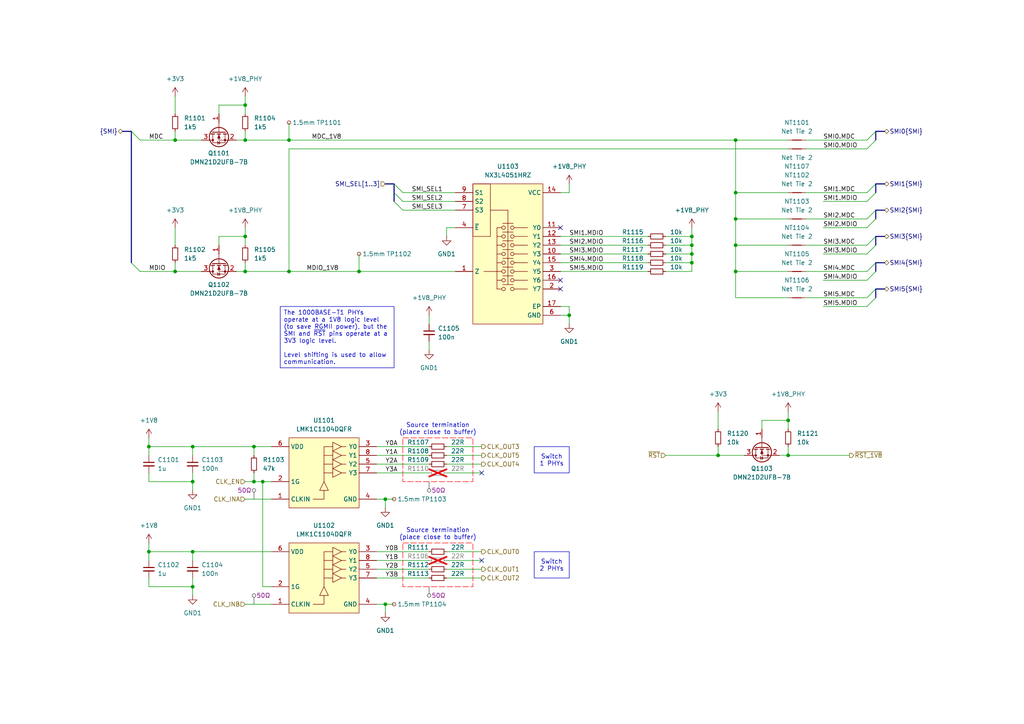
<source format=kicad_sch>
(kicad_sch
	(version 20250114)
	(generator "eeschema")
	(generator_version "9.0")
	(uuid "d955317d-35fb-4952-b0ae-794989d57670")
	(paper "A4")
	(title_block
		(title "SMI Level Shifting")
		(comment 4 "Converts 3.3V PHY management signals to 1.8V.")
	)
	(lib_symbols
		(symbol "CLK-BUF:LMK1C1104DQFR"
			(exclude_from_sim no)
			(in_bom yes)
			(on_board yes)
			(property "Reference" "U"
				(at 0 5.08 0)
				(effects
					(font
						(size 1.27 1.27)
					)
				)
			)
			(property "Value" "LMK1C1104DQFR"
				(at 0 2.54 0)
				(effects
					(font
						(size 1.27 1.27)
					)
				)
			)
			(property "Footprint" "project_footprints:SON50P200X200X80-8N"
				(at 24.13 -94.92 0)
				(effects
					(font
						(size 1.27 1.27)
					)
					(justify left top)
					(hide yes)
				)
			)
			(property "Datasheet" "https://www.ti.com/lit/ds/symlink/lmk1c1104.pdf?ts=1625794058723&ref_url=https%253A%252F%252Fwww.ti.com%252Fproduct%252FLMK1C1104"
				(at 24.13 -194.92 0)
				(effects
					(font
						(size 1.27 1.27)
					)
					(justify left top)
					(hide yes)
				)
			)
			(property "Description" "Clock Buffer 4-channel output LVC MOS 1.8-V buffer"
				(at 0 -22.86 0)
				(effects
					(font
						(size 1.27 1.27)
					)
					(hide yes)
				)
			)
			(property "Height" "0.8"
				(at 24.13 -394.92 0)
				(effects
					(font
						(size 1.27 1.27)
					)
					(justify left top)
					(hide yes)
				)
			)
			(property "Mouser Part Number" "595-LMK1C1104DQFR"
				(at 24.13 -494.92 0)
				(effects
					(font
						(size 1.27 1.27)
					)
					(justify left top)
					(hide yes)
				)
			)
			(property "Mouser Price/Stock" "https://www.mouser.co.uk/ProductDetail/Texas-Instruments/LMK1C1104DQFR?qs=QNEnbhJQKvYdwt0bSAj%252Blw%3D%3D"
				(at 24.13 -594.92 0)
				(effects
					(font
						(size 1.27 1.27)
					)
					(justify left top)
					(hide yes)
				)
			)
			(property "Manufacturer_Name" "Texas Instruments"
				(at 24.13 -694.92 0)
				(effects
					(font
						(size 1.27 1.27)
					)
					(justify left top)
					(hide yes)
				)
			)
			(property "Manufacturer_Part_Number" "LMK1C1104DQFR"
				(at 24.13 -794.92 0)
				(effects
					(font
						(size 1.27 1.27)
					)
					(justify left top)
					(hide yes)
				)
			)
			(symbol "LMK1C1104DQFR_1_1"
				(rectangle
					(start -10.16 0)
					(end 10.16 -20.32)
					(stroke
						(width 0)
						(type solid)
					)
					(fill
						(type background)
					)
				)
				(polyline
					(pts
						(xy -3.175 -17.78) (xy 0 -17.78) (xy 0 -15.24)
					)
					(stroke
						(width 0)
						(type default)
					)
					(fill
						(type none)
					)
				)
				(polyline
					(pts
						(xy -1.27 -15.24) (xy 0 -12.7) (xy 1.27 -15.24) (xy -1.27 -15.24)
					)
					(stroke
						(width 0)
						(type default)
					)
					(fill
						(type none)
					)
				)
				(polyline
					(pts
						(xy 0 -12.7) (xy 0 -2.54) (xy 2.54 -2.54)
					)
					(stroke
						(width 0)
						(type default)
					)
					(fill
						(type none)
					)
				)
				(polyline
					(pts
						(xy 2.54 -1.27) (xy 5.08 -2.54) (xy 2.54 -3.81) (xy 2.54 -1.27)
					)
					(stroke
						(width 0)
						(type default)
					)
					(fill
						(type none)
					)
				)
				(polyline
					(pts
						(xy 2.54 -3.81) (xy 5.08 -5.08) (xy 2.54 -6.35) (xy 2.54 -3.81)
					)
					(stroke
						(width 0)
						(type default)
					)
					(fill
						(type none)
					)
				)
				(polyline
					(pts
						(xy 2.54 -5.08) (xy 0 -5.08)
					)
					(stroke
						(width 0)
						(type default)
					)
					(fill
						(type none)
					)
				)
				(polyline
					(pts
						(xy 2.54 -6.35) (xy 5.08 -7.62) (xy 2.54 -8.89) (xy 2.54 -6.35)
					)
					(stroke
						(width 0)
						(type default)
					)
					(fill
						(type none)
					)
				)
				(polyline
					(pts
						(xy 2.54 -7.62) (xy 0 -7.62)
					)
					(stroke
						(width 0)
						(type default)
					)
					(fill
						(type none)
					)
				)
				(polyline
					(pts
						(xy 2.54 -8.89) (xy 5.08 -10.16) (xy 2.54 -11.43) (xy 2.54 -8.89)
					)
					(stroke
						(width 0)
						(type default)
					)
					(fill
						(type none)
					)
				)
				(polyline
					(pts
						(xy 2.54 -10.16) (xy 0 -10.16)
					)
					(stroke
						(width 0)
						(type default)
					)
					(fill
						(type none)
					)
				)
				(polyline
					(pts
						(xy 5.08 -2.54) (xy 6.35 -2.54)
					)
					(stroke
						(width 0)
						(type default)
					)
					(fill
						(type none)
					)
				)
				(polyline
					(pts
						(xy 5.08 -7.62) (xy 6.35 -7.62)
					)
					(stroke
						(width 0)
						(type default)
					)
					(fill
						(type none)
					)
				)
				(polyline
					(pts
						(xy 5.08 -10.16) (xy 6.35 -10.16)
					)
					(stroke
						(width 0)
						(type default)
					)
					(fill
						(type none)
					)
				)
				(polyline
					(pts
						(xy 6.35 -5.08) (xy 5.08 -5.08)
					)
					(stroke
						(width 0)
						(type default)
					)
					(fill
						(type none)
					)
				)
				(pin power_in line
					(at -15.24 -2.54 0)
					(length 5.08)
					(name "VDD"
						(effects
							(font
								(size 1.27 1.27)
							)
						)
					)
					(number "6"
						(effects
							(font
								(size 1.27 1.27)
							)
						)
					)
				)
				(pin input line
					(at -15.24 -12.7 0)
					(length 5.08)
					(name "1G"
						(effects
							(font
								(size 1.27 1.27)
							)
						)
					)
					(number "2"
						(effects
							(font
								(size 1.27 1.27)
							)
						)
					)
				)
				(pin input line
					(at -15.24 -17.78 0)
					(length 5.08)
					(name "CLKIN"
						(effects
							(font
								(size 1.27 1.27)
							)
						)
					)
					(number "1"
						(effects
							(font
								(size 1.27 1.27)
							)
						)
					)
				)
				(pin output line
					(at 15.24 -2.54 180)
					(length 5.08)
					(name "Y0"
						(effects
							(font
								(size 1.27 1.27)
							)
						)
					)
					(number "3"
						(effects
							(font
								(size 1.27 1.27)
							)
						)
					)
				)
				(pin output line
					(at 15.24 -5.08 180)
					(length 5.08)
					(name "Y1"
						(effects
							(font
								(size 1.27 1.27)
							)
						)
					)
					(number "8"
						(effects
							(font
								(size 1.27 1.27)
							)
						)
					)
				)
				(pin output line
					(at 15.24 -7.62 180)
					(length 5.08)
					(name "Y2"
						(effects
							(font
								(size 1.27 1.27)
							)
						)
					)
					(number "5"
						(effects
							(font
								(size 1.27 1.27)
							)
						)
					)
				)
				(pin output line
					(at 15.24 -10.16 180)
					(length 5.08)
					(name "Y3"
						(effects
							(font
								(size 1.27 1.27)
							)
						)
					)
					(number "7"
						(effects
							(font
								(size 1.27 1.27)
							)
						)
					)
				)
				(pin passive line
					(at 15.24 -17.78 180)
					(length 5.08)
					(name "GND"
						(effects
							(font
								(size 1.27 1.27)
							)
						)
					)
					(number "4"
						(effects
							(font
								(size 1.27 1.27)
							)
						)
					)
				)
			)
			(embedded_fonts no)
		)
		(symbol "COMM-MUX:NX3L4051HRZ"
			(exclude_from_sim no)
			(in_bom yes)
			(on_board yes)
			(property "Reference" "U"
				(at 0 5.08 0)
				(effects
					(font
						(size 1.27 1.27)
					)
				)
			)
			(property "Value" "NX3L4051HRZ"
				(at 0 2.54 0)
				(effects
					(font
						(size 1.27 1.27)
					)
				)
			)
			(property "Footprint" "project_footprints:QFN50P300X300X50-17N-D"
				(at 21.59 -87.3 0)
				(effects
					(font
						(size 1.27 1.27)
					)
					(justify left top)
					(hide yes)
				)
			)
			(property "Datasheet" "https://www.nxp.com/docs/en/data-sheet/NX3L4051.pdf"
				(at 21.59 -187.3 0)
				(effects
					(font
						(size 1.27 1.27)
					)
					(justify left top)
					(hide yes)
				)
			)
			(property "Description" "Analog Switch ICs Single low-ohmic 8-channel analog switch"
				(at -1.27 -68.58 0)
				(effects
					(font
						(size 1.27 1.27)
					)
					(hide yes)
				)
			)
			(property "Height" "0.5"
				(at 21.59 -387.3 0)
				(effects
					(font
						(size 1.27 1.27)
					)
					(justify left top)
					(hide yes)
				)
			)
			(property "Mouser Part Number" "771-NX3L4051HRZ"
				(at 21.59 -487.3 0)
				(effects
					(font
						(size 1.27 1.27)
					)
					(justify left top)
					(hide yes)
				)
			)
			(property "Mouser Price/Stock" "https://www.mouser.co.uk/ProductDetail/NXP-Semiconductors/NX3L4051HRZ?qs=rkhjVJ6%2F3ELzN1WurobGoA%3D%3D"
				(at 21.59 -587.3 0)
				(effects
					(font
						(size 1.27 1.27)
					)
					(justify left top)
					(hide yes)
				)
			)
			(property "Manufacturer_Name" "NXP"
				(at 21.59 -687.3 0)
				(effects
					(font
						(size 1.27 1.27)
					)
					(justify left top)
					(hide yes)
				)
			)
			(property "Manufacturer_Part_Number" "NX3L4051HRZ"
				(at 21.59 -787.3 0)
				(effects
					(font
						(size 1.27 1.27)
					)
					(justify left top)
					(hide yes)
				)
			)
			(symbol "NX3L4051HRZ_0_1"
				(circle
					(center -1.27 -12.7)
					(radius 0.508)
					(stroke
						(width 0)
						(type default)
					)
					(fill
						(type none)
					)
				)
				(circle
					(center -1.27 -15.24)
					(radius 0.508)
					(stroke
						(width 0)
						(type default)
					)
					(fill
						(type none)
					)
				)
				(circle
					(center -1.27 -17.78)
					(radius 0.508)
					(stroke
						(width 0)
						(type default)
					)
					(fill
						(type none)
					)
				)
				(circle
					(center -1.27 -20.32)
					(radius 0.508)
					(stroke
						(width 0)
						(type default)
					)
					(fill
						(type none)
					)
				)
				(circle
					(center -1.27 -22.86)
					(radius 0.508)
					(stroke
						(width 0)
						(type default)
					)
					(fill
						(type none)
					)
				)
				(circle
					(center -1.27 -25.4)
					(radius 0.508)
					(stroke
						(width 0)
						(type default)
					)
					(fill
						(type none)
					)
				)
				(circle
					(center -1.27 -27.94)
					(radius 0.508)
					(stroke
						(width 0)
						(type default)
					)
					(fill
						(type none)
					)
				)
				(circle
					(center -1.27 -30.48)
					(radius 0.508)
					(stroke
						(width 0)
						(type default)
					)
					(fill
						(type none)
					)
				)
				(circle
					(center 1.27 -12.7)
					(radius 0.508)
					(stroke
						(width 0)
						(type default)
					)
					(fill
						(type none)
					)
				)
				(circle
					(center 1.27 -15.24)
					(radius 0.508)
					(stroke
						(width 0)
						(type default)
					)
					(fill
						(type none)
					)
				)
				(circle
					(center 1.27 -17.78)
					(radius 0.508)
					(stroke
						(width 0)
						(type default)
					)
					(fill
						(type none)
					)
				)
				(circle
					(center 1.27 -20.32)
					(radius 0.508)
					(stroke
						(width 0)
						(type default)
					)
					(fill
						(type none)
					)
				)
				(circle
					(center 1.27 -22.86)
					(radius 0.508)
					(stroke
						(width 0)
						(type default)
					)
					(fill
						(type none)
					)
				)
				(circle
					(center 1.27 -25.4)
					(radius 0.508)
					(stroke
						(width 0)
						(type default)
					)
					(fill
						(type none)
					)
				)
				(circle
					(center 1.27 -27.94)
					(radius 0.508)
					(stroke
						(width 0)
						(type default)
					)
					(fill
						(type none)
					)
				)
				(circle
					(center 1.27 -30.48)
					(radius 0.508)
					(stroke
						(width 0)
						(type default)
					)
					(fill
						(type none)
					)
				)
				(polyline
					(pts
						(xy 1.524 -11.43) (xy -1.524 -11.43)
					)
					(stroke
						(width 0)
						(type default)
					)
					(fill
						(type none)
					)
				)
				(polyline
					(pts
						(xy 1.524 -13.97) (xy -1.524 -13.97)
					)
					(stroke
						(width 0)
						(type default)
					)
					(fill
						(type none)
					)
				)
				(polyline
					(pts
						(xy 1.524 -16.51) (xy -1.524 -16.51)
					)
					(stroke
						(width 0)
						(type default)
					)
					(fill
						(type none)
					)
				)
				(polyline
					(pts
						(xy 1.524 -19.05) (xy -1.524 -19.05)
					)
					(stroke
						(width 0)
						(type default)
					)
					(fill
						(type none)
					)
				)
				(polyline
					(pts
						(xy 1.524 -21.59) (xy -1.524 -21.59)
					)
					(stroke
						(width 0)
						(type default)
					)
					(fill
						(type none)
					)
				)
				(polyline
					(pts
						(xy 1.524 -24.13) (xy -1.524 -24.13)
					)
					(stroke
						(width 0)
						(type default)
					)
					(fill
						(type none)
					)
				)
				(polyline
					(pts
						(xy 1.524 -26.67) (xy -1.524 -26.67)
					)
					(stroke
						(width 0)
						(type default)
					)
					(fill
						(type none)
					)
				)
				(polyline
					(pts
						(xy 1.524 -29.21) (xy -1.524 -29.21)
					)
					(stroke
						(width 0)
						(type default)
					)
					(fill
						(type none)
					)
				)
			)
			(symbol "NX3L4051HRZ_1_0"
				(pin no_connect line
					(at -15.24 -38.1 0)
					(length 5.08)
					(hide yes)
					(name "NC"
						(effects
							(font
								(size 1.27 1.27)
							)
						)
					)
					(number "5"
						(effects
							(font
								(size 1.27 1.27)
							)
						)
					)
				)
				(pin passive line
					(at 15.24 -35.56 180)
					(length 5.08)
					(name "EP"
						(effects
							(font
								(size 1.27 1.27)
							)
						)
					)
					(number "17"
						(effects
							(font
								(size 1.27 1.27)
							)
						)
					)
				)
				(pin power_in line
					(at 15.24 -38.1 180)
					(length 5.08)
					(name "GND"
						(effects
							(font
								(size 1.27 1.27)
							)
						)
					)
					(number "6"
						(effects
							(font
								(size 1.27 1.27)
							)
						)
					)
				)
			)
			(symbol "NX3L4051HRZ_1_1"
				(rectangle
					(start -10.16 0)
					(end -5.08 -15.24)
					(stroke
						(width 0)
						(type solid)
					)
					(fill
						(type none)
					)
				)
				(rectangle
					(start -10.16 0)
					(end 10.16 -40.64)
					(stroke
						(width 0)
						(type solid)
					)
					(fill
						(type background)
					)
				)
				(polyline
					(pts
						(xy -6.985 -25.4) (xy -1.905 -25.4)
					)
					(stroke
						(width 0)
						(type solid)
					)
					(fill
						(type none)
					)
				)
				(polyline
					(pts
						(xy -3.175 -12.7) (xy -3.175 -30.48)
					)
					(stroke
						(width 0)
						(type solid)
					)
					(fill
						(type none)
					)
				)
				(polyline
					(pts
						(xy -3.175 -12.7) (xy -1.905 -12.7)
					)
					(stroke
						(width 0)
						(type solid)
					)
					(fill
						(type none)
					)
				)
				(polyline
					(pts
						(xy -3.175 -15.24) (xy -1.905 -15.24)
					)
					(stroke
						(width 0)
						(type solid)
					)
					(fill
						(type none)
					)
				)
				(polyline
					(pts
						(xy -3.175 -17.78) (xy -1.905 -17.78)
					)
					(stroke
						(width 0)
						(type solid)
					)
					(fill
						(type none)
					)
				)
				(polyline
					(pts
						(xy -3.175 -27.94) (xy -1.905 -27.94)
					)
					(stroke
						(width 0)
						(type solid)
					)
					(fill
						(type none)
					)
				)
				(polyline
					(pts
						(xy -3.175 -30.48) (xy -1.905 -30.48)
					)
					(stroke
						(width 0)
						(type solid)
					)
					(fill
						(type none)
					)
				)
				(polyline
					(pts
						(xy -1.905 -20.32) (xy -3.175 -20.32)
					)
					(stroke
						(width 0)
						(type solid)
					)
					(fill
						(type none)
					)
				)
				(polyline
					(pts
						(xy -1.905 -22.86) (xy -3.175 -22.86)
					)
					(stroke
						(width 0)
						(type solid)
					)
					(fill
						(type none)
					)
				)
				(polyline
					(pts
						(xy 0 -7.62) (xy -5.08 -7.62)
					)
					(stroke
						(width 0)
						(type default)
					)
					(fill
						(type none)
					)
				)
				(polyline
					(pts
						(xy 0 -29.21) (xy 0 -7.62)
					)
					(stroke
						(width 0)
						(type default)
					)
					(fill
						(type none)
					)
				)
				(polyline
					(pts
						(xy 1.905 -12.7) (xy 5.715 -12.7)
					)
					(stroke
						(width 0)
						(type solid)
					)
					(fill
						(type none)
					)
				)
				(polyline
					(pts
						(xy 1.905 -15.24) (xy 5.715 -15.24)
					)
					(stroke
						(width 0)
						(type solid)
					)
					(fill
						(type none)
					)
				)
				(polyline
					(pts
						(xy 1.905 -17.78) (xy 5.715 -17.78)
					)
					(stroke
						(width 0)
						(type solid)
					)
					(fill
						(type none)
					)
				)
				(polyline
					(pts
						(xy 1.905 -20.32) (xy 5.715 -20.32)
					)
					(stroke
						(width 0)
						(type solid)
					)
					(fill
						(type none)
					)
				)
				(polyline
					(pts
						(xy 1.905 -22.86) (xy 5.715 -22.86)
					)
					(stroke
						(width 0)
						(type solid)
					)
					(fill
						(type none)
					)
				)
				(polyline
					(pts
						(xy 1.905 -25.4) (xy 5.715 -25.4)
					)
					(stroke
						(width 0)
						(type solid)
					)
					(fill
						(type none)
					)
				)
				(polyline
					(pts
						(xy 1.905 -27.94) (xy 5.715 -27.94)
					)
					(stroke
						(width 0)
						(type solid)
					)
					(fill
						(type none)
					)
				)
				(polyline
					(pts
						(xy 1.905 -30.48) (xy 5.715 -30.48)
					)
					(stroke
						(width 0)
						(type solid)
					)
					(fill
						(type none)
					)
				)
				(pin input line
					(at -15.24 -2.54 0)
					(length 5.08)
					(name "S1"
						(effects
							(font
								(size 1.27 1.27)
							)
						)
					)
					(number "9"
						(effects
							(font
								(size 1.27 1.27)
							)
						)
					)
				)
				(pin input line
					(at -15.24 -5.08 0)
					(length 5.08)
					(name "S2"
						(effects
							(font
								(size 1.27 1.27)
							)
						)
					)
					(number "8"
						(effects
							(font
								(size 1.27 1.27)
							)
						)
					)
				)
				(pin input line
					(at -15.24 -7.62 0)
					(length 5.08)
					(name "S3"
						(effects
							(font
								(size 1.27 1.27)
							)
						)
					)
					(number "7"
						(effects
							(font
								(size 1.27 1.27)
							)
						)
					)
				)
				(pin input line
					(at -15.24 -12.7 0)
					(length 5.08)
					(name "~{E}"
						(effects
							(font
								(size 1.27 1.27)
							)
						)
					)
					(number "4"
						(effects
							(font
								(size 1.27 1.27)
							)
						)
					)
				)
				(pin bidirectional line
					(at -15.24 -25.4 0)
					(length 5.08)
					(name "Z"
						(effects
							(font
								(size 1.27 1.27)
							)
						)
					)
					(number "1"
						(effects
							(font
								(size 1.27 1.27)
							)
						)
					)
				)
				(pin power_in line
					(at 15.24 -2.54 180)
					(length 5.08)
					(name "VCC"
						(effects
							(font
								(size 1.27 1.27)
							)
						)
					)
					(number "14"
						(effects
							(font
								(size 1.27 1.27)
							)
						)
					)
				)
				(pin bidirectional line
					(at 15.24 -12.7 180)
					(length 5.08)
					(name "Y0"
						(effects
							(font
								(size 1.27 1.27)
							)
						)
					)
					(number "11"
						(effects
							(font
								(size 1.27 1.27)
							)
						)
					)
				)
				(pin bidirectional line
					(at 15.24 -15.24 180)
					(length 5.08)
					(name "Y1"
						(effects
							(font
								(size 1.27 1.27)
							)
						)
					)
					(number "12"
						(effects
							(font
								(size 1.27 1.27)
							)
						)
					)
				)
				(pin bidirectional line
					(at 15.24 -17.78 180)
					(length 5.08)
					(name "Y2"
						(effects
							(font
								(size 1.27 1.27)
							)
						)
					)
					(number "13"
						(effects
							(font
								(size 1.27 1.27)
							)
						)
					)
				)
				(pin bidirectional line
					(at 15.24 -20.32 180)
					(length 5.08)
					(name "Y3"
						(effects
							(font
								(size 1.27 1.27)
							)
						)
					)
					(number "10"
						(effects
							(font
								(size 1.27 1.27)
							)
						)
					)
				)
				(pin bidirectional line
					(at 15.24 -22.86 180)
					(length 5.08)
					(name "Y4"
						(effects
							(font
								(size 1.27 1.27)
							)
						)
					)
					(number "15"
						(effects
							(font
								(size 1.27 1.27)
							)
						)
					)
				)
				(pin bidirectional line
					(at 15.24 -25.4 180)
					(length 5.08)
					(name "Y5"
						(effects
							(font
								(size 1.27 1.27)
							)
						)
					)
					(number "3"
						(effects
							(font
								(size 1.27 1.27)
							)
						)
					)
				)
				(pin bidirectional line
					(at 15.24 -27.94 180)
					(length 5.08)
					(name "Y6"
						(effects
							(font
								(size 1.27 1.27)
							)
						)
					)
					(number "16"
						(effects
							(font
								(size 1.27 1.27)
							)
						)
					)
				)
				(pin bidirectional line
					(at 15.24 -30.48 180)
					(length 5.08)
					(name "Y7"
						(effects
							(font
								(size 1.27 1.27)
							)
						)
					)
					(number "2"
						(effects
							(font
								(size 1.27 1.27)
							)
						)
					)
				)
			)
			(embedded_fonts no)
		)
		(symbol "Connector:TestPoint_Small"
			(pin_numbers
				(hide yes)
			)
			(pin_names
				(offset 0.762)
				(hide yes)
			)
			(exclude_from_sim no)
			(in_bom yes)
			(on_board yes)
			(property "Reference" "TP"
				(at 0 3.81 0)
				(effects
					(font
						(size 1.27 1.27)
					)
				)
			)
			(property "Value" "TestPoint_Small"
				(at 0 2.032 0)
				(effects
					(font
						(size 1.27 1.27)
					)
				)
			)
			(property "Footprint" ""
				(at 5.08 0 0)
				(effects
					(font
						(size 1.27 1.27)
					)
					(hide yes)
				)
			)
			(property "Datasheet" "~"
				(at 5.08 0 0)
				(effects
					(font
						(size 1.27 1.27)
					)
					(hide yes)
				)
			)
			(property "Description" "test point"
				(at 0 0 0)
				(effects
					(font
						(size 1.27 1.27)
					)
					(hide yes)
				)
			)
			(property "ki_keywords" "test point tp"
				(at 0 0 0)
				(effects
					(font
						(size 1.27 1.27)
					)
					(hide yes)
				)
			)
			(property "ki_fp_filters" "Pin* Test*"
				(at 0 0 0)
				(effects
					(font
						(size 1.27 1.27)
					)
					(hide yes)
				)
			)
			(symbol "TestPoint_Small_0_1"
				(circle
					(center 0 0)
					(radius 0.508)
					(stroke
						(width 0)
						(type default)
					)
					(fill
						(type none)
					)
				)
			)
			(symbol "TestPoint_Small_1_1"
				(pin passive line
					(at 0 0 90)
					(length 0)
					(name "1"
						(effects
							(font
								(size 1.27 1.27)
							)
						)
					)
					(number "1"
						(effects
							(font
								(size 1.27 1.27)
							)
						)
					)
				)
			)
			(embedded_fonts no)
		)
		(symbol "Device:C_Small"
			(pin_numbers
				(hide yes)
			)
			(pin_names
				(offset 0.254)
				(hide yes)
			)
			(exclude_from_sim no)
			(in_bom yes)
			(on_board yes)
			(property "Reference" "C"
				(at 0.254 1.778 0)
				(effects
					(font
						(size 1.27 1.27)
					)
					(justify left)
				)
			)
			(property "Value" "C_Small"
				(at 0.254 -2.032 0)
				(effects
					(font
						(size 1.27 1.27)
					)
					(justify left)
				)
			)
			(property "Footprint" ""
				(at 0 0 0)
				(effects
					(font
						(size 1.27 1.27)
					)
					(hide yes)
				)
			)
			(property "Datasheet" "~"
				(at 0 0 0)
				(effects
					(font
						(size 1.27 1.27)
					)
					(hide yes)
				)
			)
			(property "Description" "Unpolarized capacitor, small symbol"
				(at 0 0 0)
				(effects
					(font
						(size 1.27 1.27)
					)
					(hide yes)
				)
			)
			(property "ki_keywords" "capacitor cap"
				(at 0 0 0)
				(effects
					(font
						(size 1.27 1.27)
					)
					(hide yes)
				)
			)
			(property "ki_fp_filters" "C_*"
				(at 0 0 0)
				(effects
					(font
						(size 1.27 1.27)
					)
					(hide yes)
				)
			)
			(symbol "C_Small_0_1"
				(polyline
					(pts
						(xy -1.524 0.508) (xy 1.524 0.508)
					)
					(stroke
						(width 0.3048)
						(type default)
					)
					(fill
						(type none)
					)
				)
				(polyline
					(pts
						(xy -1.524 -0.508) (xy 1.524 -0.508)
					)
					(stroke
						(width 0.3302)
						(type default)
					)
					(fill
						(type none)
					)
				)
			)
			(symbol "C_Small_1_1"
				(pin passive line
					(at 0 2.54 270)
					(length 2.032)
					(name "~"
						(effects
							(font
								(size 1.27 1.27)
							)
						)
					)
					(number "1"
						(effects
							(font
								(size 1.27 1.27)
							)
						)
					)
				)
				(pin passive line
					(at 0 -2.54 90)
					(length 2.032)
					(name "~"
						(effects
							(font
								(size 1.27 1.27)
							)
						)
					)
					(number "2"
						(effects
							(font
								(size 1.27 1.27)
							)
						)
					)
				)
			)
			(embedded_fonts no)
		)
		(symbol "Device:R_Small"
			(pin_numbers
				(hide yes)
			)
			(pin_names
				(offset 0.254)
				(hide yes)
			)
			(exclude_from_sim no)
			(in_bom yes)
			(on_board yes)
			(property "Reference" "R"
				(at 0 0 90)
				(effects
					(font
						(size 1.016 1.016)
					)
				)
			)
			(property "Value" "R_Small"
				(at 1.778 0 90)
				(effects
					(font
						(size 1.27 1.27)
					)
				)
			)
			(property "Footprint" ""
				(at 0 0 0)
				(effects
					(font
						(size 1.27 1.27)
					)
					(hide yes)
				)
			)
			(property "Datasheet" "~"
				(at 0 0 0)
				(effects
					(font
						(size 1.27 1.27)
					)
					(hide yes)
				)
			)
			(property "Description" "Resistor, small symbol"
				(at 0 0 0)
				(effects
					(font
						(size 1.27 1.27)
					)
					(hide yes)
				)
			)
			(property "ki_keywords" "R resistor"
				(at 0 0 0)
				(effects
					(font
						(size 1.27 1.27)
					)
					(hide yes)
				)
			)
			(property "ki_fp_filters" "R_*"
				(at 0 0 0)
				(effects
					(font
						(size 1.27 1.27)
					)
					(hide yes)
				)
			)
			(symbol "R_Small_0_1"
				(rectangle
					(start -0.762 1.778)
					(end 0.762 -1.778)
					(stroke
						(width 0.2032)
						(type default)
					)
					(fill
						(type none)
					)
				)
			)
			(symbol "R_Small_1_1"
				(pin passive line
					(at 0 2.54 270)
					(length 0.762)
					(name "~"
						(effects
							(font
								(size 1.27 1.27)
							)
						)
					)
					(number "1"
						(effects
							(font
								(size 1.27 1.27)
							)
						)
					)
				)
				(pin passive line
					(at 0 -2.54 90)
					(length 0.762)
					(name "~"
						(effects
							(font
								(size 1.27 1.27)
							)
						)
					)
					(number "2"
						(effects
							(font
								(size 1.27 1.27)
							)
						)
					)
				)
			)
			(embedded_fonts no)
		)
		(symbol "MOSFET:DMN21D2UFB-7B"
			(pin_names
				(hide yes)
			)
			(exclude_from_sim no)
			(in_bom yes)
			(on_board yes)
			(property "Reference" "Q"
				(at 11.43 3.81 0)
				(effects
					(font
						(size 1.27 1.27)
					)
					(justify left top)
				)
			)
			(property "Value" "DMN21D2UFB-7B"
				(at 11.43 1.27 0)
				(effects
					(font
						(size 1.27 1.27)
					)
					(justify left top)
				)
			)
			(property "Footprint" "project_footprints:DMN21D2UFB7B"
				(at 11.43 -98.73 0)
				(effects
					(font
						(size 1.27 1.27)
					)
					(justify left top)
					(hide yes)
				)
			)
			(property "Datasheet" "https://componentsearchengine.com/Datasheets/1/DMN21D2UFB-7B.pdf"
				(at 11.43 -198.73 0)
				(effects
					(font
						(size 1.27 1.27)
					)
					(justify left top)
					(hide yes)
				)
			)
			(property "Description" "MOSFET MOSFET BVDSS: 8V-24V X1-DFN1006-3 T&R 10"
				(at 0 -30.48 0)
				(effects
					(font
						(size 1.27 1.27)
					)
					(hide yes)
				)
			)
			(property "Height" "0.53"
				(at 11.43 -398.73 0)
				(effects
					(font
						(size 1.27 1.27)
					)
					(justify left top)
					(hide yes)
				)
			)
			(property "Mouser Part Number" "621-DMN21D2UFB-7B"
				(at 11.43 -498.73 0)
				(effects
					(font
						(size 1.27 1.27)
					)
					(justify left top)
					(hide yes)
				)
			)
			(property "Mouser Price/Stock" ""
				(at 11.43 -598.73 0)
				(effects
					(font
						(size 1.27 1.27)
					)
					(justify left top)
					(hide yes)
				)
			)
			(property "Manufacturer_Name" "Diodes Incorporated"
				(at 11.43 -698.73 0)
				(effects
					(font
						(size 1.27 1.27)
					)
					(justify left top)
					(hide yes)
				)
			)
			(property "Manufacturer_Part_Number" "DMN21D2UFB-7B"
				(at 11.43 -798.73 0)
				(effects
					(font
						(size 1.27 1.27)
					)
					(justify left top)
					(hide yes)
				)
			)
			(symbol "DMN21D2UFB-7B_0_1"
				(polyline
					(pts
						(xy 5.334 1.905) (xy 5.334 -1.905)
					)
					(stroke
						(width 0.254)
						(type default)
					)
					(fill
						(type none)
					)
				)
				(polyline
					(pts
						(xy 5.334 0) (xy 2.54 0)
					)
					(stroke
						(width 0)
						(type default)
					)
					(fill
						(type none)
					)
				)
				(polyline
					(pts
						(xy 5.842 2.286) (xy 5.842 1.27)
					)
					(stroke
						(width 0.254)
						(type default)
					)
					(fill
						(type none)
					)
				)
				(polyline
					(pts
						(xy 5.842 0.508) (xy 5.842 -0.508)
					)
					(stroke
						(width 0.254)
						(type default)
					)
					(fill
						(type none)
					)
				)
				(polyline
					(pts
						(xy 5.842 -1.27) (xy 5.842 -2.286)
					)
					(stroke
						(width 0.254)
						(type default)
					)
					(fill
						(type none)
					)
				)
				(polyline
					(pts
						(xy 5.842 -1.778) (xy 8.382 -1.778) (xy 8.382 1.778) (xy 5.842 1.778)
					)
					(stroke
						(width 0)
						(type default)
					)
					(fill
						(type none)
					)
				)
				(polyline
					(pts
						(xy 6.096 0) (xy 7.112 0.381) (xy 7.112 -0.381) (xy 6.096 0)
					)
					(stroke
						(width 0)
						(type default)
					)
					(fill
						(type outline)
					)
				)
				(circle
					(center 6.731 0)
					(radius 2.794)
					(stroke
						(width 0.254)
						(type default)
					)
					(fill
						(type none)
					)
				)
				(polyline
					(pts
						(xy 7.62 2.54) (xy 7.62 1.778)
					)
					(stroke
						(width 0)
						(type default)
					)
					(fill
						(type none)
					)
				)
				(circle
					(center 7.62 1.778)
					(radius 0.254)
					(stroke
						(width 0)
						(type default)
					)
					(fill
						(type outline)
					)
				)
				(circle
					(center 7.62 -1.778)
					(radius 0.254)
					(stroke
						(width 0)
						(type default)
					)
					(fill
						(type outline)
					)
				)
				(polyline
					(pts
						(xy 7.62 -2.54) (xy 7.62 0) (xy 5.842 0)
					)
					(stroke
						(width 0)
						(type default)
					)
					(fill
						(type none)
					)
				)
				(polyline
					(pts
						(xy 7.874 0.508) (xy 8.001 0.381) (xy 8.763 0.381) (xy 8.89 0.254)
					)
					(stroke
						(width 0)
						(type default)
					)
					(fill
						(type none)
					)
				)
				(polyline
					(pts
						(xy 8.382 0.381) (xy 8.001 -0.254) (xy 8.763 -0.254) (xy 8.382 0.381)
					)
					(stroke
						(width 0)
						(type default)
					)
					(fill
						(type none)
					)
				)
			)
			(symbol "DMN21D2UFB-7B_1_1"
				(pin input line
					(at 0 0 0)
					(length 2.54)
					(name "G"
						(effects
							(font
								(size 1.27 1.27)
							)
						)
					)
					(number "1"
						(effects
							(font
								(size 1.27 1.27)
							)
						)
					)
				)
				(pin passive line
					(at 7.62 5.08 270)
					(length 2.54)
					(name "D"
						(effects
							(font
								(size 1.27 1.27)
							)
						)
					)
					(number "3"
						(effects
							(font
								(size 1.27 1.27)
							)
						)
					)
				)
				(pin passive line
					(at 7.62 -5.08 90)
					(length 2.54)
					(name "S"
						(effects
							(font
								(size 1.27 1.27)
							)
						)
					)
					(number "2"
						(effects
							(font
								(size 1.27 1.27)
							)
						)
					)
				)
			)
			(embedded_fonts no)
		)
		(symbol "NET-TIE:NetTie_2"
			(pin_numbers
				(hide yes)
			)
			(pin_names
				(offset 0)
				(hide yes)
			)
			(exclude_from_sim no)
			(in_bom no)
			(on_board yes)
			(property "Reference" "NT"
				(at 0 1.27 0)
				(effects
					(font
						(size 1.27 1.27)
					)
				)
			)
			(property "Value" "Net Tie 2"
				(at 0 -1.27 0)
				(effects
					(font
						(size 1.27 1.27)
					)
				)
			)
			(property "Footprint" "project_footprints:NetTie-2_SMD_Pad0.15mm"
				(at 0 0 0)
				(effects
					(font
						(size 1.27 1.27)
					)
					(hide yes)
				)
			)
			(property "Datasheet" "~"
				(at 0 0 0)
				(effects
					(font
						(size 1.27 1.27)
					)
					(hide yes)
				)
			)
			(property "Description" "Net tie, 2 pins"
				(at 0 0 0)
				(effects
					(font
						(size 1.27 1.27)
					)
					(hide yes)
				)
			)
			(property "ki_keywords" "net tie short"
				(at 0 0 0)
				(effects
					(font
						(size 1.27 1.27)
					)
					(hide yes)
				)
			)
			(property "ki_fp_filters" "Net*Tie*"
				(at 0 0 0)
				(effects
					(font
						(size 1.27 1.27)
					)
					(hide yes)
				)
			)
			(symbol "NetTie_2_0_1"
				(polyline
					(pts
						(xy -1.27 0) (xy 1.27 0)
					)
					(stroke
						(width 0.254)
						(type default)
					)
					(fill
						(type none)
					)
				)
			)
			(symbol "NetTie_2_1_1"
				(pin passive line
					(at -2.54 0 0)
					(length 2.54)
					(name "1"
						(effects
							(font
								(size 1.27 1.27)
							)
						)
					)
					(number "1"
						(effects
							(font
								(size 1.27 1.27)
							)
						)
					)
				)
				(pin passive line
					(at 2.54 0 180)
					(length 2.54)
					(name "2"
						(effects
							(font
								(size 1.27 1.27)
							)
						)
					)
					(number "2"
						(effects
							(font
								(size 1.27 1.27)
							)
						)
					)
				)
			)
			(embedded_fonts no)
		)
		(symbol "PWR-SYM:+1V8_PHY"
			(power)
			(pin_numbers
				(hide yes)
			)
			(pin_names
				(offset 0)
				(hide yes)
			)
			(exclude_from_sim no)
			(in_bom yes)
			(on_board yes)
			(property "Reference" "#PWR"
				(at 0 -3.81 0)
				(effects
					(font
						(size 1.27 1.27)
					)
					(hide yes)
				)
			)
			(property "Value" "+1V8_PHY"
				(at 0 3.556 0)
				(effects
					(font
						(size 1.27 1.27)
					)
				)
			)
			(property "Footprint" ""
				(at 0 0 0)
				(effects
					(font
						(size 1.27 1.27)
					)
					(hide yes)
				)
			)
			(property "Datasheet" ""
				(at 0 0 0)
				(effects
					(font
						(size 1.27 1.27)
					)
					(hide yes)
				)
			)
			(property "Description" "Power symbol creates a global label with name \"+1V8_PHY\""
				(at 0 0 0)
				(effects
					(font
						(size 1.27 1.27)
					)
					(hide yes)
				)
			)
			(property "ki_keywords" "global power"
				(at 0 0 0)
				(effects
					(font
						(size 1.27 1.27)
					)
					(hide yes)
				)
			)
			(symbol "+1V8_PHY_0_1"
				(polyline
					(pts
						(xy -0.762 1.27) (xy 0 2.54)
					)
					(stroke
						(width 0)
						(type default)
					)
					(fill
						(type none)
					)
				)
				(polyline
					(pts
						(xy 0 2.54) (xy 0.762 1.27)
					)
					(stroke
						(width 0)
						(type default)
					)
					(fill
						(type none)
					)
				)
				(polyline
					(pts
						(xy 0 0) (xy 0 2.54)
					)
					(stroke
						(width 0)
						(type default)
					)
					(fill
						(type none)
					)
				)
			)
			(symbol "+1V8_PHY_1_1"
				(pin power_in line
					(at 0 0 90)
					(length 0)
					(name "~"
						(effects
							(font
								(size 1.27 1.27)
							)
						)
					)
					(number "1"
						(effects
							(font
								(size 1.27 1.27)
							)
						)
					)
				)
			)
			(embedded_fonts no)
		)
		(symbol "power:+1V8"
			(power)
			(pin_numbers
				(hide yes)
			)
			(pin_names
				(offset 0)
				(hide yes)
			)
			(exclude_from_sim no)
			(in_bom yes)
			(on_board yes)
			(property "Reference" "#PWR"
				(at 0 -3.81 0)
				(effects
					(font
						(size 1.27 1.27)
					)
					(hide yes)
				)
			)
			(property "Value" "+1V8"
				(at 0 3.556 0)
				(effects
					(font
						(size 1.27 1.27)
					)
				)
			)
			(property "Footprint" ""
				(at 0 0 0)
				(effects
					(font
						(size 1.27 1.27)
					)
					(hide yes)
				)
			)
			(property "Datasheet" ""
				(at 0 0 0)
				(effects
					(font
						(size 1.27 1.27)
					)
					(hide yes)
				)
			)
			(property "Description" "Power symbol creates a global label with name \"+1V8\""
				(at 0 0 0)
				(effects
					(font
						(size 1.27 1.27)
					)
					(hide yes)
				)
			)
			(property "ki_keywords" "global power"
				(at 0 0 0)
				(effects
					(font
						(size 1.27 1.27)
					)
					(hide yes)
				)
			)
			(symbol "+1V8_0_1"
				(polyline
					(pts
						(xy -0.762 1.27) (xy 0 2.54)
					)
					(stroke
						(width 0)
						(type default)
					)
					(fill
						(type none)
					)
				)
				(polyline
					(pts
						(xy 0 2.54) (xy 0.762 1.27)
					)
					(stroke
						(width 0)
						(type default)
					)
					(fill
						(type none)
					)
				)
				(polyline
					(pts
						(xy 0 0) (xy 0 2.54)
					)
					(stroke
						(width 0)
						(type default)
					)
					(fill
						(type none)
					)
				)
			)
			(symbol "+1V8_1_1"
				(pin power_in line
					(at 0 0 90)
					(length 0)
					(name "~"
						(effects
							(font
								(size 1.27 1.27)
							)
						)
					)
					(number "1"
						(effects
							(font
								(size 1.27 1.27)
							)
						)
					)
				)
			)
			(embedded_fonts no)
		)
		(symbol "power:+3V3"
			(power)
			(pin_numbers
				(hide yes)
			)
			(pin_names
				(offset 0)
				(hide yes)
			)
			(exclude_from_sim no)
			(in_bom yes)
			(on_board yes)
			(property "Reference" "#PWR"
				(at 0 -3.81 0)
				(effects
					(font
						(size 1.27 1.27)
					)
					(hide yes)
				)
			)
			(property "Value" "+3V3"
				(at 0 3.556 0)
				(effects
					(font
						(size 1.27 1.27)
					)
				)
			)
			(property "Footprint" ""
				(at 0 0 0)
				(effects
					(font
						(size 1.27 1.27)
					)
					(hide yes)
				)
			)
			(property "Datasheet" ""
				(at 0 0 0)
				(effects
					(font
						(size 1.27 1.27)
					)
					(hide yes)
				)
			)
			(property "Description" "Power symbol creates a global label with name \"+3V3\""
				(at 0 0 0)
				(effects
					(font
						(size 1.27 1.27)
					)
					(hide yes)
				)
			)
			(property "ki_keywords" "global power"
				(at 0 0 0)
				(effects
					(font
						(size 1.27 1.27)
					)
					(hide yes)
				)
			)
			(symbol "+3V3_0_1"
				(polyline
					(pts
						(xy -0.762 1.27) (xy 0 2.54)
					)
					(stroke
						(width 0)
						(type default)
					)
					(fill
						(type none)
					)
				)
				(polyline
					(pts
						(xy 0 2.54) (xy 0.762 1.27)
					)
					(stroke
						(width 0)
						(type default)
					)
					(fill
						(type none)
					)
				)
				(polyline
					(pts
						(xy 0 0) (xy 0 2.54)
					)
					(stroke
						(width 0)
						(type default)
					)
					(fill
						(type none)
					)
				)
			)
			(symbol "+3V3_1_1"
				(pin power_in line
					(at 0 0 90)
					(length 0)
					(name "~"
						(effects
							(font
								(size 1.27 1.27)
							)
						)
					)
					(number "1"
						(effects
							(font
								(size 1.27 1.27)
							)
						)
					)
				)
			)
			(embedded_fonts no)
		)
		(symbol "power:GND1"
			(power)
			(pin_numbers
				(hide yes)
			)
			(pin_names
				(offset 0)
				(hide yes)
			)
			(exclude_from_sim no)
			(in_bom yes)
			(on_board yes)
			(property "Reference" "#PWR"
				(at 0 -6.35 0)
				(effects
					(font
						(size 1.27 1.27)
					)
					(hide yes)
				)
			)
			(property "Value" "GND1"
				(at 0 -3.81 0)
				(effects
					(font
						(size 1.27 1.27)
					)
				)
			)
			(property "Footprint" ""
				(at 0 0 0)
				(effects
					(font
						(size 1.27 1.27)
					)
					(hide yes)
				)
			)
			(property "Datasheet" ""
				(at 0 0 0)
				(effects
					(font
						(size 1.27 1.27)
					)
					(hide yes)
				)
			)
			(property "Description" "Power symbol creates a global label with name \"GND1\" , ground"
				(at 0 0 0)
				(effects
					(font
						(size 1.27 1.27)
					)
					(hide yes)
				)
			)
			(property "ki_keywords" "global power"
				(at 0 0 0)
				(effects
					(font
						(size 1.27 1.27)
					)
					(hide yes)
				)
			)
			(symbol "GND1_0_1"
				(polyline
					(pts
						(xy 0 0) (xy 0 -1.27) (xy 1.27 -1.27) (xy 0 -2.54) (xy -1.27 -1.27) (xy 0 -1.27)
					)
					(stroke
						(width 0)
						(type default)
					)
					(fill
						(type none)
					)
				)
			)
			(symbol "GND1_1_1"
				(pin power_in line
					(at 0 0 270)
					(length 0)
					(name "~"
						(effects
							(font
								(size 1.27 1.27)
							)
						)
					)
					(number "1"
						(effects
							(font
								(size 1.27 1.27)
							)
						)
					)
				)
			)
			(embedded_fonts no)
		)
	)
	(text "Source termination\n(place close to buffer)"
		(exclude_from_sim no)
		(at 127 124.46 0)
		(effects
			(font
				(size 1.27 1.27)
			)
		)
		(uuid "b263afb2-ef8f-4d7c-8fc3-6e263ab9e622")
	)
	(text "Source termination\n(place close to buffer)"
		(exclude_from_sim no)
		(at 127 154.94 0)
		(effects
			(font
				(size 1.27 1.27)
			)
		)
		(uuid "f872bd6e-3d9e-431b-8913-cb519269a379")
	)
	(text_box "Switch 1 PHYs"
		(exclude_from_sim no)
		(at 154.94 129.54 0)
		(size 10.16 7.62)
		(margins 0.9525 0.9525 0.9525 0.9525)
		(stroke
			(width 0)
			(type solid)
		)
		(fill
			(type none)
		)
		(effects
			(font
				(size 1.27 1.27)
			)
		)
		(uuid "5c631e9a-8762-4b0e-a02d-6d1114c0ad7f")
	)
	(text_box "The 1000BASE-T1 PHYs operate at a 1V8 logic level (to save RGMII power), but the SMI and ~{RST} pins operate at a 3V3 logic level.\n\nLevel shifting is used to allow communication."
		(exclude_from_sim no)
		(at 81.28 88.9 0)
		(size 33.02 17.78)
		(margins 0.9525 0.9525 0.9525 0.9525)
		(stroke
			(width 0)
			(type solid)
		)
		(fill
			(type none)
		)
		(effects
			(font
				(size 1.27 1.27)
			)
			(justify left top)
		)
		(uuid "900860e7-f77a-4f00-a9a2-03d2371752eb")
	)
	(text_box "Switch 2 PHYs"
		(exclude_from_sim no)
		(at 154.94 160.02 0)
		(size 10.16 7.62)
		(margins 0.9525 0.9525 0.9525 0.9525)
		(stroke
			(width 0)
			(type solid)
		)
		(fill
			(type none)
		)
		(effects
			(font
				(size 1.27 1.27)
			)
		)
		(uuid "afbed64c-65e3-4af7-a733-e9749188f027")
	)
	(junction
		(at 55.88 160.02)
		(diameter 0)
		(color 0 0 0 0)
		(uuid "00c745cd-d130-4a52-a4ee-bce9d7b649c1")
	)
	(junction
		(at 71.12 68.58)
		(diameter 0)
		(color 0 0 0 0)
		(uuid "02640387-d91b-4d2b-bbe7-a9f6b1551992")
	)
	(junction
		(at 228.6 132.08)
		(diameter 0)
		(color 0 0 0 0)
		(uuid "05532348-64e0-4cbd-a4d0-ea50db4aecc0")
	)
	(junction
		(at 73.66 139.7)
		(diameter 0)
		(color 0 0 0 0)
		(uuid "08b49475-807e-47bd-9b78-21c2996bb1e3")
	)
	(junction
		(at 50.8 40.64)
		(diameter 0)
		(color 0 0 0 0)
		(uuid "0b83e954-a78f-48a6-abb0-212960d0292f")
	)
	(junction
		(at 213.36 71.12)
		(diameter 0)
		(color 0 0 0 0)
		(uuid "1f3904d6-a47a-4c8c-978d-3ec5a8d7e867")
	)
	(junction
		(at 200.66 68.58)
		(diameter 0)
		(color 0 0 0 0)
		(uuid "26f589ee-8878-4151-8fe4-8975de0ef19e")
	)
	(junction
		(at 208.28 132.08)
		(diameter 0)
		(color 0 0 0 0)
		(uuid "4bd00b8d-16f1-4f63-aba9-862bc35bec98")
	)
	(junction
		(at 83.82 40.64)
		(diameter 0)
		(color 0 0 0 0)
		(uuid "4d0adc5d-a936-4f23-baa8-7ebb5bd09dce")
	)
	(junction
		(at 228.6 121.92)
		(diameter 0)
		(color 0 0 0 0)
		(uuid "4f892415-8870-41e5-bb7a-a9d019c73c16")
	)
	(junction
		(at 55.88 170.18)
		(diameter 0)
		(color 0 0 0 0)
		(uuid "63d5b770-fa71-4b53-94c4-ebe1a4b21610")
	)
	(junction
		(at 55.88 139.7)
		(diameter 0)
		(color 0 0 0 0)
		(uuid "6dfa8ea9-5164-4e2b-970a-287274f80589")
	)
	(junction
		(at 200.66 73.66)
		(diameter 0)
		(color 0 0 0 0)
		(uuid "754dae3a-4e54-4923-9efb-b4dab1018f35")
	)
	(junction
		(at 83.82 78.74)
		(diameter 0)
		(color 0 0 0 0)
		(uuid "7c091378-1530-48ac-844b-ec2e26bdec87")
	)
	(junction
		(at 165.1 91.44)
		(diameter 0)
		(color 0 0 0 0)
		(uuid "7fbfd973-5f19-4945-b404-72556519ec2b")
	)
	(junction
		(at 213.36 40.64)
		(diameter 0)
		(color 0 0 0 0)
		(uuid "800dbe98-d5e1-45ca-8c9b-b38c77f391f7")
	)
	(junction
		(at 73.66 129.54)
		(diameter 0)
		(color 0 0 0 0)
		(uuid "80ae3946-f73d-4d6f-a854-8cffe453d34b")
	)
	(junction
		(at 43.18 160.02)
		(diameter 0)
		(color 0 0 0 0)
		(uuid "81dfdd33-7f53-4329-b10e-e7d82cc5a562")
	)
	(junction
		(at 111.76 175.26)
		(diameter 0)
		(color 0 0 0 0)
		(uuid "8fdd11ea-9a41-4ed1-ab30-ed20964081ff")
	)
	(junction
		(at 50.8 78.74)
		(diameter 0)
		(color 0 0 0 0)
		(uuid "902f599e-5d42-4041-84db-6f02493da975")
	)
	(junction
		(at 200.66 71.12)
		(diameter 0)
		(color 0 0 0 0)
		(uuid "94206c72-7fae-462a-be12-b9f6638554d6")
	)
	(junction
		(at 55.88 129.54)
		(diameter 0)
		(color 0 0 0 0)
		(uuid "9c465c59-f8e2-4020-a63e-83a3c64d9424")
	)
	(junction
		(at 71.12 78.74)
		(diameter 0)
		(color 0 0 0 0)
		(uuid "9f58ae46-d8bc-4cc0-8de0-8b638b9764fd")
	)
	(junction
		(at 213.36 55.88)
		(diameter 0)
		(color 0 0 0 0)
		(uuid "a2127542-df63-4c84-9add-2b6bed2d0589")
	)
	(junction
		(at 213.36 78.74)
		(diameter 0)
		(color 0 0 0 0)
		(uuid "adf37e9c-bd4e-4cf6-a60e-5dc918d6d061")
	)
	(junction
		(at 76.2 139.7)
		(diameter 0)
		(color 0 0 0 0)
		(uuid "b55bb12d-d426-44ec-a7ef-1013943bfdc3")
	)
	(junction
		(at 213.36 63.5)
		(diameter 0)
		(color 0 0 0 0)
		(uuid "ce097113-9dd1-4abd-b48a-92e0c635d558")
	)
	(junction
		(at 43.18 129.54)
		(diameter 0)
		(color 0 0 0 0)
		(uuid "d67ce121-4f33-4b32-b786-0288d8ed69af")
	)
	(junction
		(at 200.66 76.2)
		(diameter 0)
		(color 0 0 0 0)
		(uuid "d8b659ab-7093-48f6-bf09-21534188f391")
	)
	(junction
		(at 111.76 144.78)
		(diameter 0)
		(color 0 0 0 0)
		(uuid "e66088a5-7151-4ab4-adeb-ff52309df666")
	)
	(junction
		(at 104.14 78.74)
		(diameter 0)
		(color 0 0 0 0)
		(uuid "e7932b5e-7dd9-45ff-8080-17acae060f15")
	)
	(junction
		(at 71.12 40.64)
		(diameter 0)
		(color 0 0 0 0)
		(uuid "f1c26f82-e4fb-4a26-99c3-3193a17e2bac")
	)
	(junction
		(at 71.12 30.48)
		(diameter 0)
		(color 0 0 0 0)
		(uuid "fd1a4322-4735-4a91-9d96-0f1af556ef7d")
	)
	(no_connect
		(at 139.7 137.16)
		(uuid "2fb74700-9c77-4736-a918-d7e1c1e6c2a0")
	)
	(no_connect
		(at 162.56 66.04)
		(uuid "4f6402b4-be0f-4318-97d7-4a0619cb410f")
	)
	(no_connect
		(at 162.56 83.82)
		(uuid "8548bac0-d65e-4587-9399-351940fce7ed")
	)
	(no_connect
		(at 139.7 162.56)
		(uuid "a7a56e31-0cfe-465f-ae85-217186001ca8")
	)
	(no_connect
		(at 162.56 81.28)
		(uuid "d87ec267-1684-44eb-a2c4-45af30fc7bd4")
	)
	(bus_entry
		(at 254 60.96)
		(size -2.54 2.54)
		(stroke
			(width 0)
			(type default)
		)
		(uuid "065db8f4-3769-4357-aa20-7f90606f022c")
	)
	(bus_entry
		(at 254 38.1)
		(size -2.54 2.54)
		(stroke
			(width 0)
			(type default)
		)
		(uuid "06fcbeeb-0770-41fb-a97f-0e97c4b8f4ca")
	)
	(bus_entry
		(at 114.3 55.88)
		(size 2.54 2.54)
		(stroke
			(width 0)
			(type default)
		)
		(uuid "0de33eca-d7cc-4709-afed-d8e58cd48b1e")
	)
	(bus_entry
		(at 254 53.34)
		(size -2.54 2.54)
		(stroke
			(width 0)
			(type default)
		)
		(uuid "281cec70-70a2-48e9-87a2-7c6bece8af4c")
	)
	(bus_entry
		(at 38.1 76.2)
		(size 2.54 2.54)
		(stroke
			(width 0)
			(type default)
		)
		(uuid "3d885405-07f0-4071-aa54-e0a993a76e3d")
	)
	(bus_entry
		(at 254 76.2)
		(size -2.54 2.54)
		(stroke
			(width 0)
			(type default)
		)
		(uuid "5a984971-de06-40af-a19a-0a93c50323fa")
	)
	(bus_entry
		(at 38.1 38.1)
		(size 2.54 2.54)
		(stroke
			(width 0)
			(type default)
		)
		(uuid "5e603194-120f-4926-83c4-b2bca214f2bb")
	)
	(bus_entry
		(at 254 63.5)
		(size -2.54 2.54)
		(stroke
			(width 0)
			(type default)
		)
		(uuid "67959043-97b9-4afa-aa35-9ac9b54bd2a3")
	)
	(bus_entry
		(at 254 83.82)
		(size -2.54 2.54)
		(stroke
			(width 0)
			(type default)
		)
		(uuid "77a40ae3-486c-4806-a59e-59582d7aca69")
	)
	(bus_entry
		(at 114.3 58.42)
		(size 2.54 2.54)
		(stroke
			(width 0)
			(type default)
		)
		(uuid "7e382737-fe98-426c-90dd-b95961b9dc68")
	)
	(bus_entry
		(at 254 55.88)
		(size -2.54 2.54)
		(stroke
			(width 0)
			(type default)
		)
		(uuid "93c450b2-c528-4f1e-baef-932c33780f36")
	)
	(bus_entry
		(at 254 68.58)
		(size -2.54 2.54)
		(stroke
			(width 0)
			(type default)
		)
		(uuid "accde7de-ad5f-4568-97b2-79137952b9b0")
	)
	(bus_entry
		(at 254 78.74)
		(size -2.54 2.54)
		(stroke
			(width 0)
			(type default)
		)
		(uuid "b2a2b033-feca-4e2c-b435-18e917087497")
	)
	(bus_entry
		(at 254 71.12)
		(size -2.54 2.54)
		(stroke
			(width 0)
			(type default)
		)
		(uuid "c8517077-b684-48e4-9916-675285f5f799")
	)
	(bus_entry
		(at 254 40.64)
		(size -2.54 2.54)
		(stroke
			(width 0)
			(type default)
		)
		(uuid "dc4ba49e-b05a-486e-8514-bcc6f107a9c7")
	)
	(bus_entry
		(at 254 86.36)
		(size -2.54 2.54)
		(stroke
			(width 0)
			(type default)
		)
		(uuid "ec6bc271-7fa3-4b6d-9460-3e2cd49a7be2")
	)
	(bus_entry
		(at 114.3 53.34)
		(size 2.54 2.54)
		(stroke
			(width 0)
			(type default)
		)
		(uuid "ee3d6d0c-51ce-4500-9fcc-82fa906d12ab")
	)
	(wire
		(pts
			(xy 238.76 66.04) (xy 251.46 66.04)
		)
		(stroke
			(width 0)
			(type default)
		)
		(uuid "01faed8c-a68e-4f4c-87b6-6c8d5a659182")
	)
	(wire
		(pts
			(xy 233.68 78.74) (xy 251.46 78.74)
		)
		(stroke
			(width 0)
			(type default)
		)
		(uuid "0387ede6-b9de-404d-8a08-8750faf510a3")
	)
	(wire
		(pts
			(xy 71.12 68.58) (xy 71.12 71.12)
		)
		(stroke
			(width 0)
			(type default)
		)
		(uuid "03cfdf74-fdf3-4ac2-85f4-e5790ea0f32b")
	)
	(wire
		(pts
			(xy 63.5 68.58) (xy 71.12 68.58)
		)
		(stroke
			(width 0)
			(type default)
		)
		(uuid "044ba919-5b1e-49fd-ba0f-e1cc6cee5129")
	)
	(wire
		(pts
			(xy 43.18 127) (xy 43.18 129.54)
		)
		(stroke
			(width 0)
			(type default)
		)
		(uuid "06ee7167-1f39-4f96-aa02-90cf0287b2e7")
	)
	(wire
		(pts
			(xy 116.84 55.88) (xy 132.08 55.88)
		)
		(stroke
			(width 0)
			(type default)
		)
		(uuid "08226f07-1c85-4b68-9c17-98b0b4cb8d19")
	)
	(wire
		(pts
			(xy 220.98 124.46) (xy 220.98 121.92)
		)
		(stroke
			(width 0)
			(type default)
		)
		(uuid "0d7f3764-fa65-4579-972e-c4e801963cf9")
	)
	(wire
		(pts
			(xy 43.18 139.7) (xy 43.18 137.16)
		)
		(stroke
			(width 0)
			(type default)
		)
		(uuid "0ead3fd5-7e9e-41b9-a81d-b270186fabff")
	)
	(wire
		(pts
			(xy 109.22 165.1) (xy 124.46 165.1)
		)
		(stroke
			(width 0)
			(type default)
		)
		(uuid "11238260-9792-4c2f-a796-03229085708b")
	)
	(wire
		(pts
			(xy 71.12 30.48) (xy 71.12 33.02)
		)
		(stroke
			(width 0)
			(type default)
		)
		(uuid "11e11e7c-79b6-473b-aacc-4e2089d66ccf")
	)
	(wire
		(pts
			(xy 213.36 78.74) (xy 228.6 78.74)
		)
		(stroke
			(width 0)
			(type default)
		)
		(uuid "1589313b-afb7-49e6-8f6d-834c7e4441f3")
	)
	(bus
		(pts
			(xy 254 68.58) (xy 254 71.12)
		)
		(stroke
			(width 0)
			(type default)
		)
		(uuid "158b5b9d-26ea-45b9-9f55-eeddacfaf9aa")
	)
	(wire
		(pts
			(xy 71.12 66.04) (xy 71.12 68.58)
		)
		(stroke
			(width 0)
			(type default)
		)
		(uuid "16171e8c-269a-45cf-acc5-68127f2e2129")
	)
	(wire
		(pts
			(xy 71.12 40.64) (xy 83.82 40.64)
		)
		(stroke
			(width 0)
			(type default)
		)
		(uuid "171ec628-8a00-4780-ba90-3048df927c4c")
	)
	(wire
		(pts
			(xy 129.54 160.02) (xy 139.7 160.02)
		)
		(stroke
			(width 0)
			(type default)
		)
		(uuid "18358f82-79cc-4c05-803e-8718e1598c34")
	)
	(wire
		(pts
			(xy 213.36 63.5) (xy 213.36 55.88)
		)
		(stroke
			(width 0)
			(type default)
		)
		(uuid "1af76b68-6ec6-479d-a758-1c27c241bbd6")
	)
	(wire
		(pts
			(xy 220.98 121.92) (xy 228.6 121.92)
		)
		(stroke
			(width 0)
			(type default)
		)
		(uuid "1eadfe7f-2ef1-46b5-b0dd-0d5fc00b8659")
	)
	(wire
		(pts
			(xy 165.1 91.44) (xy 165.1 93.98)
		)
		(stroke
			(width 0)
			(type default)
		)
		(uuid "1f9ea96b-bc84-4f3b-8719-117a2925ab8f")
	)
	(wire
		(pts
			(xy 193.04 132.08) (xy 208.28 132.08)
		)
		(stroke
			(width 0)
			(type default)
		)
		(uuid "213c79d8-4fdd-4937-92f9-fb90c4c24554")
	)
	(wire
		(pts
			(xy 68.58 40.64) (xy 71.12 40.64)
		)
		(stroke
			(width 0)
			(type default)
		)
		(uuid "214333d3-2fc6-4072-a647-cb412a0f28bd")
	)
	(bus
		(pts
			(xy 256.54 76.2) (xy 254 76.2)
		)
		(stroke
			(width 0)
			(type default)
		)
		(uuid "23062fbb-405f-4b4f-ab89-2991c9dd81b5")
	)
	(wire
		(pts
			(xy 129.54 132.08) (xy 139.7 132.08)
		)
		(stroke
			(width 0)
			(type default)
		)
		(uuid "23431528-a7f7-47a7-a1b0-2ade43deaa73")
	)
	(wire
		(pts
			(xy 200.66 68.58) (xy 200.66 71.12)
		)
		(stroke
			(width 0)
			(type default)
		)
		(uuid "24157411-a268-4963-8cd8-1b875650cb9f")
	)
	(bus
		(pts
			(xy 254 53.34) (xy 254 55.88)
		)
		(stroke
			(width 0)
			(type default)
		)
		(uuid "246f3547-100b-4c42-b3dd-6d9b5aefee96")
	)
	(wire
		(pts
			(xy 129.54 137.16) (xy 139.7 137.16)
		)
		(stroke
			(width 0)
			(type default)
		)
		(uuid "24fe0a3c-3b45-4782-bc68-12a1e07b62c1")
	)
	(wire
		(pts
			(xy 200.66 68.58) (xy 193.04 68.58)
		)
		(stroke
			(width 0)
			(type default)
		)
		(uuid "25a9b4ec-46d6-42b6-bca0-efe8c04171f6")
	)
	(wire
		(pts
			(xy 162.56 55.88) (xy 165.1 55.88)
		)
		(stroke
			(width 0)
			(type default)
		)
		(uuid "26429e6b-fcfe-4570-87a0-9bfdf286be38")
	)
	(wire
		(pts
			(xy 129.54 66.04) (xy 132.08 66.04)
		)
		(stroke
			(width 0)
			(type default)
		)
		(uuid "28bccb27-c6a1-4f83-83f4-85cd97560252")
	)
	(wire
		(pts
			(xy 165.1 88.9) (xy 165.1 91.44)
		)
		(stroke
			(width 0)
			(type default)
		)
		(uuid "29343249-6d0e-47ed-86dc-f48f171639c5")
	)
	(wire
		(pts
			(xy 43.18 160.02) (xy 55.88 160.02)
		)
		(stroke
			(width 0)
			(type default)
		)
		(uuid "2b4c4683-38e5-4556-b6ec-20af21b604e0")
	)
	(wire
		(pts
			(xy 104.14 78.74) (xy 132.08 78.74)
		)
		(stroke
			(width 0)
			(type default)
		)
		(uuid "2c00a124-7876-4ab2-9a73-879531aa724c")
	)
	(wire
		(pts
			(xy 55.88 139.7) (xy 55.88 137.16)
		)
		(stroke
			(width 0)
			(type default)
		)
		(uuid "2d394115-3400-41d5-8c98-29d7eab08dd0")
	)
	(wire
		(pts
			(xy 50.8 27.94) (xy 50.8 33.02)
		)
		(stroke
			(width 0)
			(type default)
		)
		(uuid "2ec6cdb8-c3bb-4840-b352-5fd03c84a73b")
	)
	(wire
		(pts
			(xy 109.22 144.78) (xy 111.76 144.78)
		)
		(stroke
			(width 0)
			(type default)
		)
		(uuid "30f716e1-5b03-4c2b-90d9-7ce3d50a57ca")
	)
	(wire
		(pts
			(xy 200.66 71.12) (xy 200.66 73.66)
		)
		(stroke
			(width 0)
			(type default)
		)
		(uuid "3184e390-36cc-407f-83f0-6a31ad75c1f8")
	)
	(wire
		(pts
			(xy 71.12 144.78) (xy 78.74 144.78)
		)
		(stroke
			(width 0)
			(type default)
		)
		(uuid "33324bb5-6f86-48d7-9215-a4fd0e3a4a41")
	)
	(wire
		(pts
			(xy 129.54 162.56) (xy 139.7 162.56)
		)
		(stroke
			(width 0)
			(type default)
		)
		(uuid "34b85860-b231-4dc0-b660-002b13baf34b")
	)
	(wire
		(pts
			(xy 55.88 129.54) (xy 73.66 129.54)
		)
		(stroke
			(width 0)
			(type default)
		)
		(uuid "36a5671a-a2ba-4604-a809-90679e2ef406")
	)
	(wire
		(pts
			(xy 63.5 33.02) (xy 63.5 30.48)
		)
		(stroke
			(width 0)
			(type default)
		)
		(uuid "384dd3b9-1d5a-49b0-86ce-09034df39e36")
	)
	(wire
		(pts
			(xy 233.68 63.5) (xy 251.46 63.5)
		)
		(stroke
			(width 0)
			(type default)
		)
		(uuid "38c2bf6f-483a-4333-87e3-d6d4dde718ff")
	)
	(wire
		(pts
			(xy 73.66 132.08) (xy 73.66 129.54)
		)
		(stroke
			(width 0)
			(type default)
		)
		(uuid "39d7a046-cb30-42ad-9692-f5be8cde98c0")
	)
	(wire
		(pts
			(xy 129.54 167.64) (xy 139.7 167.64)
		)
		(stroke
			(width 0)
			(type default)
		)
		(uuid "3a89a8e6-5e7f-425b-97d8-72c796fe3121")
	)
	(wire
		(pts
			(xy 200.66 73.66) (xy 200.66 76.2)
		)
		(stroke
			(width 0)
			(type default)
		)
		(uuid "3fa73114-eb7e-420c-9747-7446d79b3d93")
	)
	(bus
		(pts
			(xy 256.54 83.82) (xy 254 83.82)
		)
		(stroke
			(width 0)
			(type default)
		)
		(uuid "3fa825fa-5d16-4d32-bac3-9fe89ba8f08d")
	)
	(wire
		(pts
			(xy 213.36 86.36) (xy 228.6 86.36)
		)
		(stroke
			(width 0)
			(type default)
		)
		(uuid "3fbe859a-f498-4831-8274-c0aff24c23a8")
	)
	(bus
		(pts
			(xy 256.54 53.34) (xy 254 53.34)
		)
		(stroke
			(width 0)
			(type default)
		)
		(uuid "3fcfce01-4900-40c6-a698-084c154ac10f")
	)
	(wire
		(pts
			(xy 63.5 71.12) (xy 63.5 68.58)
		)
		(stroke
			(width 0)
			(type default)
		)
		(uuid "40598e09-b616-46bb-ad14-db1ca7bb9d07")
	)
	(wire
		(pts
			(xy 233.68 86.36) (xy 251.46 86.36)
		)
		(stroke
			(width 0)
			(type default)
		)
		(uuid "40c34256-cad6-4694-96e2-d365049f86d3")
	)
	(wire
		(pts
			(xy 43.18 170.18) (xy 55.88 170.18)
		)
		(stroke
			(width 0)
			(type default)
		)
		(uuid "434689cb-1e87-4f7c-9ba1-a8b1d65fd33d")
	)
	(wire
		(pts
			(xy 43.18 170.18) (xy 43.18 167.64)
		)
		(stroke
			(width 0)
			(type default)
		)
		(uuid "454cd252-7a16-4931-ad77-d7d365c5d670")
	)
	(wire
		(pts
			(xy 116.84 58.42) (xy 132.08 58.42)
		)
		(stroke
			(width 0)
			(type default)
		)
		(uuid "46a787d9-d975-4fe6-9c3a-d3d8e3870c4e")
	)
	(wire
		(pts
			(xy 71.12 76.2) (xy 71.12 78.74)
		)
		(stroke
			(width 0)
			(type default)
		)
		(uuid "4bba16f9-fdd9-4cc3-a3a8-c61553359ffd")
	)
	(wire
		(pts
			(xy 213.36 40.64) (xy 213.36 55.88)
		)
		(stroke
			(width 0)
			(type default)
		)
		(uuid "4c01a25b-11c2-4158-89c4-0ee249b5febe")
	)
	(wire
		(pts
			(xy 200.66 76.2) (xy 193.04 76.2)
		)
		(stroke
			(width 0)
			(type default)
		)
		(uuid "4c5519ef-f3a1-4c86-9a6e-0e6cc2954061")
	)
	(wire
		(pts
			(xy 233.68 43.18) (xy 251.46 43.18)
		)
		(stroke
			(width 0)
			(type default)
		)
		(uuid "4f05fa22-81b8-4163-bdc6-fd969f1f1eb9")
	)
	(wire
		(pts
			(xy 228.6 121.92) (xy 228.6 124.46)
		)
		(stroke
			(width 0)
			(type default)
		)
		(uuid "51551c07-1f62-4950-a0a5-3808e952681e")
	)
	(wire
		(pts
			(xy 213.36 55.88) (xy 228.6 55.88)
		)
		(stroke
			(width 0)
			(type default)
		)
		(uuid "52014cc8-dff6-4853-82fa-352dd927d1f5")
	)
	(wire
		(pts
			(xy 83.82 78.74) (xy 104.14 78.74)
		)
		(stroke
			(width 0)
			(type default)
		)
		(uuid "521abb9a-3a79-4204-a326-b8302e50507d")
	)
	(wire
		(pts
			(xy 238.76 58.42) (xy 251.46 58.42)
		)
		(stroke
			(width 0)
			(type default)
		)
		(uuid "54bd824e-0be6-4723-adca-7fa04575d4b9")
	)
	(wire
		(pts
			(xy 238.76 88.9) (xy 251.46 88.9)
		)
		(stroke
			(width 0)
			(type default)
		)
		(uuid "5537697f-79ef-4fdd-9527-939942846074")
	)
	(wire
		(pts
			(xy 233.68 71.12) (xy 251.46 71.12)
		)
		(stroke
			(width 0)
			(type default)
		)
		(uuid "5578447e-613d-41af-a945-a2bb1e84fd0b")
	)
	(wire
		(pts
			(xy 73.66 129.54) (xy 78.74 129.54)
		)
		(stroke
			(width 0)
			(type default)
		)
		(uuid "569a9d2c-a3db-4d71-8f76-a83cbc670540")
	)
	(wire
		(pts
			(xy 213.36 78.74) (xy 213.36 86.36)
		)
		(stroke
			(width 0)
			(type default)
		)
		(uuid "5a70f9e6-a6c9-4dff-a776-d5072cb6b36f")
	)
	(wire
		(pts
			(xy 73.66 137.16) (xy 73.66 139.7)
		)
		(stroke
			(width 0)
			(type default)
		)
		(uuid "5a938b86-bb87-4fda-91ea-750ffb56d298")
	)
	(wire
		(pts
			(xy 228.6 119.38) (xy 228.6 121.92)
		)
		(stroke
			(width 0)
			(type default)
		)
		(uuid "5c0260a1-329b-4799-9ec8-3752469166a7")
	)
	(wire
		(pts
			(xy 111.76 175.26) (xy 114.3 175.26)
		)
		(stroke
			(width 0)
			(type default)
		)
		(uuid "5e735dea-821e-48c2-bfab-1ff9bfa4f7c5")
	)
	(wire
		(pts
			(xy 76.2 139.7) (xy 78.74 139.7)
		)
		(stroke
			(width 0)
			(type default)
		)
		(uuid "5ff7e98f-1aa6-40ec-8db8-c908bc3950ef")
	)
	(wire
		(pts
			(xy 200.66 76.2) (xy 200.66 78.74)
		)
		(stroke
			(width 0)
			(type default)
		)
		(uuid "601724c2-9a1c-4d80-90b2-a70cf87617c8")
	)
	(wire
		(pts
			(xy 238.76 81.28) (xy 251.46 81.28)
		)
		(stroke
			(width 0)
			(type default)
		)
		(uuid "610c4fed-7f55-4eac-ab75-0ae3c4c48a8b")
	)
	(wire
		(pts
			(xy 129.54 129.54) (xy 139.7 129.54)
		)
		(stroke
			(width 0)
			(type default)
		)
		(uuid "6227d6d4-7e28-438c-82d5-799abd1147fc")
	)
	(wire
		(pts
			(xy 109.22 137.16) (xy 124.46 137.16)
		)
		(stroke
			(width 0)
			(type default)
		)
		(uuid "62aa946e-2e52-4e7b-ab9c-385992211e75")
	)
	(wire
		(pts
			(xy 104.14 73.66) (xy 104.14 78.74)
		)
		(stroke
			(width 0)
			(type default)
		)
		(uuid "62b5ebb2-b6c5-4e12-a468-f0a85e6dcbb8")
	)
	(bus
		(pts
			(xy 256.54 38.1) (xy 254 38.1)
		)
		(stroke
			(width 0)
			(type default)
		)
		(uuid "64c744e9-919e-411d-adc3-e571fe24aa97")
	)
	(wire
		(pts
			(xy 109.22 129.54) (xy 124.46 129.54)
		)
		(stroke
			(width 0)
			(type default)
		)
		(uuid "65115e29-b26c-4542-be42-3a5941cd762d")
	)
	(wire
		(pts
			(xy 73.66 139.7) (xy 76.2 139.7)
		)
		(stroke
			(width 0)
			(type default)
		)
		(uuid "65b61c41-991d-4c0e-8e70-f9fb54695549")
	)
	(wire
		(pts
			(xy 233.68 55.88) (xy 251.46 55.88)
		)
		(stroke
			(width 0)
			(type default)
		)
		(uuid "6bc1724d-7b21-4521-b8bf-13dc7745381d")
	)
	(wire
		(pts
			(xy 213.36 71.12) (xy 213.36 63.5)
		)
		(stroke
			(width 0)
			(type default)
		)
		(uuid "6de90323-a04e-482c-aa90-35b2ee8c8e1e")
	)
	(wire
		(pts
			(xy 71.12 139.7) (xy 73.66 139.7)
		)
		(stroke
			(width 0)
			(type default)
		)
		(uuid "6ef668db-9998-4cb2-a982-08954dca3d79")
	)
	(wire
		(pts
			(xy 71.12 78.74) (xy 83.82 78.74)
		)
		(stroke
			(width 0)
			(type default)
		)
		(uuid "704c8673-e556-476c-98ab-1d34b33add3b")
	)
	(wire
		(pts
			(xy 109.22 160.02) (xy 124.46 160.02)
		)
		(stroke
			(width 0)
			(type default)
		)
		(uuid "707e650c-16fb-4a2a-8c83-54b049994954")
	)
	(wire
		(pts
			(xy 55.88 170.18) (xy 55.88 172.72)
		)
		(stroke
			(width 0)
			(type default)
		)
		(uuid "714918d3-488a-48b9-b9b5-2f0b17981dd9")
	)
	(wire
		(pts
			(xy 200.66 66.04) (xy 200.66 68.58)
		)
		(stroke
			(width 0)
			(type default)
		)
		(uuid "772ad999-d6a1-4b02-9b9e-dd81f7f03c80")
	)
	(wire
		(pts
			(xy 111.76 144.78) (xy 111.76 147.32)
		)
		(stroke
			(width 0)
			(type default)
		)
		(uuid "7b92bc64-1d4e-434d-9908-72313fcca408")
	)
	(wire
		(pts
			(xy 213.36 78.74) (xy 213.36 71.12)
		)
		(stroke
			(width 0)
			(type default)
		)
		(uuid "7e0ca19f-3908-4598-bb88-2a223f79a16a")
	)
	(wire
		(pts
			(xy 43.18 139.7) (xy 55.88 139.7)
		)
		(stroke
			(width 0)
			(type default)
		)
		(uuid "80dcc9b2-43a2-4689-a1c6-b8483fcbdffb")
	)
	(wire
		(pts
			(xy 55.88 170.18) (xy 55.88 167.64)
		)
		(stroke
			(width 0)
			(type default)
		)
		(uuid "836c4002-c7ea-49a9-a4d6-558ccd116bfa")
	)
	(wire
		(pts
			(xy 55.88 162.56) (xy 55.88 160.02)
		)
		(stroke
			(width 0)
			(type default)
		)
		(uuid "8387966e-774b-4a24-acc7-a9a06c95b4d0")
	)
	(wire
		(pts
			(xy 187.96 73.66) (xy 162.56 73.66)
		)
		(stroke
			(width 0)
			(type default)
		)
		(uuid "84c4e8d1-f9ce-43b4-8692-63e2d3190ba1")
	)
	(wire
		(pts
			(xy 238.76 73.66) (xy 251.46 73.66)
		)
		(stroke
			(width 0)
			(type default)
		)
		(uuid "85699a5e-5887-4e48-ac16-12f3233a07bd")
	)
	(bus
		(pts
			(xy 256.54 68.58) (xy 254 68.58)
		)
		(stroke
			(width 0)
			(type default)
		)
		(uuid "858864b9-8f21-4b5a-8916-3abdf30089a1")
	)
	(wire
		(pts
			(xy 71.12 27.94) (xy 71.12 30.48)
		)
		(stroke
			(width 0)
			(type default)
		)
		(uuid "858bbf6e-2359-40d5-8baf-76b1ebeca5a6")
	)
	(wire
		(pts
			(xy 63.5 30.48) (xy 71.12 30.48)
		)
		(stroke
			(width 0)
			(type default)
		)
		(uuid "873689fe-425f-4e2b-acb5-e9fcc74843c2")
	)
	(wire
		(pts
			(xy 71.12 38.1) (xy 71.12 40.64)
		)
		(stroke
			(width 0)
			(type default)
		)
		(uuid "878d4f8e-1c7a-4aaf-b339-b8ee22801ec4")
	)
	(wire
		(pts
			(xy 109.22 162.56) (xy 124.46 162.56)
		)
		(stroke
			(width 0)
			(type default)
		)
		(uuid "89c587e6-0bdb-4861-b8d2-55b841e14e5b")
	)
	(wire
		(pts
			(xy 111.76 144.78) (xy 114.3 144.78)
		)
		(stroke
			(width 0)
			(type default)
		)
		(uuid "8cea2921-142c-4f46-81cc-7cd9803b6c1e")
	)
	(wire
		(pts
			(xy 111.76 175.26) (xy 111.76 177.8)
		)
		(stroke
			(width 0)
			(type default)
		)
		(uuid "8d18ce1f-c06f-4719-b293-18cddef8bff6")
	)
	(wire
		(pts
			(xy 76.2 139.7) (xy 76.2 170.18)
		)
		(stroke
			(width 0)
			(type default)
		)
		(uuid "8e9db69a-b3fb-44f6-bf54-685fa2dcf1db")
	)
	(wire
		(pts
			(xy 187.96 78.74) (xy 162.56 78.74)
		)
		(stroke
			(width 0)
			(type default)
		)
		(uuid "8ea6eac8-d894-45e8-93e8-4a133d5b5041")
	)
	(bus
		(pts
			(xy 254 76.2) (xy 254 78.74)
		)
		(stroke
			(width 0)
			(type default)
		)
		(uuid "8f4dfe6f-d082-4f72-8265-ec3243606e31")
	)
	(wire
		(pts
			(xy 124.46 99.06) (xy 124.46 101.6)
		)
		(stroke
			(width 0)
			(type default)
		)
		(uuid "8f6f6352-5037-428c-ab94-35852407a35a")
	)
	(bus
		(pts
			(xy 114.3 53.34) (xy 114.3 55.88)
		)
		(stroke
			(width 0)
			(type default)
		)
		(uuid "94b345b2-bc4c-4b71-a05c-6b5cb41d44c4")
	)
	(wire
		(pts
			(xy 55.88 139.7) (xy 55.88 142.24)
		)
		(stroke
			(width 0)
			(type default)
		)
		(uuid "96fe2d1a-e28d-4b4b-9da9-e0a87791db4e")
	)
	(wire
		(pts
			(xy 109.22 167.64) (xy 124.46 167.64)
		)
		(stroke
			(width 0)
			(type default)
		)
		(uuid "9aace602-28ac-4225-ab12-594784a01d78")
	)
	(wire
		(pts
			(xy 228.6 129.54) (xy 228.6 132.08)
		)
		(stroke
			(width 0)
			(type default)
		)
		(uuid "9b3a3b9e-c709-4072-a232-78483bacc07d")
	)
	(wire
		(pts
			(xy 129.54 134.62) (xy 139.7 134.62)
		)
		(stroke
			(width 0)
			(type default)
		)
		(uuid "9b9aed78-686f-4be7-942d-abc3f4aebf5f")
	)
	(wire
		(pts
			(xy 50.8 66.04) (xy 50.8 71.12)
		)
		(stroke
			(width 0)
			(type default)
		)
		(uuid "9d3f0677-89f7-4774-a4a4-448beea33eae")
	)
	(wire
		(pts
			(xy 55.88 160.02) (xy 78.74 160.02)
		)
		(stroke
			(width 0)
			(type default)
		)
		(uuid "9d40af28-6a16-4081-9ea5-be815cc4f637")
	)
	(bus
		(pts
			(xy 114.3 55.88) (xy 114.3 58.42)
		)
		(stroke
			(width 0)
			(type default)
		)
		(uuid "9d45ef3a-4ff4-4c1a-96bb-ef28cdfcd1aa")
	)
	(wire
		(pts
			(xy 50.8 76.2) (xy 50.8 78.74)
		)
		(stroke
			(width 0)
			(type default)
		)
		(uuid "9f5862c8-7e9d-4d99-b399-095d471b984f")
	)
	(wire
		(pts
			(xy 68.58 78.74) (xy 71.12 78.74)
		)
		(stroke
			(width 0)
			(type default)
		)
		(uuid "a0980aec-5113-437b-a3c4-d5281e1eace6")
	)
	(bus
		(pts
			(xy 254 60.96) (xy 254 63.5)
		)
		(stroke
			(width 0)
			(type default)
		)
		(uuid "a7053fb6-36ab-434f-9ff5-5b3ce7c9274a")
	)
	(wire
		(pts
			(xy 233.68 40.64) (xy 251.46 40.64)
		)
		(stroke
			(width 0)
			(type default)
		)
		(uuid "a75ce633-1da2-4c7d-9f12-447e175bf7e6")
	)
	(wire
		(pts
			(xy 71.12 175.26) (xy 78.74 175.26)
		)
		(stroke
			(width 0)
			(type default)
		)
		(uuid "aa3efb39-e2c8-4652-a032-83f8ce21c05c")
	)
	(bus
		(pts
			(xy 111.76 53.34) (xy 114.3 53.34)
		)
		(stroke
			(width 0)
			(type default)
		)
		(uuid "ada6cb8b-a759-45c4-b197-d7e2d0fb4c0d")
	)
	(wire
		(pts
			(xy 43.18 129.54) (xy 55.88 129.54)
		)
		(stroke
			(width 0)
			(type default)
		)
		(uuid "b0495a5c-e97e-4dad-a7cc-19397ca82f5e")
	)
	(wire
		(pts
			(xy 40.64 40.64) (xy 50.8 40.64)
		)
		(stroke
			(width 0)
			(type default)
		)
		(uuid "b07a29ac-c1c0-4ecc-b482-c27a870966e5")
	)
	(wire
		(pts
			(xy 228.6 132.08) (xy 246.38 132.08)
		)
		(stroke
			(width 0)
			(type default)
		)
		(uuid "b153f002-6675-4b6e-944c-cf938b6a05bb")
	)
	(wire
		(pts
			(xy 213.36 40.64) (xy 228.6 40.64)
		)
		(stroke
			(width 0)
			(type default)
		)
		(uuid "b1638c36-ed17-467b-96f5-060527f574c7")
	)
	(wire
		(pts
			(xy 162.56 88.9) (xy 165.1 88.9)
		)
		(stroke
			(width 0)
			(type default)
		)
		(uuid "b20a9ec7-3e08-4c37-a524-611deaf81c97")
	)
	(wire
		(pts
			(xy 200.66 78.74) (xy 193.04 78.74)
		)
		(stroke
			(width 0)
			(type default)
		)
		(uuid "b54df783-f8aa-4e97-95a7-56bce04ddf17")
	)
	(wire
		(pts
			(xy 83.82 35.56) (xy 83.82 40.64)
		)
		(stroke
			(width 0)
			(type default)
		)
		(uuid "b6a06c34-2521-4385-87b7-e5388f642361")
	)
	(wire
		(pts
			(xy 124.46 91.44) (xy 124.46 93.98)
		)
		(stroke
			(width 0)
			(type default)
		)
		(uuid "b73d3ed5-63e8-4c77-8545-24f8d91798fa")
	)
	(bus
		(pts
			(xy 256.54 60.96) (xy 254 60.96)
		)
		(stroke
			(width 0)
			(type default)
		)
		(uuid "ba91e431-b005-431e-8932-c2c350bf7aea")
	)
	(wire
		(pts
			(xy 187.96 76.2) (xy 162.56 76.2)
		)
		(stroke
			(width 0)
			(type default)
		)
		(uuid "be788dfa-0b12-4ad9-92d0-69292e80321c")
	)
	(wire
		(pts
			(xy 208.28 119.38) (xy 208.28 124.46)
		)
		(stroke
			(width 0)
			(type default)
		)
		(uuid "c0217dc5-1d5e-4a4c-ae99-a229448ac819")
	)
	(wire
		(pts
			(xy 55.88 132.08) (xy 55.88 129.54)
		)
		(stroke
			(width 0)
			(type default)
		)
		(uuid "c12c8747-10dd-44ef-a6e4-2e06f6810f90")
	)
	(bus
		(pts
			(xy 254 83.82) (xy 254 86.36)
		)
		(stroke
			(width 0)
			(type default)
		)
		(uuid "c1d68a58-315d-4520-b99a-d82b21212f97")
	)
	(wire
		(pts
			(xy 187.96 71.12) (xy 162.56 71.12)
		)
		(stroke
			(width 0)
			(type default)
		)
		(uuid "c2185eae-0e3b-49f5-88c4-8972a7ca7605")
	)
	(wire
		(pts
			(xy 43.18 162.56) (xy 43.18 160.02)
		)
		(stroke
			(width 0)
			(type default)
		)
		(uuid "c2769432-4715-4c48-97bd-6ca72e0df34a")
	)
	(bus
		(pts
			(xy 38.1 38.1) (xy 35.56 38.1)
		)
		(stroke
			(width 0)
			(type default)
		)
		(uuid "c5b98ff4-1247-4945-a404-c705ceed2e68")
	)
	(wire
		(pts
			(xy 43.18 132.08) (xy 43.18 129.54)
		)
		(stroke
			(width 0)
			(type default)
		)
		(uuid "c90ef51c-d683-4f99-aedd-9fde80985b8f")
	)
	(wire
		(pts
			(xy 43.18 157.48) (xy 43.18 160.02)
		)
		(stroke
			(width 0)
			(type default)
		)
		(uuid "cb6b0d61-ce9b-4cb4-bce0-88e385ffbe9d")
	)
	(wire
		(pts
			(xy 208.28 129.54) (xy 208.28 132.08)
		)
		(stroke
			(width 0)
			(type default)
		)
		(uuid "cc6f6ab1-ca11-4c3b-922c-7194d5e69eec")
	)
	(wire
		(pts
			(xy 213.36 63.5) (xy 228.6 63.5)
		)
		(stroke
			(width 0)
			(type default)
		)
		(uuid "cedd50bb-ab77-4559-95ba-4b84f0b9d87c")
	)
	(wire
		(pts
			(xy 109.22 132.08) (xy 124.46 132.08)
		)
		(stroke
			(width 0)
			(type default)
		)
		(uuid "d276de54-d7e0-4a05-ad4e-f1659ab1f482")
	)
	(wire
		(pts
			(xy 40.64 78.74) (xy 50.8 78.74)
		)
		(stroke
			(width 0)
			(type default)
		)
		(uuid "d4def9bf-f96a-4251-8d84-35db3153d0e5")
	)
	(wire
		(pts
			(xy 116.84 60.96) (xy 132.08 60.96)
		)
		(stroke
			(width 0)
			(type default)
		)
		(uuid "d71a9a14-be06-4f30-81bc-f5003ae91337")
	)
	(wire
		(pts
			(xy 76.2 170.18) (xy 78.74 170.18)
		)
		(stroke
			(width 0)
			(type default)
		)
		(uuid "d7b7c097-5f27-47bc-b9df-05b450df3c0b")
	)
	(wire
		(pts
			(xy 109.22 175.26) (xy 111.76 175.26)
		)
		(stroke
			(width 0)
			(type default)
		)
		(uuid "d8161af2-3eb4-47bd-824b-351b9887ae26")
	)
	(wire
		(pts
			(xy 165.1 53.34) (xy 165.1 55.88)
		)
		(stroke
			(width 0)
			(type default)
		)
		(uuid "da895962-c26d-46e2-afd9-5e8e6c046a15")
	)
	(wire
		(pts
			(xy 83.82 40.64) (xy 213.36 40.64)
		)
		(stroke
			(width 0)
			(type default)
		)
		(uuid "de35e9b2-2ed8-47f6-9639-52df4f1c8dbd")
	)
	(wire
		(pts
			(xy 162.56 91.44) (xy 165.1 91.44)
		)
		(stroke
			(width 0)
			(type default)
		)
		(uuid "de5d93fa-a780-47fa-9534-7416394b0e3d")
	)
	(wire
		(pts
			(xy 226.06 132.08) (xy 228.6 132.08)
		)
		(stroke
			(width 0)
			(type default)
		)
		(uuid "dfd582e3-dfbb-482d-b1e3-e987ba2a17da")
	)
	(wire
		(pts
			(xy 187.96 68.58) (xy 162.56 68.58)
		)
		(stroke
			(width 0)
			(type default)
		)
		(uuid "e0144c00-b615-4816-be9e-79e24253f398")
	)
	(wire
		(pts
			(xy 129.54 165.1) (xy 139.7 165.1)
		)
		(stroke
			(width 0)
			(type default)
		)
		(uuid "e04674d8-0a8b-4cfa-a9a1-0bff7bff8e10")
	)
	(wire
		(pts
			(xy 200.66 73.66) (xy 193.04 73.66)
		)
		(stroke
			(width 0)
			(type default)
		)
		(uuid "e14f9bf0-7be7-4aed-8354-a30e5ce88d74")
	)
	(wire
		(pts
			(xy 83.82 78.74) (xy 83.82 43.18)
		)
		(stroke
			(width 0)
			(type default)
		)
		(uuid "e24b4e31-f40f-4214-b2cd-d397000f1d3a")
	)
	(wire
		(pts
			(xy 200.66 71.12) (xy 193.04 71.12)
		)
		(stroke
			(width 0)
			(type default)
		)
		(uuid "e9d1bbf9-f28c-4e84-968b-a1f00c39206b")
	)
	(wire
		(pts
			(xy 50.8 38.1) (xy 50.8 40.64)
		)
		(stroke
			(width 0)
			(type default)
		)
		(uuid "ed4fd2db-dcd1-4f27-b17c-dfd668927bb2")
	)
	(wire
		(pts
			(xy 50.8 78.74) (xy 58.42 78.74)
		)
		(stroke
			(width 0)
			(type default)
		)
		(uuid "f0542960-d51b-4d42-9abe-cdaa2ffb8fb7")
	)
	(wire
		(pts
			(xy 50.8 40.64) (xy 58.42 40.64)
		)
		(stroke
			(width 0)
			(type default)
		)
		(uuid "f47e2b94-1769-4a6f-95f5-7248aa02a188")
	)
	(wire
		(pts
			(xy 129.54 66.04) (xy 129.54 68.58)
		)
		(stroke
			(width 0)
			(type default)
		)
		(uuid "f4ab5f18-d47d-47ee-a3b8-76288c81bcfb")
	)
	(bus
		(pts
			(xy 38.1 38.1) (xy 38.1 76.2)
		)
		(stroke
			(width 0)
			(type default)
		)
		(uuid "f52591c7-fee9-4615-a775-c8f37a56f9ac")
	)
	(bus
		(pts
			(xy 254 38.1) (xy 254 40.64)
		)
		(stroke
			(width 0)
			(type default)
		)
		(uuid "f5f6bcdd-d8d7-43a7-9733-fc31597c4608")
	)
	(wire
		(pts
			(xy 83.82 43.18) (xy 228.6 43.18)
		)
		(stroke
			(width 0)
			(type default)
		)
		(uuid "f642ea34-6ff9-4fd5-a5c5-1fe1e396a413")
	)
	(wire
		(pts
			(xy 208.28 132.08) (xy 215.9 132.08)
		)
		(stroke
			(width 0)
			(type default)
		)
		(uuid "f9de8b64-9b2e-492e-8514-2de5d66d401e")
	)
	(wire
		(pts
			(xy 213.36 71.12) (xy 228.6 71.12)
		)
		(stroke
			(width 0)
			(type default)
		)
		(uuid "fcdc9c60-9cd6-4cda-974d-33a96a5fc23a")
	)
	(wire
		(pts
			(xy 109.22 134.62) (xy 124.46 134.62)
		)
		(stroke
			(width 0)
			(type default)
		)
		(uuid "fdfdffc7-ffe5-4d7e-bf18-d8c59cee5c5a")
	)
	(label "SMI_SEL1"
		(at 119.38 55.88 0)
		(effects
			(font
				(size 1.27 1.27)
			)
			(justify left bottom)
		)
		(uuid "048e81b4-8396-42b5-a24a-27ed4dc21a9a")
	)
	(label "MDIO_1V8"
		(at 88.9 78.74 0)
		(effects
			(font
				(size 1.27 1.27)
			)
			(justify left bottom)
		)
		(uuid "070e454f-7607-4583-8721-411212451354")
	)
	(label "SMI1.MDIO"
		(at 238.76 58.42 0)
		(effects
			(font
				(size 1.27 1.27)
			)
			(justify left bottom)
		)
		(uuid "08a5280a-5068-4fcc-bba3-8681a56acc89")
	)
	(label "SMI0.MDC"
		(at 238.76 40.64 0)
		(effects
			(font
				(size 1.27 1.27)
			)
			(justify left bottom)
		)
		(uuid "133d352b-6307-41ea-9512-b8b41eca98de")
	)
	(label "SMI4.MDIO"
		(at 165.1 76.2 0)
		(effects
			(font
				(size 1.27 1.27)
			)
			(justify left bottom)
		)
		(uuid "1bb723d7-a0f4-4f03-952b-b7a2a55f7745")
	)
	(label "SMI_SEL2"
		(at 119.38 58.42 0)
		(effects
			(font
				(size 1.27 1.27)
			)
			(justify left bottom)
		)
		(uuid "2217bf30-8e4f-4a41-a2b4-f45cfcc7e452")
	)
	(label "SMI5.MDC"
		(at 238.76 86.36 0)
		(effects
			(font
				(size 1.27 1.27)
			)
			(justify left bottom)
		)
		(uuid "273f665a-b9cf-4ea3-935a-57d593ff7fdf")
	)
	(label "SMI2.MDIO"
		(at 238.76 66.04 0)
		(effects
			(font
				(size 1.27 1.27)
			)
			(justify left bottom)
		)
		(uuid "30acccdd-1f6f-4b04-ac6e-657a426771d2")
	)
	(label "MDC"
		(at 43.18 40.64 0)
		(effects
			(font
				(size 1.27 1.27)
			)
			(justify left bottom)
		)
		(uuid "31251902-fb37-48b0-a524-36493b11f754")
	)
	(label "SMI4.MDC"
		(at 238.76 78.74 0)
		(effects
			(font
				(size 1.27 1.27)
			)
			(justify left bottom)
		)
		(uuid "40bacaa0-c001-490b-bcf5-31a47c1e8aea")
	)
	(label "SMI3.MDIO"
		(at 165.1 73.66 0)
		(effects
			(font
				(size 1.27 1.27)
			)
			(justify left bottom)
		)
		(uuid "421c3ab4-4c5d-41c4-a5b9-36c7c483e2ad")
	)
	(label "SMI4.MDIO"
		(at 238.76 81.28 0)
		(effects
			(font
				(size 1.27 1.27)
			)
			(justify left bottom)
		)
		(uuid "4710897a-d247-4286-b4f0-7c8b3587aa19")
	)
	(label "SMI3.MDIO"
		(at 238.76 73.66 0)
		(effects
			(font
				(size 1.27 1.27)
			)
			(justify left bottom)
		)
		(uuid "54be9861-0762-440c-8ff8-b2ef8d8d49ec")
	)
	(label "SMI2.MDC"
		(at 238.76 63.5 0)
		(effects
			(font
				(size 1.27 1.27)
			)
			(justify left bottom)
		)
		(uuid "638d9dce-4e90-494e-88d1-350bbbc4dc8d")
	)
	(label "Y1A"
		(at 111.76 132.08 0)
		(effects
			(font
				(size 1.27 1.27)
			)
			(justify left bottom)
		)
		(uuid "65a52200-fd0e-4cda-8ab2-e4b7c5992d28")
	)
	(label "SMI1.MDC"
		(at 238.76 55.88 0)
		(effects
			(font
				(size 1.27 1.27)
			)
			(justify left bottom)
		)
		(uuid "67aab16f-10cc-424b-8d1a-3118874969d7")
	)
	(label "SMI5.MDIO"
		(at 238.76 88.9 0)
		(effects
			(font
				(size 1.27 1.27)
			)
			(justify left bottom)
		)
		(uuid "704dc04f-0c0e-4d44-b934-05aefeb31755")
	)
	(label "SMI1.MDIO"
		(at 165.1 68.58 0)
		(effects
			(font
				(size 1.27 1.27)
			)
			(justify left bottom)
		)
		(uuid "7394597a-2122-4a3a-81da-283224219424")
	)
	(label "SMI0.MDIO"
		(at 238.76 43.18 0)
		(effects
			(font
				(size 1.27 1.27)
			)
			(justify left bottom)
		)
		(uuid "8025b358-d2e6-4640-8a98-14f4fb9c165d")
	)
	(label "SMI3.MDC"
		(at 238.76 71.12 0)
		(effects
			(font
				(size 1.27 1.27)
			)
			(justify left bottom)
		)
		(uuid "873b42ec-a949-4c1c-ae64-9c74f6be4a78")
	)
	(label "Y0A"
		(at 111.76 129.54 0)
		(effects
			(font
				(size 1.27 1.27)
			)
			(justify left bottom)
		)
		(uuid "8deeff12-c9f2-48e1-98dc-036f8ad25bad")
	)
	(label "Y3A"
		(at 111.76 137.16 0)
		(effects
			(font
				(size 1.27 1.27)
			)
			(justify left bottom)
		)
		(uuid "96c87986-395d-4065-939b-b1e9b6a1405c")
	)
	(label "MDIO"
		(at 43.18 78.74 0)
		(effects
			(font
				(size 1.27 1.27)
			)
			(justify left bottom)
		)
		(uuid "9e0371e7-59af-4992-89c2-b1e1b91b995e")
	)
	(label "MDC_1V8"
		(at 99.06 40.64 180)
		(effects
			(font
				(size 1.27 1.27)
			)
			(justify right bottom)
		)
		(uuid "9f846252-16ea-4dbc-9cb1-84374147e2dd")
	)
	(label "Y0B"
		(at 111.76 160.02 0)
		(effects
			(font
				(size 1.27 1.27)
			)
			(justify left bottom)
		)
		(uuid "a85a536f-8e00-4afe-9286-c1dad0067ae9")
	)
	(label "Y2A"
		(at 111.76 134.62 0)
		(effects
			(font
				(size 1.27 1.27)
			)
			(justify left bottom)
		)
		(uuid "c616a238-565b-428d-b921-88507512c3eb")
	)
	(label "Y3B"
		(at 111.76 167.64 0)
		(effects
			(font
				(size 1.27 1.27)
			)
			(justify left bottom)
		)
		(uuid "ca6109db-7223-4cbd-bd8d-5bf0a846dd68")
	)
	(label "Y1B"
		(at 111.76 162.56 0)
		(effects
			(font
				(size 1.27 1.27)
			)
			(justify left bottom)
		)
		(uuid "d1058bd9-b1c8-4728-94ee-da3aa52bd609")
	)
	(label "SMI_SEL3"
		(at 119.38 60.96 0)
		(effects
			(font
				(size 1.27 1.27)
			)
			(justify left bottom)
		)
		(uuid "dbe0bba0-720a-4a2d-861d-11efe33f794b")
	)
	(label "Y2B"
		(at 111.76 165.1 0)
		(effects
			(font
				(size 1.27 1.27)
			)
			(justify left bottom)
		)
		(uuid "e0a38fdf-2e72-485e-84f7-9eb3d59b2214")
	)
	(label "SMI5.MDIO"
		(at 165.1 78.74 0)
		(effects
			(font
				(size 1.27 1.27)
			)
			(justify left bottom)
		)
		(uuid "fafafc1e-933a-4ac1-ae85-d50c6012b3df")
	)
	(label "SMI2.MDIO"
		(at 165.1 71.12 0)
		(effects
			(font
				(size 1.27 1.27)
			)
			(justify left bottom)
		)
		(uuid "fdeefb32-aed0-4ff0-9f81-3fc2fd09c61b")
	)
	(hierarchical_label "CLK_OUT2"
		(shape output)
		(at 139.7 167.64 0)
		(effects
			(font
				(size 1.27 1.27)
			)
			(justify left)
		)
		(uuid "0d60c306-bda1-4e79-ad3a-39ed4650fb54")
	)
	(hierarchical_label "CLK_EN"
		(shape input)
		(at 71.12 139.7 180)
		(effects
			(font
				(size 1.27 1.27)
			)
			(justify right)
		)
		(uuid "0edb59e6-ff29-42fa-8827-84eeb39d4946")
	)
	(hierarchical_label "CLK_INA"
		(shape input)
		(at 71.12 144.78 180)
		(effects
			(font
				(size 1.27 1.27)
			)
			(justify right)
		)
		(uuid "2507e9da-7e25-46a5-bc31-66a67bb21c01")
	)
	(hierarchical_label "CLK_OUT1"
		(shape output)
		(at 139.7 165.1 0)
		(effects
			(font
				(size 1.27 1.27)
			)
			(justify left)
		)
		(uuid "29a75f70-88e4-4b40-84dc-51403d9c24d1")
	)
	(hierarchical_label "SMI2{SMI}"
		(shape bidirectional)
		(at 256.54 60.96 0)
		(effects
			(font
				(size 1.27 1.27)
			)
			(justify left)
		)
		(uuid "2f48fb04-436b-4430-84a0-3af92a6888fa")
	)
	(hierarchical_label "SMI1{SMI}"
		(shape bidirectional)
		(at 256.54 53.34 0)
		(effects
			(font
				(size 1.27 1.27)
			)
			(justify left)
		)
		(uuid "4868159b-4d58-4fa6-bbcd-e6abdf1f19e5")
	)
	(hierarchical_label "CLK_OUT4"
		(shape output)
		(at 139.7 134.62 0)
		(effects
			(font
				(size 1.27 1.27)
			)
			(justify left)
		)
		(uuid "4e0e34e5-106f-4059-a771-ab24741ea4c4")
	)
	(hierarchical_label "{SMI}"
		(shape bidirectional)
		(at 35.56 38.1 180)
		(effects
			(font
				(size 1.27 1.27)
			)
			(justify right)
		)
		(uuid "5514c730-a648-429c-af16-f342a5543c66")
	)
	(hierarchical_label "SMI3{SMI}"
		(shape bidirectional)
		(at 256.54 68.58 0)
		(effects
			(font
				(size 1.27 1.27)
			)
			(justify left)
		)
		(uuid "5c8aba11-b363-405c-a904-d27a5ea7eac7")
	)
	(hierarchical_label "CLK_INB"
		(shape input)
		(at 71.12 175.26 180)
		(effects
			(font
				(size 1.27 1.27)
			)
			(justify right)
		)
		(uuid "6ed85628-9eca-4a08-b05a-40391e303038")
	)
	(hierarchical_label "SMI_SEL[1..3]"
		(shape input)
		(at 111.76 53.34 180)
		(effects
			(font
				(size 1.27 1.27)
			)
			(justify right)
		)
		(uuid "70ac308a-15f7-449d-b2e6-bddad644ae8d")
	)
	(hierarchical_label "CLK_OUT3"
		(shape output)
		(at 139.7 129.54 0)
		(effects
			(font
				(size 1.27 1.27)
			)
			(justify left)
		)
		(uuid "8db3b0ac-2a93-49f2-8b9e-26eea4c90d08")
	)
	(hierarchical_label "SMI4{SMI}"
		(shape bidirectional)
		(at 256.54 76.2 0)
		(effects
			(font
				(size 1.27 1.27)
			)
			(justify left)
		)
		(uuid "9a04c9fe-92b3-441b-9bfc-f6879eb741d6")
	)
	(hierarchical_label "~{RST}"
		(shape input)
		(at 193.04 132.08 180)
		(effects
			(font
				(size 1.27 1.27)
			)
			(justify right)
		)
		(uuid "9e76fa52-75a0-4548-9615-6c6d2890754b")
	)
	(hierarchical_label "CLK_OUT5"
		(shape output)
		(at 139.7 132.08 0)
		(effects
			(font
				(size 1.27 1.27)
			)
			(justify left)
		)
		(uuid "9f22b63a-7418-49c1-a9f5-c238f798101c")
	)
	(hierarchical_label "~{RST_1V8}"
		(shape output)
		(at 246.38 132.08 0)
		(effects
			(font
				(size 1.27 1.27)
			)
			(justify left)
		)
		(uuid "a53a8319-40d4-43ad-b954-85df9490499e")
	)
	(hierarchical_label "SMI5{SMI}"
		(shape bidirectional)
		(at 256.54 83.82 0)
		(effects
			(font
				(size 1.27 1.27)
			)
			(justify left)
		)
		(uuid "d0de9e93-3a48-4a5c-a892-23c0b1fe5b9b")
	)
	(hierarchical_label "CLK_OUT0"
		(shape output)
		(at 139.7 160.02 0)
		(effects
			(font
				(size 1.27 1.27)
			)
			(justify left)
		)
		(uuid "d2e2a204-9f61-48df-acbe-2a7f08cc4695")
	)
	(hierarchical_label "SMI0{SMI}"
		(shape bidirectional)
		(at 256.54 38.1 0)
		(effects
			(font
				(size 1.27 1.27)
			)
			(justify left)
		)
		(uuid "ee9c49ae-558e-486a-8716-94132353049e")
	)
	(rule_area
		(polyline
			(pts
				(xy 116.84 157.48) (xy 137.16 157.48) (xy 137.16 170.18) (xy 116.84 170.18)
			)
			(stroke
				(width 0)
				(type dash)
			)
			(fill
				(type none)
			)
			(uuid 5afdc0be-c923-4aa4-bf33-a54b85efd6e2)
		)
	)
	(rule_area
		(polyline
			(pts
				(xy 116.84 127) (xy 137.16 127) (xy 137.16 139.7) (xy 116.84 139.7)
			)
			(stroke
				(width 0)
				(type dash)
			)
			(fill
				(type none)
			)
			(uuid c10d6677-19fe-419b-b868-9b059265e152)
		)
	)
	(netclass_flag ""
		(length 2.54)
		(shape round)
		(at 124.46 170.18 180)
		(fields_autoplaced yes)
		(effects
			(font
				(size 1.27 1.27)
			)
			(justify right bottom)
		)
		(uuid "34cb05fb-893e-4dff-8d7a-5c38afcc0c29")
		(property "Netclass" "50Ω"
			(at 125.1585 172.72 0)
			(effects
				(font
					(size 1.27 1.27)
				)
				(justify left)
			)
		)
		(property "Component Class" ""
			(at -55.88 83.82 0)
			(effects
				(font
					(size 1.27 1.27)
					(italic yes)
				)
			)
		)
	)
	(netclass_flag ""
		(length 2.54)
		(shape round)
		(at 124.46 139.7 180)
		(fields_autoplaced yes)
		(effects
			(font
				(size 1.27 1.27)
			)
			(justify right bottom)
		)
		(uuid "44ca9742-2079-4956-b1c5-64d811443ad3")
		(property "Netclass" "50Ω"
			(at 125.1585 142.24 0)
			(effects
				(font
					(size 1.27 1.27)
				)
				(justify left)
			)
		)
		(property "Component Class" ""
			(at -55.88 53.34 0)
			(effects
				(font
					(size 1.27 1.27)
					(italic yes)
				)
			)
		)
	)
	(netclass_flag ""
		(length 2.54)
		(shape round)
		(at 73.66 175.26 0)
		(fields_autoplaced yes)
		(effects
			(font
				(size 1.27 1.27)
			)
			(justify left bottom)
		)
		(uuid "a1af4182-d521-4f9d-925c-a3b9d4949482")
		(property "Netclass" "50Ω"
			(at 74.3585 172.72 0)
			(effects
				(font
					(size 1.27 1.27)
				)
				(justify left)
			)
		)
		(property "Component Class" ""
			(at -106.68 88.9 0)
			(effects
				(font
					(size 1.27 1.27)
					(italic yes)
				)
			)
		)
	)
	(netclass_flag ""
		(length 2.54)
		(shape round)
		(at 73.66 144.78 0)
		(fields_autoplaced yes)
		(effects
			(font
				(size 1.27 1.27)
			)
			(justify left bottom)
		)
		(uuid "f92f4383-5567-4bda-9116-706b4e721623")
		(property "Netclass" "50Ω"
			(at 72.9615 142.24 0)
			(effects
				(font
					(size 1.27 1.27)
				)
				(justify right)
			)
		)
		(property "Component Class" ""
			(at 254 58.42 0)
			(effects
				(font
					(size 1.27 1.27)
					(italic yes)
				)
				(justify left)
			)
		)
	)
	(symbol
		(lib_id "power:GND1")
		(at 111.76 177.8 0)
		(unit 1)
		(exclude_from_sim no)
		(in_bom yes)
		(on_board yes)
		(dnp no)
		(fields_autoplaced yes)
		(uuid "0a497aa8-363b-4690-8313-bf780a981ade")
		(property "Reference" "#PWR01110"
			(at 111.76 184.15 0)
			(effects
				(font
					(size 1.27 1.27)
				)
				(hide yes)
			)
		)
		(property "Value" "GND1"
			(at 111.76 182.88 0)
			(effects
				(font
					(size 1.27 1.27)
				)
			)
		)
		(property "Footprint" ""
			(at 111.76 177.8 0)
			(effects
				(font
					(size 1.27 1.27)
				)
				(hide yes)
			)
		)
		(property "Datasheet" ""
			(at 111.76 177.8 0)
			(effects
				(font
					(size 1.27 1.27)
				)
				(hide yes)
			)
		)
		(property "Description" "Power symbol creates a global label with name \"GND1\" , ground"
			(at 111.76 177.8 0)
			(effects
				(font
					(size 1.27 1.27)
				)
				(hide yes)
			)
		)
		(pin "1"
			(uuid "e7c800c4-9ec9-47e3-9381-765b05f7f4c1")
		)
		(instances
			(project "switch_main_v5"
				(path "/a5e57332-4284-4d3c-ab3c-13bc0ddb29b6/71322af8-b569-498c-a6bf-684e9909732c/7f641fd6-8e95-45a8-8c09-4601f61f3219"
					(reference "#PWR01110")
					(unit 1)
				)
			)
		)
	)
	(symbol
		(lib_id "Device:C_Small")
		(at 124.46 96.52 0)
		(unit 1)
		(exclude_from_sim no)
		(in_bom yes)
		(on_board yes)
		(dnp no)
		(uuid "0f3620a8-070d-4846-bf91-d5c5e1c95809")
		(property "Reference" "C1105"
			(at 127 95.2562 0)
			(effects
				(font
					(size 1.27 1.27)
				)
				(justify left)
			)
		)
		(property "Value" "100n"
			(at 127 97.7962 0)
			(effects
				(font
					(size 1.27 1.27)
				)
				(justify left)
			)
		)
		(property "Footprint" "Capacitor_SMD:C_0402_1005Metric"
			(at 124.46 96.52 0)
			(effects
				(font
					(size 1.27 1.27)
				)
				(hide yes)
			)
		)
		(property "Datasheet" "~"
			(at 124.46 96.52 0)
			(effects
				(font
					(size 1.27 1.27)
				)
				(hide yes)
			)
		)
		(property "Description" "Unpolarized capacitor, small symbol"
			(at 124.46 96.52 0)
			(effects
				(font
					(size 1.27 1.27)
				)
				(hide yes)
			)
		)
		(pin "1"
			(uuid "c6cfdc82-8065-4d2a-a0ae-4899dca2cb9f")
		)
		(pin "2"
			(uuid "738f8d32-4e0a-497c-9c65-6d67849368f8")
		)
		(instances
			(project "switch_main_v5"
				(path "/a5e57332-4284-4d3c-ab3c-13bc0ddb29b6/71322af8-b569-498c-a6bf-684e9909732c/7f641fd6-8e95-45a8-8c09-4601f61f3219"
					(reference "C1105")
					(unit 1)
				)
			)
		)
	)
	(symbol
		(lib_id "NET-TIE:NetTie_2")
		(at 231.14 86.36 0)
		(unit 1)
		(exclude_from_sim no)
		(in_bom no)
		(on_board yes)
		(dnp no)
		(fields_autoplaced yes)
		(uuid "15c53d23-7256-40fa-a2c9-2314d0879993")
		(property "Reference" "NT1106"
			(at 231.14 81.28 0)
			(effects
				(font
					(size 1.27 1.27)
				)
			)
		)
		(property "Value" "Net Tie 2"
			(at 231.14 83.82 0)
			(effects
				(font
					(size 1.27 1.27)
				)
			)
		)
		(property "Footprint" "project_footprints:NetTie-2_SMD_Pad0.15mm"
			(at 231.14 86.36 0)
			(effects
				(font
					(size 1.27 1.27)
				)
				(hide yes)
			)
		)
		(property "Datasheet" "~"
			(at 231.14 86.36 0)
			(effects
				(font
					(size 1.27 1.27)
				)
				(hide yes)
			)
		)
		(property "Description" "Net tie, 2 pins"
			(at 231.14 86.36 0)
			(effects
				(font
					(size 1.27 1.27)
				)
				(hide yes)
			)
		)
		(pin "1"
			(uuid "6d8a05bd-2ec7-41f4-8938-d74bfb846933")
		)
		(pin "2"
			(uuid "e50b88cd-b43a-45b8-8bea-9d362aa28537")
		)
		(instances
			(project "switch_main_v5"
				(path "/a5e57332-4284-4d3c-ab3c-13bc0ddb29b6/71322af8-b569-498c-a6bf-684e9909732c/7f641fd6-8e95-45a8-8c09-4601f61f3219"
					(reference "NT1106")
					(unit 1)
				)
			)
		)
	)
	(symbol
		(lib_id "Connector:TestPoint_Small")
		(at 114.3 144.78 0)
		(unit 1)
		(exclude_from_sim no)
		(in_bom no)
		(on_board yes)
		(dnp no)
		(uuid "16e73df0-0a09-48e4-9300-4ba6c94152d4")
		(property "Reference" "TP1103"
			(at 129.54 144.78 0)
			(effects
				(font
					(size 1.27 1.27)
				)
				(justify right)
			)
		)
		(property "Value" "1.5mm"
			(at 121.92 144.78 0)
			(effects
				(font
					(size 1.27 1.27)
				)
				(justify right)
			)
		)
		(property "Footprint" "TestPoint:TestPoint_Pad_D1.5mm"
			(at 119.38 144.78 0)
			(effects
				(font
					(size 1.27 1.27)
				)
				(hide yes)
			)
		)
		(property "Datasheet" "~"
			(at 119.38 144.78 0)
			(effects
				(font
					(size 1.27 1.27)
				)
				(hide yes)
			)
		)
		(property "Description" "test point"
			(at 114.3 144.78 0)
			(effects
				(font
					(size 1.27 1.27)
				)
				(hide yes)
			)
		)
		(pin "1"
			(uuid "dcffc8f2-7f87-4d0c-b6d2-50457783fe5b")
		)
		(instances
			(project "switch_main_v5"
				(path "/a5e57332-4284-4d3c-ab3c-13bc0ddb29b6/71322af8-b569-498c-a6bf-684e9909732c/7f641fd6-8e95-45a8-8c09-4601f61f3219"
					(reference "TP1103")
					(unit 1)
				)
			)
		)
	)
	(symbol
		(lib_id "MOSFET:DMN21D2UFB-7B")
		(at 63.5 71.12 90)
		(mirror x)
		(unit 1)
		(exclude_from_sim no)
		(in_bom yes)
		(on_board yes)
		(dnp no)
		(uuid "1845c6e0-dc0a-4880-b5d1-a491c3e71b57")
		(property "Reference" "Q1102"
			(at 63.5 82.55 90)
			(effects
				(font
					(size 1.27 1.27)
				)
			)
		)
		(property "Value" "DMN21D2UFB-7B"
			(at 63.5 85.09 90)
			(effects
				(font
					(size 1.27 1.27)
				)
			)
		)
		(property "Footprint" "project_footprints:DMN21D2UFB7B"
			(at 162.23 82.55 0)
			(effects
				(font
					(size 1.27 1.27)
				)
				(justify left top)
				(hide yes)
			)
		)
		(property "Datasheet" "https://componentsearchengine.com/Datasheets/1/DMN21D2UFB-7B.pdf"
			(at 262.23 82.55 0)
			(effects
				(font
					(size 1.27 1.27)
				)
				(justify left top)
				(hide yes)
			)
		)
		(property "Description" "MOSFET MOSFET BVDSS: 8V-24V X1-DFN1006-3 T&R 10"
			(at 93.98 71.12 0)
			(effects
				(font
					(size 1.27 1.27)
				)
				(hide yes)
			)
		)
		(property "Height" "0.53"
			(at 462.23 82.55 0)
			(effects
				(font
					(size 1.27 1.27)
				)
				(justify left top)
				(hide yes)
			)
		)
		(property "Mouser Part Number" "621-DMN21D2UFB-7B"
			(at 562.23 82.55 0)
			(effects
				(font
					(size 1.27 1.27)
				)
				(justify left top)
				(hide yes)
			)
		)
		(property "Mouser Price/Stock" ""
			(at 662.23 82.55 0)
			(effects
				(font
					(size 1.27 1.27)
				)
				(justify left top)
				(hide yes)
			)
		)
		(property "Manufacturer_Name" "Diodes Incorporated"
			(at 762.23 82.55 0)
			(effects
				(font
					(size 1.27 1.27)
				)
				(justify left top)
				(hide yes)
			)
		)
		(property "Manufacturer_Part_Number" "DMN21D2UFB-7B"
			(at 862.23 82.55 0)
			(effects
				(font
					(size 1.27 1.27)
				)
				(justify left top)
				(hide yes)
			)
		)
		(property "Sim.Library" "sim_models\\DMN21D2UFB.spice.txt"
			(at 63.5 71.12 0)
			(effects
				(font
					(size 1.27 1.27)
				)
				(hide yes)
			)
		)
		(property "Sim.Name" "DMN21D2UFB"
			(at 63.5 71.12 0)
			(effects
				(font
					(size 1.27 1.27)
				)
				(hide yes)
			)
		)
		(property "Sim.Device" "SUBCKT"
			(at 63.5 71.12 0)
			(effects
				(font
					(size 1.27 1.27)
				)
				(hide yes)
			)
		)
		(property "Sim.Pins" "1=20 2=30 3=10"
			(at 63.5 71.12 0)
			(effects
				(font
					(size 1.27 1.27)
				)
				(hide yes)
			)
		)
		(pin "1"
			(uuid "6ce3ecbe-eb92-4953-868b-9baa5dab820d")
		)
		(pin "3"
			(uuid "c7d8ffcc-8538-44ed-a4fa-b0c64d7e7659")
		)
		(pin "2"
			(uuid "c9cef2a3-0d55-4b28-9fda-4822034bd34d")
		)
		(instances
			(project "switch_main_v5"
				(path "/a5e57332-4284-4d3c-ab3c-13bc0ddb29b6/71322af8-b569-498c-a6bf-684e9909732c/7f641fd6-8e95-45a8-8c09-4601f61f3219"
					(reference "Q1102")
					(unit 1)
				)
			)
		)
	)
	(symbol
		(lib_id "Device:R_Small")
		(at 127 129.54 90)
		(mirror x)
		(unit 1)
		(exclude_from_sim no)
		(in_bom yes)
		(on_board yes)
		(dnp no)
		(uuid "1847fcf4-7699-49b8-9899-5357f3ca1603")
		(property "Reference" "R1107"
			(at 118.11 128.27 90)
			(effects
				(font
					(size 1.27 1.27)
				)
				(justify right)
			)
		)
		(property "Value" "22R"
			(at 130.81 128.27 90)
			(effects
				(font
					(size 1.27 1.27)
				)
				(justify right)
			)
		)
		(property "Footprint" "Resistor_SMD:R_0402_1005Metric"
			(at 127 129.54 0)
			(effects
				(font
					(size 1.27 1.27)
				)
				(hide yes)
			)
		)
		(property "Datasheet" "~"
			(at 127 129.54 0)
			(effects
				(font
					(size 1.27 1.27)
				)
				(hide yes)
			)
		)
		(property "Description" "Resistor, small symbol"
			(at 127 129.54 0)
			(effects
				(font
					(size 1.27 1.27)
				)
				(hide yes)
			)
		)
		(pin "2"
			(uuid "4485de28-e446-46aa-9b31-e4f11b0c0bc7")
		)
		(pin "1"
			(uuid "315ce89a-5fd0-4f1b-8c5a-122949f614ad")
		)
		(instances
			(project "switch_main_v5"
				(path "/a5e57332-4284-4d3c-ab3c-13bc0ddb29b6/71322af8-b569-498c-a6bf-684e9909732c/7f641fd6-8e95-45a8-8c09-4601f61f3219"
					(reference "R1107")
					(unit 1)
				)
			)
		)
	)
	(symbol
		(lib_id "Device:R_Small")
		(at 127 137.16 90)
		(mirror x)
		(unit 1)
		(exclude_from_sim no)
		(in_bom no)
		(on_board no)
		(dnp yes)
		(uuid "2251c2f6-9d38-46f2-9b80-630203476b79")
		(property "Reference" "R1110"
			(at 118.11 135.89 90)
			(effects
				(font
					(size 1.27 1.27)
				)
				(justify right)
			)
		)
		(property "Value" "22R"
			(at 130.81 135.89 90)
			(effects
				(font
					(size 1.27 1.27)
				)
				(justify right)
			)
		)
		(property "Footprint" "Resistor_SMD:R_0402_1005Metric"
			(at 127 137.16 0)
			(effects
				(font
					(size 1.27 1.27)
				)
				(hide yes)
			)
		)
		(property "Datasheet" "~"
			(at 127 137.16 0)
			(effects
				(font
					(size 1.27 1.27)
				)
				(hide yes)
			)
		)
		(property "Description" "Resistor, small symbol"
			(at 127 137.16 0)
			(effects
				(font
					(size 1.27 1.27)
				)
				(hide yes)
			)
		)
		(pin "2"
			(uuid "0cc9006d-b82e-4258-9e27-2d8b35709294")
		)
		(pin "1"
			(uuid "548b2764-d7b1-488d-8e56-17a58165fe50")
		)
		(instances
			(project "switch_main_v5"
				(path "/a5e57332-4284-4d3c-ab3c-13bc0ddb29b6/71322af8-b569-498c-a6bf-684e9909732c/7f641fd6-8e95-45a8-8c09-4601f61f3219"
					(reference "R1110")
					(unit 1)
				)
			)
		)
	)
	(symbol
		(lib_id "Connector:TestPoint_Small")
		(at 83.82 35.56 0)
		(unit 1)
		(exclude_from_sim no)
		(in_bom no)
		(on_board yes)
		(dnp no)
		(uuid "23324f56-acab-428f-bcae-ab06fd250ee9")
		(property "Reference" "TP1101"
			(at 99.06 35.56 0)
			(effects
				(font
					(size 1.27 1.27)
				)
				(justify right)
			)
		)
		(property "Value" "1.5mm"
			(at 91.44 35.56 0)
			(effects
				(font
					(size 1.27 1.27)
				)
				(justify right)
			)
		)
		(property "Footprint" "TestPoint:TestPoint_Pad_D1.5mm"
			(at 88.9 35.56 0)
			(effects
				(font
					(size 1.27 1.27)
				)
				(hide yes)
			)
		)
		(property "Datasheet" "~"
			(at 88.9 35.56 0)
			(effects
				(font
					(size 1.27 1.27)
				)
				(hide yes)
			)
		)
		(property "Description" "test point"
			(at 83.82 35.56 0)
			(effects
				(font
					(size 1.27 1.27)
				)
				(hide yes)
			)
		)
		(pin "1"
			(uuid "f0f349fb-b08b-4472-ae51-ef03d749efe6")
		)
		(instances
			(project "switch_main_v5"
				(path "/a5e57332-4284-4d3c-ab3c-13bc0ddb29b6/71322af8-b569-498c-a6bf-684e9909732c/7f641fd6-8e95-45a8-8c09-4601f61f3219"
					(reference "TP1101")
					(unit 1)
				)
			)
		)
	)
	(symbol
		(lib_id "NET-TIE:NetTie_2")
		(at 231.14 78.74 0)
		(unit 1)
		(exclude_from_sim no)
		(in_bom no)
		(on_board yes)
		(dnp no)
		(fields_autoplaced yes)
		(uuid "26627bdc-78fd-407f-a019-23ad519f1aea")
		(property "Reference" "NT1105"
			(at 231.14 73.66 0)
			(effects
				(font
					(size 1.27 1.27)
				)
			)
		)
		(property "Value" "Net Tie 2"
			(at 231.14 76.2 0)
			(effects
				(font
					(size 1.27 1.27)
				)
			)
		)
		(property "Footprint" "project_footprints:NetTie-2_SMD_Pad0.15mm"
			(at 231.14 78.74 0)
			(effects
				(font
					(size 1.27 1.27)
				)
				(hide yes)
			)
		)
		(property "Datasheet" "~"
			(at 231.14 78.74 0)
			(effects
				(font
					(size 1.27 1.27)
				)
				(hide yes)
			)
		)
		(property "Description" "Net tie, 2 pins"
			(at 231.14 78.74 0)
			(effects
				(font
					(size 1.27 1.27)
				)
				(hide yes)
			)
		)
		(pin "1"
			(uuid "b3b9eaef-e523-41f2-a030-801b9b48ac66")
		)
		(pin "2"
			(uuid "ac33001a-f3de-4c12-b129-bdfb0124564c")
		)
		(instances
			(project "switch_main_v5"
				(path "/a5e57332-4284-4d3c-ab3c-13bc0ddb29b6/71322af8-b569-498c-a6bf-684e9909732c/7f641fd6-8e95-45a8-8c09-4601f61f3219"
					(reference "NT1105")
					(unit 1)
				)
			)
		)
	)
	(symbol
		(lib_id "Device:R_Small")
		(at 127 165.1 90)
		(mirror x)
		(unit 1)
		(exclude_from_sim no)
		(in_bom yes)
		(on_board yes)
		(dnp no)
		(uuid "2a983d91-420e-40a9-9e20-276630235a23")
		(property "Reference" "R1112"
			(at 118.11 163.83 90)
			(effects
				(font
					(size 1.27 1.27)
				)
				(justify right)
			)
		)
		(property "Value" "22R"
			(at 130.81 163.83 90)
			(effects
				(font
					(size 1.27 1.27)
				)
				(justify right)
			)
		)
		(property "Footprint" "Resistor_SMD:R_0402_1005Metric"
			(at 127 165.1 0)
			(effects
				(font
					(size 1.27 1.27)
				)
				(hide yes)
			)
		)
		(property "Datasheet" "~"
			(at 127 165.1 0)
			(effects
				(font
					(size 1.27 1.27)
				)
				(hide yes)
			)
		)
		(property "Description" "Resistor, small symbol"
			(at 127 165.1 0)
			(effects
				(font
					(size 1.27 1.27)
				)
				(hide yes)
			)
		)
		(pin "2"
			(uuid "0a1c98bd-4b6b-49e2-b1bd-d1aea86a8456")
		)
		(pin "1"
			(uuid "51a4da02-6c6c-4744-bd21-cca2bdc13cd7")
		)
		(instances
			(project "switch_main_v5"
				(path "/a5e57332-4284-4d3c-ab3c-13bc0ddb29b6/71322af8-b569-498c-a6bf-684e9909732c/7f641fd6-8e95-45a8-8c09-4601f61f3219"
					(reference "R1112")
					(unit 1)
				)
			)
		)
	)
	(symbol
		(lib_id "NET-TIE:NetTie_2")
		(at 231.14 63.5 0)
		(unit 1)
		(exclude_from_sim no)
		(in_bom no)
		(on_board yes)
		(dnp no)
		(fields_autoplaced yes)
		(uuid "36448844-ad74-4422-b512-a53028ce6c44")
		(property "Reference" "NT1103"
			(at 231.14 58.42 0)
			(effects
				(font
					(size 1.27 1.27)
				)
			)
		)
		(property "Value" "Net Tie 2"
			(at 231.14 60.96 0)
			(effects
				(font
					(size 1.27 1.27)
				)
			)
		)
		(property "Footprint" "project_footprints:NetTie-2_SMD_Pad0.15mm"
			(at 231.14 63.5 0)
			(effects
				(font
					(size 1.27 1.27)
				)
				(hide yes)
			)
		)
		(property "Datasheet" "~"
			(at 231.14 63.5 0)
			(effects
				(font
					(size 1.27 1.27)
				)
				(hide yes)
			)
		)
		(property "Description" "Net tie, 2 pins"
			(at 231.14 63.5 0)
			(effects
				(font
					(size 1.27 1.27)
				)
				(hide yes)
			)
		)
		(pin "1"
			(uuid "3a7f654f-544a-437b-ad4b-86dec0a22f4d")
		)
		(pin "2"
			(uuid "285d0be1-55fc-434a-bcb8-5dcb052c8c80")
		)
		(instances
			(project "switch_main_v5"
				(path "/a5e57332-4284-4d3c-ab3c-13bc0ddb29b6/71322af8-b569-498c-a6bf-684e9909732c/7f641fd6-8e95-45a8-8c09-4601f61f3219"
					(reference "NT1103")
					(unit 1)
				)
			)
		)
	)
	(symbol
		(lib_id "power:+3V3")
		(at 50.8 27.94 0)
		(unit 1)
		(exclude_from_sim no)
		(in_bom yes)
		(on_board yes)
		(dnp no)
		(fields_autoplaced yes)
		(uuid "3f1de085-a8ca-4692-b195-45e2a662deed")
		(property "Reference" "#PWR01103"
			(at 50.8 31.75 0)
			(effects
				(font
					(size 1.27 1.27)
				)
				(hide yes)
			)
		)
		(property "Value" "+3V3"
			(at 50.8 22.86 0)
			(effects
				(font
					(size 1.27 1.27)
				)
			)
		)
		(property "Footprint" ""
			(at 50.8 27.94 0)
			(effects
				(font
					(size 1.27 1.27)
				)
				(hide yes)
			)
		)
		(property "Datasheet" ""
			(at 50.8 27.94 0)
			(effects
				(font
					(size 1.27 1.27)
				)
				(hide yes)
			)
		)
		(property "Description" "Power symbol creates a global label with name \"+3V3\""
			(at 50.8 27.94 0)
			(effects
				(font
					(size 1.27 1.27)
				)
				(hide yes)
			)
		)
		(pin "1"
			(uuid "8f8a51cd-e1cf-4cca-95f8-ff583173afae")
		)
		(instances
			(project "switch_main_v5"
				(path "/a5e57332-4284-4d3c-ab3c-13bc0ddb29b6/71322af8-b569-498c-a6bf-684e9909732c/7f641fd6-8e95-45a8-8c09-4601f61f3219"
					(reference "#PWR01103")
					(unit 1)
				)
			)
		)
	)
	(symbol
		(lib_id "Device:R_Small")
		(at 50.8 73.66 180)
		(unit 1)
		(exclude_from_sim no)
		(in_bom yes)
		(on_board yes)
		(dnp no)
		(uuid "43383970-e7d6-40bb-bac6-62442559e184")
		(property "Reference" "R1102"
			(at 53.34 72.3899 0)
			(effects
				(font
					(size 1.27 1.27)
				)
				(justify right)
			)
		)
		(property "Value" "1k5"
			(at 53.34 74.9299 0)
			(effects
				(font
					(size 1.27 1.27)
				)
				(justify right)
			)
		)
		(property "Footprint" "Resistor_SMD:R_0402_1005Metric"
			(at 50.8 73.66 0)
			(effects
				(font
					(size 1.27 1.27)
				)
				(hide yes)
			)
		)
		(property "Datasheet" "~"
			(at 50.8 73.66 0)
			(effects
				(font
					(size 1.27 1.27)
				)
				(hide yes)
			)
		)
		(property "Description" "Resistor, small symbol"
			(at 50.8 73.66 0)
			(effects
				(font
					(size 1.27 1.27)
				)
				(hide yes)
			)
		)
		(pin "2"
			(uuid "5de5d448-9ef1-4ea5-9bfa-a55408b5ff5d")
		)
		(pin "1"
			(uuid "95aba4ad-9111-47af-8246-394ee1ab86d2")
		)
		(instances
			(project "switch_main_v5"
				(path "/a5e57332-4284-4d3c-ab3c-13bc0ddb29b6/71322af8-b569-498c-a6bf-684e9909732c/7f641fd6-8e95-45a8-8c09-4601f61f3219"
					(reference "R1102")
					(unit 1)
				)
			)
		)
	)
	(symbol
		(lib_id "Device:R_Small")
		(at 50.8 35.56 180)
		(unit 1)
		(exclude_from_sim no)
		(in_bom yes)
		(on_board yes)
		(dnp no)
		(uuid "490e974a-61b3-4a97-b741-b60a6c108bd2")
		(property "Reference" "R1101"
			(at 53.34 34.2899 0)
			(effects
				(font
					(size 1.27 1.27)
				)
				(justify right)
			)
		)
		(property "Value" "1k5"
			(at 53.34 36.8299 0)
			(effects
				(font
					(size 1.27 1.27)
				)
				(justify right)
			)
		)
		(property "Footprint" "Resistor_SMD:R_0402_1005Metric"
			(at 50.8 35.56 0)
			(effects
				(font
					(size 1.27 1.27)
				)
				(hide yes)
			)
		)
		(property "Datasheet" "~"
			(at 50.8 35.56 0)
			(effects
				(font
					(size 1.27 1.27)
				)
				(hide yes)
			)
		)
		(property "Description" "Resistor, small symbol"
			(at 50.8 35.56 0)
			(effects
				(font
					(size 1.27 1.27)
				)
				(hide yes)
			)
		)
		(pin "2"
			(uuid "ee09f1e8-e873-4b65-97ac-b5d6cbcaf26e")
		)
		(pin "1"
			(uuid "5945f0ae-c669-45cc-870a-0d6793786394")
		)
		(instances
			(project "switch_main_v5"
				(path "/a5e57332-4284-4d3c-ab3c-13bc0ddb29b6/71322af8-b569-498c-a6bf-684e9909732c/7f641fd6-8e95-45a8-8c09-4601f61f3219"
					(reference "R1101")
					(unit 1)
				)
			)
		)
	)
	(symbol
		(lib_id "PWR-SYM:+1V8_PHY")
		(at 228.6 119.38 0)
		(unit 1)
		(exclude_from_sim no)
		(in_bom yes)
		(on_board yes)
		(dnp no)
		(fields_autoplaced yes)
		(uuid "4b37c838-4704-4b12-8c59-b5e712ab8edb")
		(property "Reference" "#PWR01107"
			(at 228.6 123.19 0)
			(effects
				(font
					(size 1.27 1.27)
				)
				(hide yes)
			)
		)
		(property "Value" "+1V8_PHY"
			(at 228.6 114.3 0)
			(effects
				(font
					(size 1.27 1.27)
				)
			)
		)
		(property "Footprint" ""
			(at 228.6 119.38 0)
			(effects
				(font
					(size 1.27 1.27)
				)
				(hide yes)
			)
		)
		(property "Datasheet" ""
			(at 228.6 119.38 0)
			(effects
				(font
					(size 1.27 1.27)
				)
				(hide yes)
			)
		)
		(property "Description" "Power symbol creates a global label with name \"+1V8_PHY\""
			(at 228.6 119.38 0)
			(effects
				(font
					(size 1.27 1.27)
				)
				(hide yes)
			)
		)
		(pin "1"
			(uuid "4a1afe1a-3d8a-446e-a935-ef03a83f3b1d")
		)
		(instances
			(project "switch_main_v5"
				(path "/a5e57332-4284-4d3c-ab3c-13bc0ddb29b6/71322af8-b569-498c-a6bf-684e9909732c/7f641fd6-8e95-45a8-8c09-4601f61f3219"
					(reference "#PWR01107")
					(unit 1)
				)
			)
		)
	)
	(symbol
		(lib_id "COMM-MUX:NX3L4051HRZ")
		(at 147.32 53.34 0)
		(unit 1)
		(exclude_from_sim no)
		(in_bom yes)
		(on_board yes)
		(dnp no)
		(fields_autoplaced yes)
		(uuid "4cb8cbf2-053d-4ea7-a60d-400a43536519")
		(property "Reference" "U1103"
			(at 147.32 48.26 0)
			(effects
				(font
					(size 1.27 1.27)
				)
			)
		)
		(property "Value" "NX3L4051HRZ"
			(at 147.32 50.8 0)
			(effects
				(font
					(size 1.27 1.27)
				)
			)
		)
		(property "Footprint" "project_footprints:QFN50P300X300X50-17N-D"
			(at 168.91 140.64 0)
			(effects
				(font
					(size 1.27 1.27)
				)
				(justify left top)
				(hide yes)
			)
		)
		(property "Datasheet" "https://www.nxp.com/docs/en/data-sheet/NX3L4051.pdf"
			(at 168.91 240.64 0)
			(effects
				(font
					(size 1.27 1.27)
				)
				(justify left top)
				(hide yes)
			)
		)
		(property "Description" "Analog Switch ICs Single low-ohmic 8-channel analog switch"
			(at 146.05 121.92 0)
			(effects
				(font
					(size 1.27 1.27)
				)
				(hide yes)
			)
		)
		(property "Height" "0.5"
			(at 168.91 440.64 0)
			(effects
				(font
					(size 1.27 1.27)
				)
				(justify left top)
				(hide yes)
			)
		)
		(property "Mouser Part Number" "771-NX3L4051HRZ"
			(at 168.91 540.64 0)
			(effects
				(font
					(size 1.27 1.27)
				)
				(justify left top)
				(hide yes)
			)
		)
		(property "Mouser Price/Stock" "https://www.mouser.co.uk/ProductDetail/NXP-Semiconductors/NX3L4051HRZ?qs=rkhjVJ6%2F3ELzN1WurobGoA%3D%3D"
			(at 168.91 640.64 0)
			(effects
				(font
					(size 1.27 1.27)
				)
				(justify left top)
				(hide yes)
			)
		)
		(property "Manufacturer_Name" "NXP"
			(at 168.91 740.64 0)
			(effects
				(font
					(size 1.27 1.27)
				)
				(justify left top)
				(hide yes)
			)
		)
		(property "Manufacturer_Part_Number" "NX3L4051HRZ"
			(at 168.91 840.64 0)
			(effects
				(font
					(size 1.27 1.27)
				)
				(justify left top)
				(hide yes)
			)
		)
		(pin "6"
			(uuid "bbd7fdd8-89de-4bc6-83ab-beae9d4e0bed")
		)
		(pin "5"
			(uuid "a957258f-6b5a-4d7e-a41a-3420ba1f2d68")
		)
		(pin "17"
			(uuid "f5fe493b-ebb8-4c0d-846d-663ce24e3789")
		)
		(pin "9"
			(uuid "1260ca68-a31c-4511-b510-414811fdfa5a")
		)
		(pin "8"
			(uuid "fbf29657-f1ae-41b0-9ec0-e38df96011be")
		)
		(pin "11"
			(uuid "ba821af6-c622-493b-89ec-801c4852b23f")
		)
		(pin "4"
			(uuid "89fe3630-725b-4111-8ee5-316658c1a7cf")
		)
		(pin "14"
			(uuid "395864ba-5e50-466d-b983-05307eee51a9")
		)
		(pin "1"
			(uuid "32359241-ac51-4c7a-bc5d-5a4e0b3aba2a")
		)
		(pin "16"
			(uuid "3a1215c3-d5a7-41f1-84f8-d8819480de64")
		)
		(pin "3"
			(uuid "93ce3a4a-5a48-4e46-811a-4ecc301feeb8")
		)
		(pin "13"
			(uuid "acd891f5-2565-4b0a-a3cb-22c3d039c7a6")
		)
		(pin "10"
			(uuid "3d83859d-821b-42a8-898c-13f5e4b132fc")
		)
		(pin "7"
			(uuid "591b6669-f7f9-4472-8e04-09bec64d00f2")
		)
		(pin "12"
			(uuid "b493f070-5b77-47be-9113-71b1d11c0020")
		)
		(pin "15"
			(uuid "d5240502-947c-4690-a0ac-8efa5ecc12df")
		)
		(pin "2"
			(uuid "28060731-8245-4ba8-8aa6-1f24deef6df0")
		)
		(instances
			(project "switch_main_v5"
				(path "/a5e57332-4284-4d3c-ab3c-13bc0ddb29b6/71322af8-b569-498c-a6bf-684e9909732c/7f641fd6-8e95-45a8-8c09-4601f61f3219"
					(reference "U1103")
					(unit 1)
				)
			)
		)
	)
	(symbol
		(lib_id "Device:R_Small")
		(at 127 167.64 90)
		(mirror x)
		(unit 1)
		(exclude_from_sim no)
		(in_bom yes)
		(on_board yes)
		(dnp no)
		(uuid "50bad087-8eea-44c4-b2fd-42f791e33b52")
		(property "Reference" "R1113"
			(at 118.11 166.37 90)
			(effects
				(font
					(size 1.27 1.27)
				)
				(justify right)
			)
		)
		(property "Value" "22R"
			(at 130.81 166.37 90)
			(effects
				(font
					(size 1.27 1.27)
				)
				(justify right)
			)
		)
		(property "Footprint" "Resistor_SMD:R_0402_1005Metric"
			(at 127 167.64 0)
			(effects
				(font
					(size 1.27 1.27)
				)
				(hide yes)
			)
		)
		(property "Datasheet" "~"
			(at 127 167.64 0)
			(effects
				(font
					(size 1.27 1.27)
				)
				(hide yes)
			)
		)
		(property "Description" "Resistor, small symbol"
			(at 127 167.64 0)
			(effects
				(font
					(size 1.27 1.27)
				)
				(hide yes)
			)
		)
		(pin "2"
			(uuid "0bc5f3fc-e12d-48b5-96c4-c4250560bd64")
		)
		(pin "1"
			(uuid "32180aa8-f935-4edb-9d8b-2f1b09158987")
		)
		(instances
			(project "switch_main_v5"
				(path "/a5e57332-4284-4d3c-ab3c-13bc0ddb29b6/71322af8-b569-498c-a6bf-684e9909732c/7f641fd6-8e95-45a8-8c09-4601f61f3219"
					(reference "R1113")
					(unit 1)
				)
			)
		)
	)
	(symbol
		(lib_id "power:GND1")
		(at 124.46 101.6 0)
		(unit 1)
		(exclude_from_sim no)
		(in_bom yes)
		(on_board yes)
		(dnp no)
		(fields_autoplaced yes)
		(uuid "51b6892f-b319-4bfd-ab5b-92c018759c06")
		(property "Reference" "#PWR01117"
			(at 124.46 107.95 0)
			(effects
				(font
					(size 1.27 1.27)
				)
				(hide yes)
			)
		)
		(property "Value" "GND1"
			(at 124.46 106.68 0)
			(effects
				(font
					(size 1.27 1.27)
				)
			)
		)
		(property "Footprint" ""
			(at 124.46 101.6 0)
			(effects
				(font
					(size 1.27 1.27)
				)
				(hide yes)
			)
		)
		(property "Datasheet" ""
			(at 124.46 101.6 0)
			(effects
				(font
					(size 1.27 1.27)
				)
				(hide yes)
			)
		)
		(property "Description" "Power symbol creates a global label with name \"GND1\" , ground"
			(at 124.46 101.6 0)
			(effects
				(font
					(size 1.27 1.27)
				)
				(hide yes)
			)
		)
		(pin "1"
			(uuid "de5ab336-4def-4e97-aed2-2b313eb1ab41")
		)
		(instances
			(project "switch_main_v5"
				(path "/a5e57332-4284-4d3c-ab3c-13bc0ddb29b6/71322af8-b569-498c-a6bf-684e9909732c/7f641fd6-8e95-45a8-8c09-4601f61f3219"
					(reference "#PWR01117")
					(unit 1)
				)
			)
		)
	)
	(symbol
		(lib_id "Device:R_Small")
		(at 208.28 127 180)
		(unit 1)
		(exclude_from_sim no)
		(in_bom yes)
		(on_board yes)
		(dnp no)
		(uuid "5e7e46d3-353c-45f3-8593-f9c5427181ab")
		(property "Reference" "R1120"
			(at 210.82 125.7299 0)
			(effects
				(font
					(size 1.27 1.27)
				)
				(justify right)
			)
		)
		(property "Value" "10k"
			(at 210.82 128.2699 0)
			(effects
				(font
					(size 1.27 1.27)
				)
				(justify right)
			)
		)
		(property "Footprint" "Resistor_SMD:R_0402_1005Metric"
			(at 208.28 127 0)
			(effects
				(font
					(size 1.27 1.27)
				)
				(hide yes)
			)
		)
		(property "Datasheet" "~"
			(at 208.28 127 0)
			(effects
				(font
					(size 1.27 1.27)
				)
				(hide yes)
			)
		)
		(property "Description" "Resistor, small symbol"
			(at 208.28 127 0)
			(effects
				(font
					(size 1.27 1.27)
				)
				(hide yes)
			)
		)
		(pin "2"
			(uuid "63af6d0b-d63c-4948-8d56-9d4e6199260b")
		)
		(pin "1"
			(uuid "b6894cce-dbd4-4845-abdb-9efef533ca2e")
		)
		(instances
			(project "switch_main_v5"
				(path "/a5e57332-4284-4d3c-ab3c-13bc0ddb29b6/71322af8-b569-498c-a6bf-684e9909732c/7f641fd6-8e95-45a8-8c09-4601f61f3219"
					(reference "R1120")
					(unit 1)
				)
			)
		)
	)
	(symbol
		(lib_id "Connector:TestPoint_Small")
		(at 104.14 73.66 0)
		(unit 1)
		(exclude_from_sim no)
		(in_bom no)
		(on_board yes)
		(dnp no)
		(uuid "670563b0-fd62-4fd8-838b-3d74d7c62370")
		(property "Reference" "TP1102"
			(at 119.38 73.66 0)
			(effects
				(font
					(size 1.27 1.27)
				)
				(justify right)
			)
		)
		(property "Value" "1.5mm"
			(at 111.76 73.66 0)
			(effects
				(font
					(size 1.27 1.27)
				)
				(justify right)
			)
		)
		(property "Footprint" "TestPoint:TestPoint_Pad_D1.5mm"
			(at 109.22 73.66 0)
			(effects
				(font
					(size 1.27 1.27)
				)
				(hide yes)
			)
		)
		(property "Datasheet" "~"
			(at 109.22 73.66 0)
			(effects
				(font
					(size 1.27 1.27)
				)
				(hide yes)
			)
		)
		(property "Description" "test point"
			(at 104.14 73.66 0)
			(effects
				(font
					(size 1.27 1.27)
				)
				(hide yes)
			)
		)
		(pin "1"
			(uuid "3ee287c2-edbd-486c-ac13-ffebc6ff89ff")
		)
		(instances
			(project "switch_main_v5"
				(path "/a5e57332-4284-4d3c-ab3c-13bc0ddb29b6/71322af8-b569-498c-a6bf-684e9909732c/7f641fd6-8e95-45a8-8c09-4601f61f3219"
					(reference "TP1102")
					(unit 1)
				)
			)
		)
	)
	(symbol
		(lib_id "Device:R_Small")
		(at 190.5 76.2 270)
		(unit 1)
		(exclude_from_sim no)
		(in_bom yes)
		(on_board yes)
		(dnp no)
		(uuid "68efe4bc-9703-4e12-876b-bb2b5ff6b3da")
		(property "Reference" "R1118"
			(at 186.69 74.93 90)
			(effects
				(font
					(size 1.27 1.27)
				)
				(justify right)
			)
		)
		(property "Value" "10k"
			(at 194.31 74.93 90)
			(effects
				(font
					(size 1.27 1.27)
				)
				(justify left)
			)
		)
		(property "Footprint" "Resistor_SMD:R_0402_1005Metric"
			(at 190.5 76.2 0)
			(effects
				(font
					(size 1.27 1.27)
				)
				(hide yes)
			)
		)
		(property "Datasheet" "~"
			(at 190.5 76.2 0)
			(effects
				(font
					(size 1.27 1.27)
				)
				(hide yes)
			)
		)
		(property "Description" "Resistor, small symbol"
			(at 190.5 76.2 0)
			(effects
				(font
					(size 1.27 1.27)
				)
				(hide yes)
			)
		)
		(pin "2"
			(uuid "a153c5a4-3ce2-40d3-8226-2d53f138981d")
		)
		(pin "1"
			(uuid "5fc39799-361f-445c-bda8-572fd7741730")
		)
		(instances
			(project "switch_main_v5"
				(path "/a5e57332-4284-4d3c-ab3c-13bc0ddb29b6/71322af8-b569-498c-a6bf-684e9909732c/7f641fd6-8e95-45a8-8c09-4601f61f3219"
					(reference "R1118")
					(unit 1)
				)
			)
		)
	)
	(symbol
		(lib_id "PWR-SYM:+1V8_PHY")
		(at 71.12 66.04 0)
		(unit 1)
		(exclude_from_sim no)
		(in_bom yes)
		(on_board yes)
		(dnp no)
		(fields_autoplaced yes)
		(uuid "6d330222-9208-4eb5-b7e6-6f85ff95937b")
		(property "Reference" "#PWR01112"
			(at 71.12 69.85 0)
			(effects
				(font
					(size 1.27 1.27)
				)
				(hide yes)
			)
		)
		(property "Value" "+1V8_PHY"
			(at 71.12 60.96 0)
			(effects
				(font
					(size 1.27 1.27)
				)
			)
		)
		(property "Footprint" ""
			(at 71.12 66.04 0)
			(effects
				(font
					(size 1.27 1.27)
				)
				(hide yes)
			)
		)
		(property "Datasheet" ""
			(at 71.12 66.04 0)
			(effects
				(font
					(size 1.27 1.27)
				)
				(hide yes)
			)
		)
		(property "Description" "Power symbol creates a global label with name \"+1V8_PHY\""
			(at 71.12 66.04 0)
			(effects
				(font
					(size 1.27 1.27)
				)
				(hide yes)
			)
		)
		(pin "1"
			(uuid "b2f385bb-18de-410a-a72f-76932990a065")
		)
		(instances
			(project "switch_main_v5"
				(path "/a5e57332-4284-4d3c-ab3c-13bc0ddb29b6/71322af8-b569-498c-a6bf-684e9909732c/7f641fd6-8e95-45a8-8c09-4601f61f3219"
					(reference "#PWR01112")
					(unit 1)
				)
			)
		)
	)
	(symbol
		(lib_id "power:+3V3")
		(at 208.28 119.38 0)
		(unit 1)
		(exclude_from_sim no)
		(in_bom yes)
		(on_board yes)
		(dnp no)
		(fields_autoplaced yes)
		(uuid "6fa110a4-b1c8-481d-877c-d5f9008fbee7")
		(property "Reference" "#PWR01115"
			(at 208.28 123.19 0)
			(effects
				(font
					(size 1.27 1.27)
				)
				(hide yes)
			)
		)
		(property "Value" "+3V3"
			(at 208.28 114.3 0)
			(effects
				(font
					(size 1.27 1.27)
				)
			)
		)
		(property "Footprint" ""
			(at 208.28 119.38 0)
			(effects
				(font
					(size 1.27 1.27)
				)
				(hide yes)
			)
		)
		(property "Datasheet" ""
			(at 208.28 119.38 0)
			(effects
				(font
					(size 1.27 1.27)
				)
				(hide yes)
			)
		)
		(property "Description" "Power symbol creates a global label with name \"+3V3\""
			(at 208.28 119.38 0)
			(effects
				(font
					(size 1.27 1.27)
				)
				(hide yes)
			)
		)
		(pin "1"
			(uuid "b756bb0e-3ab7-42a4-9660-5f1b813f7b3b")
		)
		(instances
			(project "switch_main_v5"
				(path "/a5e57332-4284-4d3c-ab3c-13bc0ddb29b6/71322af8-b569-498c-a6bf-684e9909732c/7f641fd6-8e95-45a8-8c09-4601f61f3219"
					(reference "#PWR01115")
					(unit 1)
				)
			)
		)
	)
	(symbol
		(lib_id "Device:R_Small")
		(at 127 162.56 90)
		(mirror x)
		(unit 1)
		(exclude_from_sim no)
		(in_bom no)
		(on_board no)
		(dnp yes)
		(uuid "7347a0ab-92aa-460c-b21b-585fa6892e39")
		(property "Reference" "R1106"
			(at 118.11 161.29 90)
			(effects
				(font
					(size 1.27 1.27)
				)
				(justify right)
			)
		)
		(property "Value" "22R"
			(at 130.81 161.29 90)
			(effects
				(font
					(size 1.27 1.27)
				)
				(justify right)
			)
		)
		(property "Footprint" "Resistor_SMD:R_0402_1005Metric"
			(at 127 162.56 0)
			(effects
				(font
					(size 1.27 1.27)
				)
				(hide yes)
			)
		)
		(property "Datasheet" "~"
			(at 127 162.56 0)
			(effects
				(font
					(size 1.27 1.27)
				)
				(hide yes)
			)
		)
		(property "Description" "Resistor, small symbol"
			(at 127 162.56 0)
			(effects
				(font
					(size 1.27 1.27)
				)
				(hide yes)
			)
		)
		(pin "2"
			(uuid "5c7b70a8-5269-4d85-b749-c7ce532e1093")
		)
		(pin "1"
			(uuid "b83596f2-d1d3-44ec-bf93-4ffced784cec")
		)
		(instances
			(project "switch_main_v5"
				(path "/a5e57332-4284-4d3c-ab3c-13bc0ddb29b6/71322af8-b569-498c-a6bf-684e9909732c/7f641fd6-8e95-45a8-8c09-4601f61f3219"
					(reference "R1106")
					(unit 1)
				)
			)
		)
	)
	(symbol
		(lib_id "power:+1V8")
		(at 43.18 157.48 0)
		(unit 1)
		(exclude_from_sim no)
		(in_bom yes)
		(on_board yes)
		(dnp no)
		(fields_autoplaced yes)
		(uuid "74530b81-a4ee-4a98-9888-0c1a9cb0e812")
		(property "Reference" "#PWR01102"
			(at 43.18 161.29 0)
			(effects
				(font
					(size 1.27 1.27)
				)
				(hide yes)
			)
		)
		(property "Value" "+1V8"
			(at 43.18 152.4 0)
			(effects
				(font
					(size 1.27 1.27)
				)
			)
		)
		(property "Footprint" ""
			(at 43.18 157.48 0)
			(effects
				(font
					(size 1.27 1.27)
				)
				(hide yes)
			)
		)
		(property "Datasheet" ""
			(at 43.18 157.48 0)
			(effects
				(font
					(size 1.27 1.27)
				)
				(hide yes)
			)
		)
		(property "Description" "Power symbol creates a global label with name \"+1V8\""
			(at 43.18 157.48 0)
			(effects
				(font
					(size 1.27 1.27)
				)
				(hide yes)
			)
		)
		(pin "1"
			(uuid "ca9ad982-4cff-4dfb-b410-1fa79c6c8ae3")
		)
		(instances
			(project "switch_main_v5"
				(path "/a5e57332-4284-4d3c-ab3c-13bc0ddb29b6/71322af8-b569-498c-a6bf-684e9909732c/7f641fd6-8e95-45a8-8c09-4601f61f3219"
					(reference "#PWR01102")
					(unit 1)
				)
			)
		)
	)
	(symbol
		(lib_id "PWR-SYM:+1V8_PHY")
		(at 165.1 53.34 0)
		(unit 1)
		(exclude_from_sim no)
		(in_bom yes)
		(on_board yes)
		(dnp no)
		(fields_autoplaced yes)
		(uuid "748753ca-b04e-488e-8284-f34804a663d6")
		(property "Reference" "#PWR01119"
			(at 165.1 57.15 0)
			(effects
				(font
					(size 1.27 1.27)
				)
				(hide yes)
			)
		)
		(property "Value" "+1V8_PHY"
			(at 165.1 48.26 0)
			(effects
				(font
					(size 1.27 1.27)
				)
			)
		)
		(property "Footprint" ""
			(at 165.1 53.34 0)
			(effects
				(font
					(size 1.27 1.27)
				)
				(hide yes)
			)
		)
		(property "Datasheet" ""
			(at 165.1 53.34 0)
			(effects
				(font
					(size 1.27 1.27)
				)
				(hide yes)
			)
		)
		(property "Description" "Power symbol creates a global label with name \"+1V8_PHY\""
			(at 165.1 53.34 0)
			(effects
				(font
					(size 1.27 1.27)
				)
				(hide yes)
			)
		)
		(pin "1"
			(uuid "fddd34a2-be8a-4545-82d8-0a0d31eeaaa2")
		)
		(instances
			(project "switch_main_v5"
				(path "/a5e57332-4284-4d3c-ab3c-13bc0ddb29b6/71322af8-b569-498c-a6bf-684e9909732c/7f641fd6-8e95-45a8-8c09-4601f61f3219"
					(reference "#PWR01119")
					(unit 1)
				)
			)
		)
	)
	(symbol
		(lib_id "Device:R_Small")
		(at 190.5 78.74 270)
		(unit 1)
		(exclude_from_sim no)
		(in_bom yes)
		(on_board yes)
		(dnp no)
		(uuid "79efefe3-36d5-4576-b3e1-03cc5280fa79")
		(property "Reference" "R1119"
			(at 186.69 77.47 90)
			(effects
				(font
					(size 1.27 1.27)
				)
				(justify right)
			)
		)
		(property "Value" "10k"
			(at 194.31 77.47 90)
			(effects
				(font
					(size 1.27 1.27)
				)
				(justify left)
			)
		)
		(property "Footprint" "Resistor_SMD:R_0402_1005Metric"
			(at 190.5 78.74 0)
			(effects
				(font
					(size 1.27 1.27)
				)
				(hide yes)
			)
		)
		(property "Datasheet" "~"
			(at 190.5 78.74 0)
			(effects
				(font
					(size 1.27 1.27)
				)
				(hide yes)
			)
		)
		(property "Description" "Resistor, small symbol"
			(at 190.5 78.74 0)
			(effects
				(font
					(size 1.27 1.27)
				)
				(hide yes)
			)
		)
		(pin "2"
			(uuid "0abff6ca-5278-4f6a-b274-78222c7990e3")
		)
		(pin "1"
			(uuid "7b976022-f3e3-4b79-8c94-fad0674d5bdb")
		)
		(instances
			(project "switch_main_v5"
				(path "/a5e57332-4284-4d3c-ab3c-13bc0ddb29b6/71322af8-b569-498c-a6bf-684e9909732c/7f641fd6-8e95-45a8-8c09-4601f61f3219"
					(reference "R1119")
					(unit 1)
				)
			)
		)
	)
	(symbol
		(lib_id "power:+3V3")
		(at 50.8 66.04 0)
		(unit 1)
		(exclude_from_sim no)
		(in_bom yes)
		(on_board yes)
		(dnp no)
		(fields_autoplaced yes)
		(uuid "802fb476-8a7c-42e2-8487-046ca517d864")
		(property "Reference" "#PWR01104"
			(at 50.8 69.85 0)
			(effects
				(font
					(size 1.27 1.27)
				)
				(hide yes)
			)
		)
		(property "Value" "+3V3"
			(at 50.8 60.96 0)
			(effects
				(font
					(size 1.27 1.27)
				)
			)
		)
		(property "Footprint" ""
			(at 50.8 66.04 0)
			(effects
				(font
					(size 1.27 1.27)
				)
				(hide yes)
			)
		)
		(property "Datasheet" ""
			(at 50.8 66.04 0)
			(effects
				(font
					(size 1.27 1.27)
				)
				(hide yes)
			)
		)
		(property "Description" "Power symbol creates a global label with name \"+3V3\""
			(at 50.8 66.04 0)
			(effects
				(font
					(size 1.27 1.27)
				)
				(hide yes)
			)
		)
		(pin "1"
			(uuid "2f50a4f7-f1dc-4d9c-b8b6-e7497d23bc69")
		)
		(instances
			(project "switch_main_v5"
				(path "/a5e57332-4284-4d3c-ab3c-13bc0ddb29b6/71322af8-b569-498c-a6bf-684e9909732c/7f641fd6-8e95-45a8-8c09-4601f61f3219"
					(reference "#PWR01104")
					(unit 1)
				)
			)
		)
	)
	(symbol
		(lib_id "MOSFET:DMN21D2UFB-7B")
		(at 63.5 33.02 90)
		(mirror x)
		(unit 1)
		(exclude_from_sim no)
		(in_bom yes)
		(on_board yes)
		(dnp no)
		(uuid "81bc9205-d296-4f85-9903-a231a9a00c92")
		(property "Reference" "Q1101"
			(at 63.5 44.45 90)
			(effects
				(font
					(size 1.27 1.27)
				)
			)
		)
		(property "Value" "DMN21D2UFB-7B"
			(at 63.5 46.99 90)
			(effects
				(font
					(size 1.27 1.27)
				)
			)
		)
		(property "Footprint" "project_footprints:DMN21D2UFB7B"
			(at 162.23 44.45 0)
			(effects
				(font
					(size 1.27 1.27)
				)
				(justify left top)
				(hide yes)
			)
		)
		(property "Datasheet" "https://componentsearchengine.com/Datasheets/1/DMN21D2UFB-7B.pdf"
			(at 262.23 44.45 0)
			(effects
				(font
					(size 1.27 1.27)
				)
				(justify left top)
				(hide yes)
			)
		)
		(property "Description" "MOSFET MOSFET BVDSS: 8V-24V X1-DFN1006-3 T&R 10"
			(at 93.98 33.02 0)
			(effects
				(font
					(size 1.27 1.27)
				)
				(hide yes)
			)
		)
		(property "Height" "0.53"
			(at 462.23 44.45 0)
			(effects
				(font
					(size 1.27 1.27)
				)
				(justify left top)
				(hide yes)
			)
		)
		(property "Mouser Part Number" "621-DMN21D2UFB-7B"
			(at 562.23 44.45 0)
			(effects
				(font
					(size 1.27 1.27)
				)
				(justify left top)
				(hide yes)
			)
		)
		(property "Mouser Price/Stock" ""
			(at 662.23 44.45 0)
			(effects
				(font
					(size 1.27 1.27)
				)
				(justify left top)
				(hide yes)
			)
		)
		(property "Manufacturer_Name" "Diodes Incorporated"
			(at 762.23 44.45 0)
			(effects
				(font
					(size 1.27 1.27)
				)
				(justify left top)
				(hide yes)
			)
		)
		(property "Manufacturer_Part_Number" "DMN21D2UFB-7B"
			(at 862.23 44.45 0)
			(effects
				(font
					(size 1.27 1.27)
				)
				(justify left top)
				(hide yes)
			)
		)
		(property "Sim.Library" "sim_models\\DMN21D2UFB.spice.txt"
			(at 63.5 33.02 0)
			(effects
				(font
					(size 1.27 1.27)
				)
				(hide yes)
			)
		)
		(property "Sim.Name" "DMN21D2UFB"
			(at 63.5 33.02 0)
			(effects
				(font
					(size 1.27 1.27)
				)
				(hide yes)
			)
		)
		(property "Sim.Device" "SUBCKT"
			(at 63.5 33.02 0)
			(effects
				(font
					(size 1.27 1.27)
				)
				(hide yes)
			)
		)
		(property "Sim.Pins" "1=20 2=30 3=10"
			(at 63.5 33.02 0)
			(effects
				(font
					(size 1.27 1.27)
				)
				(hide yes)
			)
		)
		(pin "1"
			(uuid "11197d1c-0058-4125-b8b8-c80218b87f7b")
		)
		(pin "3"
			(uuid "d055e944-df77-4b7b-a048-944278b049cc")
		)
		(pin "2"
			(uuid "7c23bbf8-f3da-4f6c-85d1-73fc2ec957de")
		)
		(instances
			(project "switch_main_v5"
				(path "/a5e57332-4284-4d3c-ab3c-13bc0ddb29b6/71322af8-b569-498c-a6bf-684e9909732c/7f641fd6-8e95-45a8-8c09-4601f61f3219"
					(reference "Q1101")
					(unit 1)
				)
			)
		)
	)
	(symbol
		(lib_id "Device:C_Small")
		(at 43.18 134.62 0)
		(unit 1)
		(exclude_from_sim no)
		(in_bom yes)
		(on_board yes)
		(dnp no)
		(uuid "82c704f7-7e5d-44ff-b329-d75f011ce6e9")
		(property "Reference" "C1101"
			(at 45.72 133.3562 0)
			(effects
				(font
					(size 1.27 1.27)
				)
				(justify left)
			)
		)
		(property "Value" "1u"
			(at 45.72 135.8962 0)
			(effects
				(font
					(size 1.27 1.27)
				)
				(justify left)
			)
		)
		(property "Footprint" "Capacitor_SMD:C_0402_1005Metric"
			(at 43.18 134.62 0)
			(effects
				(font
					(size 1.27 1.27)
				)
				(hide yes)
			)
		)
		(property "Datasheet" "~"
			(at 43.18 134.62 0)
			(effects
				(font
					(size 1.27 1.27)
				)
				(hide yes)
			)
		)
		(property "Description" "Unpolarized capacitor, small symbol"
			(at 43.18 134.62 0)
			(effects
				(font
					(size 1.27 1.27)
				)
				(hide yes)
			)
		)
		(pin "1"
			(uuid "841e3ff2-5466-454b-8dc4-1bc96c6aa76c")
		)
		(pin "2"
			(uuid "fdfbca92-32aa-45bf-8d33-06f9617eef8e")
		)
		(instances
			(project "switch_main_v5"
				(path "/a5e57332-4284-4d3c-ab3c-13bc0ddb29b6/71322af8-b569-498c-a6bf-684e9909732c/7f641fd6-8e95-45a8-8c09-4601f61f3219"
					(reference "C1101")
					(unit 1)
				)
			)
		)
	)
	(symbol
		(lib_id "NET-TIE:NetTie_2")
		(at 231.14 43.18 0)
		(mirror x)
		(unit 1)
		(exclude_from_sim no)
		(in_bom no)
		(on_board yes)
		(dnp no)
		(uuid "8a61f2ed-31a1-4d41-bd74-779b7d97c212")
		(property "Reference" "NT1107"
			(at 231.14 48.26 0)
			(effects
				(font
					(size 1.27 1.27)
				)
			)
		)
		(property "Value" "Net Tie 2"
			(at 231.14 45.72 0)
			(effects
				(font
					(size 1.27 1.27)
				)
			)
		)
		(property "Footprint" "project_footprints:NetTie-2_SMD_Pad0.15mm"
			(at 231.14 43.18 0)
			(effects
				(font
					(size 1.27 1.27)
				)
				(hide yes)
			)
		)
		(property "Datasheet" "~"
			(at 231.14 43.18 0)
			(effects
				(font
					(size 1.27 1.27)
				)
				(hide yes)
			)
		)
		(property "Description" "Net tie, 2 pins"
			(at 231.14 43.18 0)
			(effects
				(font
					(size 1.27 1.27)
				)
				(hide yes)
			)
		)
		(pin "1"
			(uuid "f303b89c-4bc3-450d-abd5-f08cba6e1893")
		)
		(pin "2"
			(uuid "729d1f84-a42c-4786-88f9-118c7bcbf95d")
		)
		(instances
			(project "switch_main_v5"
				(path "/a5e57332-4284-4d3c-ab3c-13bc0ddb29b6/71322af8-b569-498c-a6bf-684e9909732c/7f641fd6-8e95-45a8-8c09-4601f61f3219"
					(reference "NT1107")
					(unit 1)
				)
			)
		)
	)
	(symbol
		(lib_id "NET-TIE:NetTie_2")
		(at 231.14 71.12 0)
		(unit 1)
		(exclude_from_sim no)
		(in_bom no)
		(on_board yes)
		(dnp no)
		(fields_autoplaced yes)
		(uuid "8cc17ff3-8c3e-4fbd-b41c-f612e2e86cb3")
		(property "Reference" "NT1104"
			(at 231.14 66.04 0)
			(effects
				(font
					(size 1.27 1.27)
				)
			)
		)
		(property "Value" "Net Tie 2"
			(at 231.14 68.58 0)
			(effects
				(font
					(size 1.27 1.27)
				)
			)
		)
		(property "Footprint" "project_footprints:NetTie-2_SMD_Pad0.15mm"
			(at 231.14 71.12 0)
			(effects
				(font
					(size 1.27 1.27)
				)
				(hide yes)
			)
		)
		(property "Datasheet" "~"
			(at 231.14 71.12 0)
			(effects
				(font
					(size 1.27 1.27)
				)
				(hide yes)
			)
		)
		(property "Description" "Net tie, 2 pins"
			(at 231.14 71.12 0)
			(effects
				(font
					(size 1.27 1.27)
				)
				(hide yes)
			)
		)
		(pin "1"
			(uuid "b776935f-cff7-4c8b-ae34-7ce2b0d410a9")
		)
		(pin "2"
			(uuid "d03be09c-ebbc-4d8c-9fa7-33ff5e08e25b")
		)
		(instances
			(project "switch_main_v5"
				(path "/a5e57332-4284-4d3c-ab3c-13bc0ddb29b6/71322af8-b569-498c-a6bf-684e9909732c/7f641fd6-8e95-45a8-8c09-4601f61f3219"
					(reference "NT1104")
					(unit 1)
				)
			)
		)
	)
	(symbol
		(lib_id "NET-TIE:NetTie_2")
		(at 231.14 55.88 0)
		(unit 1)
		(exclude_from_sim no)
		(in_bom no)
		(on_board yes)
		(dnp no)
		(fields_autoplaced yes)
		(uuid "8d4f0c4e-c73b-4f46-ab3a-3c2086b0f836")
		(property "Reference" "NT1102"
			(at 231.14 50.8 0)
			(effects
				(font
					(size 1.27 1.27)
				)
			)
		)
		(property "Value" "Net Tie 2"
			(at 231.14 53.34 0)
			(effects
				(font
					(size 1.27 1.27)
				)
			)
		)
		(property "Footprint" "project_footprints:NetTie-2_SMD_Pad0.15mm"
			(at 231.14 55.88 0)
			(effects
				(font
					(size 1.27 1.27)
				)
				(hide yes)
			)
		)
		(property "Datasheet" "~"
			(at 231.14 55.88 0)
			(effects
				(font
					(size 1.27 1.27)
				)
				(hide yes)
			)
		)
		(property "Description" "Net tie, 2 pins"
			(at 231.14 55.88 0)
			(effects
				(font
					(size 1.27 1.27)
				)
				(hide yes)
			)
		)
		(pin "1"
			(uuid "a0ef0658-8965-4552-b453-cd2dae565ec2")
		)
		(pin "2"
			(uuid "1cc78f47-d48e-4dca-b11e-639b85f603e9")
		)
		(instances
			(project "switch_main_v5"
				(path "/a5e57332-4284-4d3c-ab3c-13bc0ddb29b6/71322af8-b569-498c-a6bf-684e9909732c/7f641fd6-8e95-45a8-8c09-4601f61f3219"
					(reference "NT1102")
					(unit 1)
				)
			)
		)
	)
	(symbol
		(lib_id "Device:R_Small")
		(at 190.5 71.12 270)
		(unit 1)
		(exclude_from_sim no)
		(in_bom yes)
		(on_board yes)
		(dnp no)
		(uuid "96f8ce75-bbf1-4f85-97fb-3cef897cda97")
		(property "Reference" "R1116"
			(at 186.69 69.85 90)
			(effects
				(font
					(size 1.27 1.27)
				)
				(justify right)
			)
		)
		(property "Value" "10k"
			(at 194.31 69.85 90)
			(effects
				(font
					(size 1.27 1.27)
				)
				(justify left)
			)
		)
		(property "Footprint" "Resistor_SMD:R_0402_1005Metric"
			(at 190.5 71.12 0)
			(effects
				(font
					(size 1.27 1.27)
				)
				(hide yes)
			)
		)
		(property "Datasheet" "~"
			(at 190.5 71.12 0)
			(effects
				(font
					(size 1.27 1.27)
				)
				(hide yes)
			)
		)
		(property "Description" "Resistor, small symbol"
			(at 190.5 71.12 0)
			(effects
				(font
					(size 1.27 1.27)
				)
				(hide yes)
			)
		)
		(pin "2"
			(uuid "4304a831-c7a7-4764-9e1e-d8d35ee35367")
		)
		(pin "1"
			(uuid "e98c90e5-3a2f-4f97-8f0d-a2df4a3e5852")
		)
		(instances
			(project "switch_main_v5"
				(path "/a5e57332-4284-4d3c-ab3c-13bc0ddb29b6/71322af8-b569-498c-a6bf-684e9909732c/7f641fd6-8e95-45a8-8c09-4601f61f3219"
					(reference "R1116")
					(unit 1)
				)
			)
		)
	)
	(symbol
		(lib_id "power:+1V8")
		(at 43.18 127 0)
		(unit 1)
		(exclude_from_sim no)
		(in_bom yes)
		(on_board yes)
		(dnp no)
		(fields_autoplaced yes)
		(uuid "977a1656-8435-4640-9f0b-981bd32e22f8")
		(property "Reference" "#PWR01101"
			(at 43.18 130.81 0)
			(effects
				(font
					(size 1.27 1.27)
				)
				(hide yes)
			)
		)
		(property "Value" "+1V8"
			(at 43.18 121.92 0)
			(effects
				(font
					(size 1.27 1.27)
				)
			)
		)
		(property "Footprint" ""
			(at 43.18 127 0)
			(effects
				(font
					(size 1.27 1.27)
				)
				(hide yes)
			)
		)
		(property "Datasheet" ""
			(at 43.18 127 0)
			(effects
				(font
					(size 1.27 1.27)
				)
				(hide yes)
			)
		)
		(property "Description" "Power symbol creates a global label with name \"+1V8\""
			(at 43.18 127 0)
			(effects
				(font
					(size 1.27 1.27)
				)
				(hide yes)
			)
		)
		(pin "1"
			(uuid "9d98d4e6-d552-47f1-b434-f8a17860faff")
		)
		(instances
			(project "switch_main_v5"
				(path "/a5e57332-4284-4d3c-ab3c-13bc0ddb29b6/71322af8-b569-498c-a6bf-684e9909732c/7f641fd6-8e95-45a8-8c09-4601f61f3219"
					(reference "#PWR01101")
					(unit 1)
				)
			)
		)
	)
	(symbol
		(lib_id "Device:C_Small")
		(at 55.88 134.62 0)
		(unit 1)
		(exclude_from_sim no)
		(in_bom yes)
		(on_board yes)
		(dnp no)
		(uuid "9e1f84c3-ec79-4679-91e5-4dcc762e89dd")
		(property "Reference" "C1103"
			(at 58.42 133.3562 0)
			(effects
				(font
					(size 1.27 1.27)
				)
				(justify left)
			)
		)
		(property "Value" "100n"
			(at 58.42 135.8962 0)
			(effects
				(font
					(size 1.27 1.27)
				)
				(justify left)
			)
		)
		(property "Footprint" "Capacitor_SMD:C_0402_1005Metric"
			(at 55.88 134.62 0)
			(effects
				(font
					(size 1.27 1.27)
				)
				(hide yes)
			)
		)
		(property "Datasheet" "~"
			(at 55.88 134.62 0)
			(effects
				(font
					(size 1.27 1.27)
				)
				(hide yes)
			)
		)
		(property "Description" "Unpolarized capacitor, small symbol"
			(at 55.88 134.62 0)
			(effects
				(font
					(size 1.27 1.27)
				)
				(hide yes)
			)
		)
		(pin "1"
			(uuid "503ed69a-90d9-4c0c-80e9-23c117999b6b")
		)
		(pin "2"
			(uuid "9e3034c1-47b1-4857-94f4-7dffc25dc4c0")
		)
		(instances
			(project "switch_main_v5"
				(path "/a5e57332-4284-4d3c-ab3c-13bc0ddb29b6/71322af8-b569-498c-a6bf-684e9909732c/7f641fd6-8e95-45a8-8c09-4601f61f3219"
					(reference "C1103")
					(unit 1)
				)
			)
		)
	)
	(symbol
		(lib_id "Device:R_Small")
		(at 73.66 134.62 180)
		(unit 1)
		(exclude_from_sim no)
		(in_bom yes)
		(on_board yes)
		(dnp no)
		(uuid "a39b2e94-f618-48cc-acf5-3913f5e09010")
		(property "Reference" "R1103"
			(at 76.2 133.3499 0)
			(effects
				(font
					(size 1.27 1.27)
				)
				(justify right)
			)
		)
		(property "Value" "47k"
			(at 76.2 135.8899 0)
			(effects
				(font
					(size 1.27 1.27)
				)
				(justify right)
			)
		)
		(property "Footprint" "Resistor_SMD:R_0402_1005Metric"
			(at 73.66 134.62 0)
			(effects
				(font
					(size 1.27 1.27)
				)
				(hide yes)
			)
		)
		(property "Datasheet" "~"
			(at 73.66 134.62 0)
			(effects
				(font
					(size 1.27 1.27)
				)
				(hide yes)
			)
		)
		(property "Description" "Resistor, small symbol"
			(at 73.66 134.62 0)
			(effects
				(font
					(size 1.27 1.27)
				)
				(hide yes)
			)
		)
		(pin "2"
			(uuid "8a664f5b-0a6e-454c-8177-8843da9dbf8a")
		)
		(pin "1"
			(uuid "bcf534d1-cca9-4124-b4b8-ee6c052e3b7a")
		)
		(instances
			(project "switch_main_v5"
				(path "/a5e57332-4284-4d3c-ab3c-13bc0ddb29b6/71322af8-b569-498c-a6bf-684e9909732c/7f641fd6-8e95-45a8-8c09-4601f61f3219"
					(reference "R1103")
					(unit 1)
				)
			)
		)
	)
	(symbol
		(lib_id "Device:R_Small")
		(at 228.6 127 180)
		(unit 1)
		(exclude_from_sim no)
		(in_bom yes)
		(on_board yes)
		(dnp no)
		(uuid "a727eff1-c65f-4fd6-93c8-1be72f8003c1")
		(property "Reference" "R1121"
			(at 231.14 125.7299 0)
			(effects
				(font
					(size 1.27 1.27)
				)
				(justify right)
			)
		)
		(property "Value" "10k"
			(at 231.14 128.2699 0)
			(effects
				(font
					(size 1.27 1.27)
				)
				(justify right)
			)
		)
		(property "Footprint" "Resistor_SMD:R_0402_1005Metric"
			(at 228.6 127 0)
			(effects
				(font
					(size 1.27 1.27)
				)
				(hide yes)
			)
		)
		(property "Datasheet" "~"
			(at 228.6 127 0)
			(effects
				(font
					(size 1.27 1.27)
				)
				(hide yes)
			)
		)
		(property "Description" "Resistor, small symbol"
			(at 228.6 127 0)
			(effects
				(font
					(size 1.27 1.27)
				)
				(hide yes)
			)
		)
		(pin "2"
			(uuid "0c492838-dc73-4036-aff9-04361e6bdd76")
		)
		(pin "1"
			(uuid "fd7c1b26-ee2c-4a4f-a766-d482271290a5")
		)
		(instances
			(project "switch_main_v5"
				(path "/a5e57332-4284-4d3c-ab3c-13bc0ddb29b6/71322af8-b569-498c-a6bf-684e9909732c/7f641fd6-8e95-45a8-8c09-4601f61f3219"
					(reference "R1121")
					(unit 1)
				)
			)
		)
	)
	(symbol
		(lib_id "Connector:TestPoint_Small")
		(at 114.3 175.26 0)
		(unit 1)
		(exclude_from_sim no)
		(in_bom no)
		(on_board yes)
		(dnp no)
		(uuid "b4c6434c-953d-4c9a-b15e-87761dfe3fa8")
		(property "Reference" "TP1104"
			(at 129.54 175.26 0)
			(effects
				(font
					(size 1.27 1.27)
				)
				(justify right)
			)
		)
		(property "Value" "1.5mm"
			(at 121.92 175.26 0)
			(effects
				(font
					(size 1.27 1.27)
				)
				(justify right)
			)
		)
		(property "Footprint" "TestPoint:TestPoint_Pad_D1.5mm"
			(at 119.38 175.26 0)
			(effects
				(font
					(size 1.27 1.27)
				)
				(hide yes)
			)
		)
		(property "Datasheet" "~"
			(at 119.38 175.26 0)
			(effects
				(font
					(size 1.27 1.27)
				)
				(hide yes)
			)
		)
		(property "Description" "test point"
			(at 114.3 175.26 0)
			(effects
				(font
					(size 1.27 1.27)
				)
				(hide yes)
			)
		)
		(pin "1"
			(uuid "585a43b4-e86d-4974-a1a7-0b18a3c2b4c4")
		)
		(instances
			(project "switch_main_v5"
				(path "/a5e57332-4284-4d3c-ab3c-13bc0ddb29b6/71322af8-b569-498c-a6bf-684e9909732c/7f641fd6-8e95-45a8-8c09-4601f61f3219"
					(reference "TP1104")
					(unit 1)
				)
			)
		)
	)
	(symbol
		(lib_id "power:GND1")
		(at 55.88 172.72 0)
		(mirror y)
		(unit 1)
		(exclude_from_sim no)
		(in_bom yes)
		(on_board yes)
		(dnp no)
		(fields_autoplaced yes)
		(uuid "ba8770c0-d2a3-4c61-8a0b-074e6c22fbfe")
		(property "Reference" "#PWR01106"
			(at 55.88 179.07 0)
			(effects
				(font
					(size 1.27 1.27)
				)
				(hide yes)
			)
		)
		(property "Value" "GND1"
			(at 55.88 177.8 0)
			(effects
				(font
					(size 1.27 1.27)
				)
			)
		)
		(property "Footprint" ""
			(at 55.88 172.72 0)
			(effects
				(font
					(size 1.27 1.27)
				)
				(hide yes)
			)
		)
		(property "Datasheet" ""
			(at 55.88 172.72 0)
			(effects
				(font
					(size 1.27 1.27)
				)
				(hide yes)
			)
		)
		(property "Description" "Power symbol creates a global label with name \"GND1\" , ground"
			(at 55.88 172.72 0)
			(effects
				(font
					(size 1.27 1.27)
				)
				(hide yes)
			)
		)
		(pin "1"
			(uuid "87b81822-2d83-4b5f-b065-6d577c2bf78a")
		)
		(instances
			(project "switch_main_v5"
				(path "/a5e57332-4284-4d3c-ab3c-13bc0ddb29b6/71322af8-b569-498c-a6bf-684e9909732c/7f641fd6-8e95-45a8-8c09-4601f61f3219"
					(reference "#PWR01106")
					(unit 1)
				)
			)
		)
	)
	(symbol
		(lib_id "power:GND1")
		(at 129.54 68.58 0)
		(unit 1)
		(exclude_from_sim no)
		(in_bom yes)
		(on_board yes)
		(dnp no)
		(fields_autoplaced yes)
		(uuid "bba4eca7-4533-4f93-9a85-58277e1f723b")
		(property "Reference" "#PWR01111"
			(at 129.54 74.93 0)
			(effects
				(font
					(size 1.27 1.27)
				)
				(hide yes)
			)
		)
		(property "Value" "GND1"
			(at 129.54 73.66 0)
			(effects
				(font
					(size 1.27 1.27)
				)
			)
		)
		(property "Footprint" ""
			(at 129.54 68.58 0)
			(effects
				(font
					(size 1.27 1.27)
				)
				(hide yes)
			)
		)
		(property "Datasheet" ""
			(at 129.54 68.58 0)
			(effects
				(font
					(size 1.27 1.27)
				)
				(hide yes)
			)
		)
		(property "Description" "Power symbol creates a global label with name \"GND1\" , ground"
			(at 129.54 68.58 0)
			(effects
				(font
					(size 1.27 1.27)
				)
				(hide yes)
			)
		)
		(pin "1"
			(uuid "005f8232-44fd-4072-b94d-7a259174bf28")
		)
		(instances
			(project "switch_main_v5"
				(path "/a5e57332-4284-4d3c-ab3c-13bc0ddb29b6/71322af8-b569-498c-a6bf-684e9909732c/7f641fd6-8e95-45a8-8c09-4601f61f3219"
					(reference "#PWR01111")
					(unit 1)
				)
			)
		)
	)
	(symbol
		(lib_id "power:GND1")
		(at 55.88 142.24 0)
		(mirror y)
		(unit 1)
		(exclude_from_sim no)
		(in_bom yes)
		(on_board yes)
		(dnp no)
		(fields_autoplaced yes)
		(uuid "bc8dd11a-1760-44cf-b5b8-7f019edddd42")
		(property "Reference" "#PWR01105"
			(at 55.88 148.59 0)
			(effects
				(font
					(size 1.27 1.27)
				)
				(hide yes)
			)
		)
		(property "Value" "GND1"
			(at 55.88 147.32 0)
			(effects
				(font
					(size 1.27 1.27)
				)
			)
		)
		(property "Footprint" ""
			(at 55.88 142.24 0)
			(effects
				(font
					(size 1.27 1.27)
				)
				(hide yes)
			)
		)
		(property "Datasheet" ""
			(at 55.88 142.24 0)
			(effects
				(font
					(size 1.27 1.27)
				)
				(hide yes)
			)
		)
		(property "Description" "Power symbol creates a global label with name \"GND1\" , ground"
			(at 55.88 142.24 0)
			(effects
				(font
					(size 1.27 1.27)
				)
				(hide yes)
			)
		)
		(pin "1"
			(uuid "2e2e886d-6afa-429a-84e7-24db6becca2b")
		)
		(instances
			(project "switch_main_v5"
				(path "/a5e57332-4284-4d3c-ab3c-13bc0ddb29b6/71322af8-b569-498c-a6bf-684e9909732c/7f641fd6-8e95-45a8-8c09-4601f61f3219"
					(reference "#PWR01105")
					(unit 1)
				)
			)
		)
	)
	(symbol
		(lib_id "power:GND1")
		(at 165.1 93.98 0)
		(unit 1)
		(exclude_from_sim no)
		(in_bom yes)
		(on_board yes)
		(dnp no)
		(fields_autoplaced yes)
		(uuid "bebaea91-e2eb-4a77-b8c1-c29e8fbd11d2")
		(property "Reference" "#PWR01113"
			(at 165.1 100.33 0)
			(effects
				(font
					(size 1.27 1.27)
				)
				(hide yes)
			)
		)
		(property "Value" "GND1"
			(at 165.1 99.06 0)
			(effects
				(font
					(size 1.27 1.27)
				)
			)
		)
		(property "Footprint" ""
			(at 165.1 93.98 0)
			(effects
				(font
					(size 1.27 1.27)
				)
				(hide yes)
			)
		)
		(property "Datasheet" ""
			(at 165.1 93.98 0)
			(effects
				(font
					(size 1.27 1.27)
				)
				(hide yes)
			)
		)
		(property "Description" "Power symbol creates a global label with name \"GND1\" , ground"
			(at 165.1 93.98 0)
			(effects
				(font
					(size 1.27 1.27)
				)
				(hide yes)
			)
		)
		(pin "1"
			(uuid "9a76234c-7f42-49ff-ab06-7c63f297808e")
		)
		(instances
			(project "switch_main_v5"
				(path "/a5e57332-4284-4d3c-ab3c-13bc0ddb29b6/71322af8-b569-498c-a6bf-684e9909732c/7f641fd6-8e95-45a8-8c09-4601f61f3219"
					(reference "#PWR01113")
					(unit 1)
				)
			)
		)
	)
	(symbol
		(lib_id "CLK-BUF:LMK1C1104DQFR")
		(at 93.98 157.48 0)
		(unit 1)
		(exclude_from_sim no)
		(in_bom yes)
		(on_board yes)
		(dnp no)
		(fields_autoplaced yes)
		(uuid "c024980e-7f83-40b3-b339-f84eda6631d5")
		(property "Reference" "U1102"
			(at 93.98 152.4 0)
			(effects
				(font
					(size 1.27 1.27)
				)
			)
		)
		(property "Value" "LMK1C1104DQFR"
			(at 93.98 154.94 0)
			(effects
				(font
					(size 1.27 1.27)
				)
			)
		)
		(property "Footprint" "project_footprints:SON50P200X200X80-8N"
			(at 118.11 252.4 0)
			(effects
				(font
					(size 1.27 1.27)
				)
				(justify left top)
				(hide yes)
			)
		)
		(property "Datasheet" "https://www.ti.com/lit/ds/symlink/lmk1c1104.pdf?ts=1625794058723&ref_url=https%253A%252F%252Fwww.ti.com%252Fproduct%252FLMK1C1104"
			(at 118.11 352.4 0)
			(effects
				(font
					(size 1.27 1.27)
				)
				(justify left top)
				(hide yes)
			)
		)
		(property "Description" "Clock Buffer 4-channel output LVC MOS 1.8-V buffer"
			(at 93.98 180.34 0)
			(effects
				(font
					(size 1.27 1.27)
				)
				(hide yes)
			)
		)
		(property "Height" "0.8"
			(at 118.11 552.4 0)
			(effects
				(font
					(size 1.27 1.27)
				)
				(justify left top)
				(hide yes)
			)
		)
		(property "Mouser Part Number" "595-LMK1C1104DQFR"
			(at 118.11 652.4 0)
			(effects
				(font
					(size 1.27 1.27)
				)
				(justify left top)
				(hide yes)
			)
		)
		(property "Mouser Price/Stock" "https://www.mouser.co.uk/ProductDetail/Texas-Instruments/LMK1C1104DQFR?qs=QNEnbhJQKvYdwt0bSAj%252Blw%3D%3D"
			(at 118.11 752.4 0)
			(effects
				(font
					(size 1.27 1.27)
				)
				(justify left top)
				(hide yes)
			)
		)
		(property "Manufacturer_Name" "Texas Instruments"
			(at 118.11 852.4 0)
			(effects
				(font
					(size 1.27 1.27)
				)
				(justify left top)
				(hide yes)
			)
		)
		(property "Manufacturer_Part_Number" "LMK1C1104DQFR"
			(at 118.11 952.4 0)
			(effects
				(font
					(size 1.27 1.27)
				)
				(justify left top)
				(hide yes)
			)
		)
		(pin "5"
			(uuid "27a1a5a5-e9bc-457c-9dbf-b01f48089228")
		)
		(pin "6"
			(uuid "8273f961-944e-4538-9519-7f37b03c70b1")
		)
		(pin "2"
			(uuid "9b196ad7-9381-49cc-aa1c-013db7d8ee74")
		)
		(pin "1"
			(uuid "fc15e7d5-ac5e-4786-97f9-35b51f89631f")
		)
		(pin "3"
			(uuid "4909e3bb-7660-4cad-88a2-c5d5ce201502")
		)
		(pin "8"
			(uuid "b729a585-b48e-40e0-98a2-6395759a3b32")
		)
		(pin "7"
			(uuid "a33c43f9-6033-4abb-9054-66f051de5f24")
		)
		(pin "4"
			(uuid "3121336b-7692-4a0d-8c79-1a15322c5708")
		)
		(instances
			(project "switch_main_v5"
				(path "/a5e57332-4284-4d3c-ab3c-13bc0ddb29b6/71322af8-b569-498c-a6bf-684e9909732c/7f641fd6-8e95-45a8-8c09-4601f61f3219"
					(reference "U1102")
					(unit 1)
				)
			)
		)
	)
	(symbol
		(lib_id "Device:R_Small")
		(at 71.12 73.66 180)
		(unit 1)
		(exclude_from_sim no)
		(in_bom yes)
		(on_board yes)
		(dnp no)
		(uuid "c0f77c18-1754-4f67-8838-9b5fd02a87e0")
		(property "Reference" "R1105"
			(at 73.66 72.3899 0)
			(effects
				(font
					(size 1.27 1.27)
				)
				(justify right)
			)
		)
		(property "Value" "1k5"
			(at 73.66 74.9299 0)
			(effects
				(font
					(size 1.27 1.27)
				)
				(justify right)
			)
		)
		(property "Footprint" "Resistor_SMD:R_0402_1005Metric"
			(at 71.12 73.66 0)
			(effects
				(font
					(size 1.27 1.27)
				)
				(hide yes)
			)
		)
		(property "Datasheet" "~"
			(at 71.12 73.66 0)
			(effects
				(font
					(size 1.27 1.27)
				)
				(hide yes)
			)
		)
		(property "Description" "Resistor, small symbol"
			(at 71.12 73.66 0)
			(effects
				(font
					(size 1.27 1.27)
				)
				(hide yes)
			)
		)
		(pin "2"
			(uuid "ebe3180d-4cb1-4913-b822-636bb2cceb5e")
		)
		(pin "1"
			(uuid "81d87c08-13ac-43b1-9a64-fffc5da6ba28")
		)
		(instances
			(project "switch_main_v5"
				(path "/a5e57332-4284-4d3c-ab3c-13bc0ddb29b6/71322af8-b569-498c-a6bf-684e9909732c/7f641fd6-8e95-45a8-8c09-4601f61f3219"
					(reference "R1105")
					(unit 1)
				)
			)
		)
	)
	(symbol
		(lib_id "power:GND1")
		(at 111.76 147.32 0)
		(unit 1)
		(exclude_from_sim no)
		(in_bom yes)
		(on_board yes)
		(dnp no)
		(fields_autoplaced yes)
		(uuid "c25bb8a5-c0d9-4072-8ab6-4e26cf02f2cb")
		(property "Reference" "#PWR01109"
			(at 111.76 153.67 0)
			(effects
				(font
					(size 1.27 1.27)
				)
				(hide yes)
			)
		)
		(property "Value" "GND1"
			(at 111.76 152.4 0)
			(effects
				(font
					(size 1.27 1.27)
				)
			)
		)
		(property "Footprint" ""
			(at 111.76 147.32 0)
			(effects
				(font
					(size 1.27 1.27)
				)
				(hide yes)
			)
		)
		(property "Datasheet" ""
			(at 111.76 147.32 0)
			(effects
				(font
					(size 1.27 1.27)
				)
				(hide yes)
			)
		)
		(property "Description" "Power symbol creates a global label with name \"GND1\" , ground"
			(at 111.76 147.32 0)
			(effects
				(font
					(size 1.27 1.27)
				)
				(hide yes)
			)
		)
		(pin "1"
			(uuid "921ceaaa-9ba2-4deb-a6e6-a637b50ba9cc")
		)
		(instances
			(project "switch_main_v5"
				(path "/a5e57332-4284-4d3c-ab3c-13bc0ddb29b6/71322af8-b569-498c-a6bf-684e9909732c/7f641fd6-8e95-45a8-8c09-4601f61f3219"
					(reference "#PWR01109")
					(unit 1)
				)
			)
		)
	)
	(symbol
		(lib_id "Device:R_Small")
		(at 190.5 68.58 270)
		(unit 1)
		(exclude_from_sim no)
		(in_bom yes)
		(on_board yes)
		(dnp no)
		(uuid "cf568172-a717-419c-af7f-c32b35084366")
		(property "Reference" "R1115"
			(at 186.69 67.31 90)
			(effects
				(font
					(size 1.27 1.27)
				)
				(justify right)
			)
		)
		(property "Value" "10k"
			(at 194.31 67.31 90)
			(effects
				(font
					(size 1.27 1.27)
				)
				(justify left)
			)
		)
		(property "Footprint" "Resistor_SMD:R_0402_1005Metric"
			(at 190.5 68.58 0)
			(effects
				(font
					(size 1.27 1.27)
				)
				(hide yes)
			)
		)
		(property "Datasheet" "~"
			(at 190.5 68.58 0)
			(effects
				(font
					(size 1.27 1.27)
				)
				(hide yes)
			)
		)
		(property "Description" "Resistor, small symbol"
			(at 190.5 68.58 0)
			(effects
				(font
					(size 1.27 1.27)
				)
				(hide yes)
			)
		)
		(pin "2"
			(uuid "bf4e021c-a653-4e49-85d3-d6a128e5aa82")
		)
		(pin "1"
			(uuid "9a492af6-a2d6-4f27-8cd4-3e128e4fbd49")
		)
		(instances
			(project "switch_main_v5"
				(path "/a5e57332-4284-4d3c-ab3c-13bc0ddb29b6/71322af8-b569-498c-a6bf-684e9909732c/7f641fd6-8e95-45a8-8c09-4601f61f3219"
					(reference "R1115")
					(unit 1)
				)
			)
		)
	)
	(symbol
		(lib_id "NET-TIE:NetTie_2")
		(at 231.14 40.64 0)
		(unit 1)
		(exclude_from_sim no)
		(in_bom no)
		(on_board yes)
		(dnp no)
		(fields_autoplaced yes)
		(uuid "d5122824-0fc1-46db-814d-7ef435bba795")
		(property "Reference" "NT1101"
			(at 231.14 35.56 0)
			(effects
				(font
					(size 1.27 1.27)
				)
			)
		)
		(property "Value" "Net Tie 2"
			(at 231.14 38.1 0)
			(effects
				(font
					(size 1.27 1.27)
				)
			)
		)
		(property "Footprint" "project_footprints:NetTie-2_SMD_Pad0.15mm"
			(at 231.14 40.64 0)
			(effects
				(font
					(size 1.27 1.27)
				)
				(hide yes)
			)
		)
		(property "Datasheet" "~"
			(at 231.14 40.64 0)
			(effects
				(font
					(size 1.27 1.27)
				)
				(hide yes)
			)
		)
		(property "Description" "Net tie, 2 pins"
			(at 231.14 40.64 0)
			(effects
				(font
					(size 1.27 1.27)
				)
				(hide yes)
			)
		)
		(pin "1"
			(uuid "d2388fb9-3bb7-4e65-9bb5-d9cdac0aa701")
		)
		(pin "2"
			(uuid "527534b8-7779-4ae7-ab6e-183fc252dae1")
		)
		(instances
			(project ""
				(path "/a5e57332-4284-4d3c-ab3c-13bc0ddb29b6/71322af8-b569-498c-a6bf-684e9909732c/7f641fd6-8e95-45a8-8c09-4601f61f3219"
					(reference "NT1101")
					(unit 1)
				)
			)
		)
	)
	(symbol
		(lib_id "Device:C_Small")
		(at 55.88 165.1 0)
		(unit 1)
		(exclude_from_sim no)
		(in_bom yes)
		(on_board yes)
		(dnp no)
		(uuid "d5a023a6-8f08-40b5-86ba-7bcd8fca8cc5")
		(property "Reference" "C1104"
			(at 58.42 163.8362 0)
			(effects
				(font
					(size 1.27 1.27)
				)
				(justify left)
			)
		)
		(property "Value" "100n"
			(at 58.42 166.3762 0)
			(effects
				(font
					(size 1.27 1.27)
				)
				(justify left)
			)
		)
		(property "Footprint" "Capacitor_SMD:C_0402_1005Metric"
			(at 55.88 165.1 0)
			(effects
				(font
					(size 1.27 1.27)
				)
				(hide yes)
			)
		)
		(property "Datasheet" "~"
			(at 55.88 165.1 0)
			(effects
				(font
					(size 1.27 1.27)
				)
				(hide yes)
			)
		)
		(property "Description" "Unpolarized capacitor, small symbol"
			(at 55.88 165.1 0)
			(effects
				(font
					(size 1.27 1.27)
				)
				(hide yes)
			)
		)
		(pin "1"
			(uuid "ddbdfc77-aa1a-486a-bf13-42845dd273c0")
		)
		(pin "2"
			(uuid "5add48a4-bd6b-4110-b2f0-c7d38a12fe72")
		)
		(instances
			(project "switch_main_v5"
				(path "/a5e57332-4284-4d3c-ab3c-13bc0ddb29b6/71322af8-b569-498c-a6bf-684e9909732c/7f641fd6-8e95-45a8-8c09-4601f61f3219"
					(reference "C1104")
					(unit 1)
				)
			)
		)
	)
	(symbol
		(lib_id "PWR-SYM:+1V8_PHY")
		(at 124.46 91.44 0)
		(unit 1)
		(exclude_from_sim no)
		(in_bom yes)
		(on_board yes)
		(dnp no)
		(fields_autoplaced yes)
		(uuid "d90b3c55-2899-4788-9db9-a9273ea90ba1")
		(property "Reference" "#PWR01121"
			(at 124.46 95.25 0)
			(effects
				(font
					(size 1.27 1.27)
				)
				(hide yes)
			)
		)
		(property "Value" "+1V8_PHY"
			(at 124.46 86.36 0)
			(effects
				(font
					(size 1.27 1.27)
				)
			)
		)
		(property "Footprint" ""
			(at 124.46 91.44 0)
			(effects
				(font
					(size 1.27 1.27)
				)
				(hide yes)
			)
		)
		(property "Datasheet" ""
			(at 124.46 91.44 0)
			(effects
				(font
					(size 1.27 1.27)
				)
				(hide yes)
			)
		)
		(property "Description" "Power symbol creates a global label with name \"+1V8_PHY\""
			(at 124.46 91.44 0)
			(effects
				(font
					(size 1.27 1.27)
				)
				(hide yes)
			)
		)
		(pin "1"
			(uuid "a948d238-1be1-416f-844e-fa454e913838")
		)
		(instances
			(project "switch_main_v5"
				(path "/a5e57332-4284-4d3c-ab3c-13bc0ddb29b6/71322af8-b569-498c-a6bf-684e9909732c/7f641fd6-8e95-45a8-8c09-4601f61f3219"
					(reference "#PWR01121")
					(unit 1)
				)
			)
		)
	)
	(symbol
		(lib_id "Device:R_Small")
		(at 71.12 35.56 180)
		(unit 1)
		(exclude_from_sim no)
		(in_bom yes)
		(on_board yes)
		(dnp no)
		(uuid "e8549bac-dd84-451a-af23-1bb64d1d4e16")
		(property "Reference" "R1104"
			(at 73.66 34.2899 0)
			(effects
				(font
					(size 1.27 1.27)
				)
				(justify right)
			)
		)
		(property "Value" "1k5"
			(at 73.66 36.8299 0)
			(effects
				(font
					(size 1.27 1.27)
				)
				(justify right)
			)
		)
		(property "Footprint" "Resistor_SMD:R_0402_1005Metric"
			(at 71.12 35.56 0)
			(effects
				(font
					(size 1.27 1.27)
				)
				(hide yes)
			)
		)
		(property "Datasheet" "~"
			(at 71.12 35.56 0)
			(effects
				(font
					(size 1.27 1.27)
				)
				(hide yes)
			)
		)
		(property "Description" "Resistor, small symbol"
			(at 71.12 35.56 0)
			(effects
				(font
					(size 1.27 1.27)
				)
				(hide yes)
			)
		)
		(pin "2"
			(uuid "422c760b-64c2-4f95-b49c-1f3e4e2ab316")
		)
		(pin "1"
			(uuid "c1a027d7-3e10-4b8c-b9a0-a53409dff21c")
		)
		(instances
			(project "switch_main_v5"
				(path "/a5e57332-4284-4d3c-ab3c-13bc0ddb29b6/71322af8-b569-498c-a6bf-684e9909732c/7f641fd6-8e95-45a8-8c09-4601f61f3219"
					(reference "R1104")
					(unit 1)
				)
			)
		)
	)
	(symbol
		(lib_id "PWR-SYM:+1V8_PHY")
		(at 71.12 27.94 0)
		(unit 1)
		(exclude_from_sim no)
		(in_bom yes)
		(on_board yes)
		(dnp no)
		(fields_autoplaced yes)
		(uuid "eabb8acf-0311-4242-8528-fe638171ab23")
		(property "Reference" "#PWR01114"
			(at 71.12 31.75 0)
			(effects
				(font
					(size 1.27 1.27)
				)
				(hide yes)
			)
		)
		(property "Value" "+1V8_PHY"
			(at 71.12 22.86 0)
			(effects
				(font
					(size 1.27 1.27)
				)
			)
		)
		(property "Footprint" ""
			(at 71.12 27.94 0)
			(effects
				(font
					(size 1.27 1.27)
				)
				(hide yes)
			)
		)
		(property "Datasheet" ""
			(at 71.12 27.94 0)
			(effects
				(font
					(size 1.27 1.27)
				)
				(hide yes)
			)
		)
		(property "Description" "Power symbol creates a global label with name \"+1V8_PHY\""
			(at 71.12 27.94 0)
			(effects
				(font
					(size 1.27 1.27)
				)
				(hide yes)
			)
		)
		(pin "1"
			(uuid "20b167b3-8210-435f-bbce-9026848f68df")
		)
		(instances
			(project "switch_main_v5"
				(path "/a5e57332-4284-4d3c-ab3c-13bc0ddb29b6/71322af8-b569-498c-a6bf-684e9909732c/7f641fd6-8e95-45a8-8c09-4601f61f3219"
					(reference "#PWR01114")
					(unit 1)
				)
			)
		)
	)
	(symbol
		(lib_id "Device:R_Small")
		(at 127 160.02 90)
		(mirror x)
		(unit 1)
		(exclude_from_sim no)
		(in_bom yes)
		(on_board yes)
		(dnp no)
		(uuid "f1be07f9-b6d4-492a-851f-a0ee326c5a88")
		(property "Reference" "R1111"
			(at 118.11 158.75 90)
			(effects
				(font
					(size 1.27 1.27)
				)
				(justify right)
			)
		)
		(property "Value" "22R"
			(at 130.81 158.75 90)
			(effects
				(font
					(size 1.27 1.27)
				)
				(justify right)
			)
		)
		(property "Footprint" "Resistor_SMD:R_0402_1005Metric"
			(at 127 160.02 0)
			(effects
				(font
					(size 1.27 1.27)
				)
				(hide yes)
			)
		)
		(property "Datasheet" "~"
			(at 127 160.02 0)
			(effects
				(font
					(size 1.27 1.27)
				)
				(hide yes)
			)
		)
		(property "Description" "Resistor, small symbol"
			(at 127 160.02 0)
			(effects
				(font
					(size 1.27 1.27)
				)
				(hide yes)
			)
		)
		(pin "2"
			(uuid "cf054521-7a8b-44e4-aa4a-1f0ecfd95626")
		)
		(pin "1"
			(uuid "013b8801-493e-44a7-b9d5-413f4aca244e")
		)
		(instances
			(project "switch_main_v5"
				(path "/a5e57332-4284-4d3c-ab3c-13bc0ddb29b6/71322af8-b569-498c-a6bf-684e9909732c/7f641fd6-8e95-45a8-8c09-4601f61f3219"
					(reference "R1111")
					(unit 1)
				)
			)
		)
	)
	(symbol
		(lib_id "Device:R_Small")
		(at 190.5 73.66 270)
		(unit 1)
		(exclude_from_sim no)
		(in_bom yes)
		(on_board yes)
		(dnp no)
		(uuid "f2ce69e0-4402-4404-8d94-d07446a3f88a")
		(property "Reference" "R1117"
			(at 186.69 72.39 90)
			(effects
				(font
					(size 1.27 1.27)
				)
				(justify right)
			)
		)
		(property "Value" "10k"
			(at 194.31 72.39 90)
			(effects
				(font
					(size 1.27 1.27)
				)
				(justify left)
			)
		)
		(property "Footprint" "Resistor_SMD:R_0402_1005Metric"
			(at 190.5 73.66 0)
			(effects
				(font
					(size 1.27 1.27)
				)
				(hide yes)
			)
		)
		(property "Datasheet" "~"
			(at 190.5 73.66 0)
			(effects
				(font
					(size 1.27 1.27)
				)
				(hide yes)
			)
		)
		(property "Description" "Resistor, small symbol"
			(at 190.5 73.66 0)
			(effects
				(font
					(size 1.27 1.27)
				)
				(hide yes)
			)
		)
		(pin "2"
			(uuid "68888163-179a-47b9-9158-c04b8224e33c")
		)
		(pin "1"
			(uuid "c85420ab-162c-4804-aa11-a6df44a99276")
		)
		(instances
			(project "switch_main_v5"
				(path "/a5e57332-4284-4d3c-ab3c-13bc0ddb29b6/71322af8-b569-498c-a6bf-684e9909732c/7f641fd6-8e95-45a8-8c09-4601f61f3219"
					(reference "R1117")
					(unit 1)
				)
			)
		)
	)
	(symbol
		(lib_id "Device:C_Small")
		(at 43.18 165.1 0)
		(unit 1)
		(exclude_from_sim no)
		(in_bom yes)
		(on_board yes)
		(dnp no)
		(uuid "f55e8f31-30d1-4ae2-8ce4-659c398a2371")
		(property "Reference" "C1102"
			(at 45.72 163.8362 0)
			(effects
				(font
					(size 1.27 1.27)
				)
				(justify left)
			)
		)
		(property "Value" "1u"
			(at 45.72 166.3762 0)
			(effects
				(font
					(size 1.27 1.27)
				)
				(justify left)
			)
		)
		(property "Footprint" "Capacitor_SMD:C_0402_1005Metric"
			(at 43.18 165.1 0)
			(effects
				(font
					(size 1.27 1.27)
				)
				(hide yes)
			)
		)
		(property "Datasheet" "~"
			(at 43.18 165.1 0)
			(effects
				(font
					(size 1.27 1.27)
				)
				(hide yes)
			)
		)
		(property "Description" "Unpolarized capacitor, small symbol"
			(at 43.18 165.1 0)
			(effects
				(font
					(size 1.27 1.27)
				)
				(hide yes)
			)
		)
		(pin "1"
			(uuid "775e4c29-79d8-42b8-8e81-2ec8989435dc")
		)
		(pin "2"
			(uuid "ba1de915-d93c-4d96-abd3-ec3ee35b12dd")
		)
		(instances
			(project "switch_main_v5"
				(path "/a5e57332-4284-4d3c-ab3c-13bc0ddb29b6/71322af8-b569-498c-a6bf-684e9909732c/7f641fd6-8e95-45a8-8c09-4601f61f3219"
					(reference "C1102")
					(unit 1)
				)
			)
		)
	)
	(symbol
		(lib_id "CLK-BUF:LMK1C1104DQFR")
		(at 93.98 127 0)
		(unit 1)
		(exclude_from_sim no)
		(in_bom yes)
		(on_board yes)
		(dnp no)
		(fields_autoplaced yes)
		(uuid "f619300c-6092-4ca9-afee-cb28d74b3f6d")
		(property "Reference" "U1101"
			(at 93.98 121.92 0)
			(effects
				(font
					(size 1.27 1.27)
				)
			)
		)
		(property "Value" "LMK1C1104DQFR"
			(at 93.98 124.46 0)
			(effects
				(font
					(size 1.27 1.27)
				)
			)
		)
		(property "Footprint" "project_footprints:SON50P200X200X80-8N"
			(at 118.11 221.92 0)
			(effects
				(font
					(size 1.27 1.27)
				)
				(justify left top)
				(hide yes)
			)
		)
		(property "Datasheet" "https://www.ti.com/lit/ds/symlink/lmk1c1104.pdf?ts=1625794058723&ref_url=https%253A%252F%252Fwww.ti.com%252Fproduct%252FLMK1C1104"
			(at 118.11 321.92 0)
			(effects
				(font
					(size 1.27 1.27)
				)
				(justify left top)
				(hide yes)
			)
		)
		(property "Description" "Clock Buffer 4-channel output LVC MOS 1.8-V buffer"
			(at 93.98 149.86 0)
			(effects
				(font
					(size 1.27 1.27)
				)
				(hide yes)
			)
		)
		(property "Height" "0.8"
			(at 118.11 521.92 0)
			(effects
				(font
					(size 1.27 1.27)
				)
				(justify left top)
				(hide yes)
			)
		)
		(property "Mouser Part Number" "595-LMK1C1104DQFR"
			(at 118.11 621.92 0)
			(effects
				(font
					(size 1.27 1.27)
				)
				(justify left top)
				(hide yes)
			)
		)
		(property "Mouser Price/Stock" "https://www.mouser.co.uk/ProductDetail/Texas-Instruments/LMK1C1104DQFR?qs=QNEnbhJQKvYdwt0bSAj%252Blw%3D%3D"
			(at 118.11 721.92 0)
			(effects
				(font
					(size 1.27 1.27)
				)
				(justify left top)
				(hide yes)
			)
		)
		(property "Manufacturer_Name" "Texas Instruments"
			(at 118.11 821.92 0)
			(effects
				(font
					(size 1.27 1.27)
				)
				(justify left top)
				(hide yes)
			)
		)
		(property "Manufacturer_Part_Number" "LMK1C1104DQFR"
			(at 118.11 921.92 0)
			(effects
				(font
					(size 1.27 1.27)
				)
				(justify left top)
				(hide yes)
			)
		)
		(pin "5"
			(uuid "ba825b88-1fcd-4691-ac0f-b45b8179515b")
		)
		(pin "6"
			(uuid "c3715ab8-9bff-46a6-a1ce-a0439e163176")
		)
		(pin "2"
			(uuid "8a5de231-9bff-49fc-acf1-b9d2b61cbbd4")
		)
		(pin "1"
			(uuid "ce8c22df-a2a0-4262-b573-83683d5588a6")
		)
		(pin "3"
			(uuid "85f65291-95d1-4e3a-b0bc-acd184241432")
		)
		(pin "8"
			(uuid "b77404db-3f41-45de-8c39-32fd875089e5")
		)
		(pin "7"
			(uuid "73e3501f-d62d-4a10-9a3d-982a689d84e9")
		)
		(pin "4"
			(uuid "6614df21-3515-4b80-b833-21e91b5a16f8")
		)
		(instances
			(project "switch_main_v5"
				(path "/a5e57332-4284-4d3c-ab3c-13bc0ddb29b6/71322af8-b569-498c-a6bf-684e9909732c/7f641fd6-8e95-45a8-8c09-4601f61f3219"
					(reference "U1101")
					(unit 1)
				)
			)
		)
	)
	(symbol
		(lib_id "Device:R_Small")
		(at 127 134.62 90)
		(mirror x)
		(unit 1)
		(exclude_from_sim no)
		(in_bom yes)
		(on_board yes)
		(dnp no)
		(uuid "f6d4e792-5b3f-4b09-a3ad-de373d2f8208")
		(property "Reference" "R1109"
			(at 118.11 133.35 90)
			(effects
				(font
					(size 1.27 1.27)
				)
				(justify right)
			)
		)
		(property "Value" "22R"
			(at 130.81 133.35 90)
			(effects
				(font
					(size 1.27 1.27)
				)
				(justify right)
			)
		)
		(property "Footprint" "Resistor_SMD:R_0402_1005Metric"
			(at 127 134.62 0)
			(effects
				(font
					(size 1.27 1.27)
				)
				(hide yes)
			)
		)
		(property "Datasheet" "~"
			(at 127 134.62 0)
			(effects
				(font
					(size 1.27 1.27)
				)
				(hide yes)
			)
		)
		(property "Description" "Resistor, small symbol"
			(at 127 134.62 0)
			(effects
				(font
					(size 1.27 1.27)
				)
				(hide yes)
			)
		)
		(pin "2"
			(uuid "7829edfa-6526-4592-853e-ac486e6022fd")
		)
		(pin "1"
			(uuid "f1648b0e-fad1-426e-819a-e67a32205a40")
		)
		(instances
			(project "switch_main_v5"
				(path "/a5e57332-4284-4d3c-ab3c-13bc0ddb29b6/71322af8-b569-498c-a6bf-684e9909732c/7f641fd6-8e95-45a8-8c09-4601f61f3219"
					(reference "R1109")
					(unit 1)
				)
			)
		)
	)
	(symbol
		(lib_id "MOSFET:DMN21D2UFB-7B")
		(at 220.98 124.46 90)
		(mirror x)
		(unit 1)
		(exclude_from_sim no)
		(in_bom yes)
		(on_board yes)
		(dnp no)
		(uuid "f770ef0f-553d-4296-ae98-b53c277432f6")
		(property "Reference" "Q1103"
			(at 220.98 135.89 90)
			(effects
				(font
					(size 1.27 1.27)
				)
			)
		)
		(property "Value" "DMN21D2UFB-7B"
			(at 220.98 138.43 90)
			(effects
				(font
					(size 1.27 1.27)
				)
			)
		)
		(property "Footprint" "project_footprints:DMN21D2UFB7B"
			(at 319.71 135.89 0)
			(effects
				(font
					(size 1.27 1.27)
				)
				(justify left top)
				(hide yes)
			)
		)
		(property "Datasheet" "https://componentsearchengine.com/Datasheets/1/DMN21D2UFB-7B.pdf"
			(at 419.71 135.89 0)
			(effects
				(font
					(size 1.27 1.27)
				)
				(justify left top)
				(hide yes)
			)
		)
		(property "Description" "MOSFET MOSFET BVDSS: 8V-24V X1-DFN1006-3 T&R 10"
			(at 251.46 124.46 0)
			(effects
				(font
					(size 1.27 1.27)
				)
				(hide yes)
			)
		)
		(property "Height" "0.53"
			(at 619.71 135.89 0)
			(effects
				(font
					(size 1.27 1.27)
				)
				(justify left top)
				(hide yes)
			)
		)
		(property "Mouser Part Number" "621-DMN21D2UFB-7B"
			(at 719.71 135.89 0)
			(effects
				(font
					(size 1.27 1.27)
				)
				(justify left top)
				(hide yes)
			)
		)
		(property "Mouser Price/Stock" ""
			(at 819.71 135.89 0)
			(effects
				(font
					(size 1.27 1.27)
				)
				(justify left top)
				(hide yes)
			)
		)
		(property "Manufacturer_Name" "Diodes Incorporated"
			(at 919.71 135.89 0)
			(effects
				(font
					(size 1.27 1.27)
				)
				(justify left top)
				(hide yes)
			)
		)
		(property "Manufacturer_Part_Number" "DMN21D2UFB-7B"
			(at 1019.71 135.89 0)
			(effects
				(font
					(size 1.27 1.27)
				)
				(justify left top)
				(hide yes)
			)
		)
		(property "Sim.Library" "sim_models\\DMN21D2UFB.spice.txt"
			(at 220.98 124.46 0)
			(effects
				(font
					(size 1.27 1.27)
				)
				(hide yes)
			)
		)
		(property "Sim.Name" "DMN21D2UFB"
			(at 220.98 124.46 0)
			(effects
				(font
					(size 1.27 1.27)
				)
				(hide yes)
			)
		)
		(property "Sim.Device" "SUBCKT"
			(at 220.98 124.46 0)
			(effects
				(font
					(size 1.27 1.27)
				)
				(hide yes)
			)
		)
		(property "Sim.Pins" "1=20 2=30 3=10"
			(at 220.98 124.46 0)
			(effects
				(font
					(size 1.27 1.27)
				)
				(hide yes)
			)
		)
		(pin "1"
			(uuid "e162f69c-00b3-4f43-bc9f-031c42b945b8")
		)
		(pin "3"
			(uuid "f734348e-5d2c-42ca-a282-c0cc829517ca")
		)
		(pin "2"
			(uuid "b1a0e6b7-ff50-4782-a6b1-569b21fd178f")
		)
		(instances
			(project "switch_main_v5"
				(path "/a5e57332-4284-4d3c-ab3c-13bc0ddb29b6/71322af8-b569-498c-a6bf-684e9909732c/7f641fd6-8e95-45a8-8c09-4601f61f3219"
					(reference "Q1103")
					(unit 1)
				)
			)
		)
	)
	(symbol
		(lib_id "PWR-SYM:+1V8_PHY")
		(at 200.66 66.04 0)
		(unit 1)
		(exclude_from_sim no)
		(in_bom yes)
		(on_board yes)
		(dnp no)
		(fields_autoplaced yes)
		(uuid "f7a3f244-b769-48fa-8d68-2b7b166163f7")
		(property "Reference" "#PWR01120"
			(at 200.66 69.85 0)
			(effects
				(font
					(size 1.27 1.27)
				)
				(hide yes)
			)
		)
		(property "Value" "+1V8_PHY"
			(at 200.66 60.96 0)
			(effects
				(font
					(size 1.27 1.27)
				)
			)
		)
		(property "Footprint" ""
			(at 200.66 66.04 0)
			(effects
				(font
					(size 1.27 1.27)
				)
				(hide yes)
			)
		)
		(property "Datasheet" ""
			(at 200.66 66.04 0)
			(effects
				(font
					(size 1.27 1.27)
				)
				(hide yes)
			)
		)
		(property "Description" "Power symbol creates a global label with name \"+1V8_PHY\""
			(at 200.66 66.04 0)
			(effects
				(font
					(size 1.27 1.27)
				)
				(hide yes)
			)
		)
		(pin "1"
			(uuid "afc5d0c2-b549-44b6-992d-7abd9b063e64")
		)
		(instances
			(project "switch_main_v5"
				(path "/a5e57332-4284-4d3c-ab3c-13bc0ddb29b6/71322af8-b569-498c-a6bf-684e9909732c/7f641fd6-8e95-45a8-8c09-4601f61f3219"
					(reference "#PWR01120")
					(unit 1)
				)
			)
		)
	)
	(symbol
		(lib_id "Device:R_Small")
		(at 127 132.08 90)
		(mirror x)
		(unit 1)
		(exclude_from_sim no)
		(in_bom yes)
		(on_board yes)
		(dnp no)
		(uuid "fa422f4c-4e20-495e-a1c7-66cf243f802f")
		(property "Reference" "R1108"
			(at 118.11 130.81 90)
			(effects
				(font
					(size 1.27 1.27)
				)
				(justify right)
			)
		)
		(property "Value" "22R"
			(at 130.81 130.81 90)
			(effects
				(font
					(size 1.27 1.27)
				)
				(justify right)
			)
		)
		(property "Footprint" "Resistor_SMD:R_0402_1005Metric"
			(at 127 132.08 0)
			(effects
				(font
					(size 1.27 1.27)
				)
				(hide yes)
			)
		)
		(property "Datasheet" "~"
			(at 127 132.08 0)
			(effects
				(font
					(size 1.27 1.27)
				)
				(hide yes)
			)
		)
		(property "Description" "Resistor, small symbol"
			(at 127 132.08 0)
			(effects
				(font
					(size 1.27 1.27)
				)
				(hide yes)
			)
		)
		(pin "2"
			(uuid "47be6316-8181-410f-8698-0b4dee014dd9")
		)
		(pin "1"
			(uuid "68f2e7cf-b251-43c7-b8d8-bcd73ee16d3b")
		)
		(instances
			(project "switch_main_v5"
				(path "/a5e57332-4284-4d3c-ab3c-13bc0ddb29b6/71322af8-b569-498c-a6bf-684e9909732c/7f641fd6-8e95-45a8-8c09-4601f61f3219"
					(reference "R1108")
					(unit 1)
				)
			)
		)
	)
)

</source>
